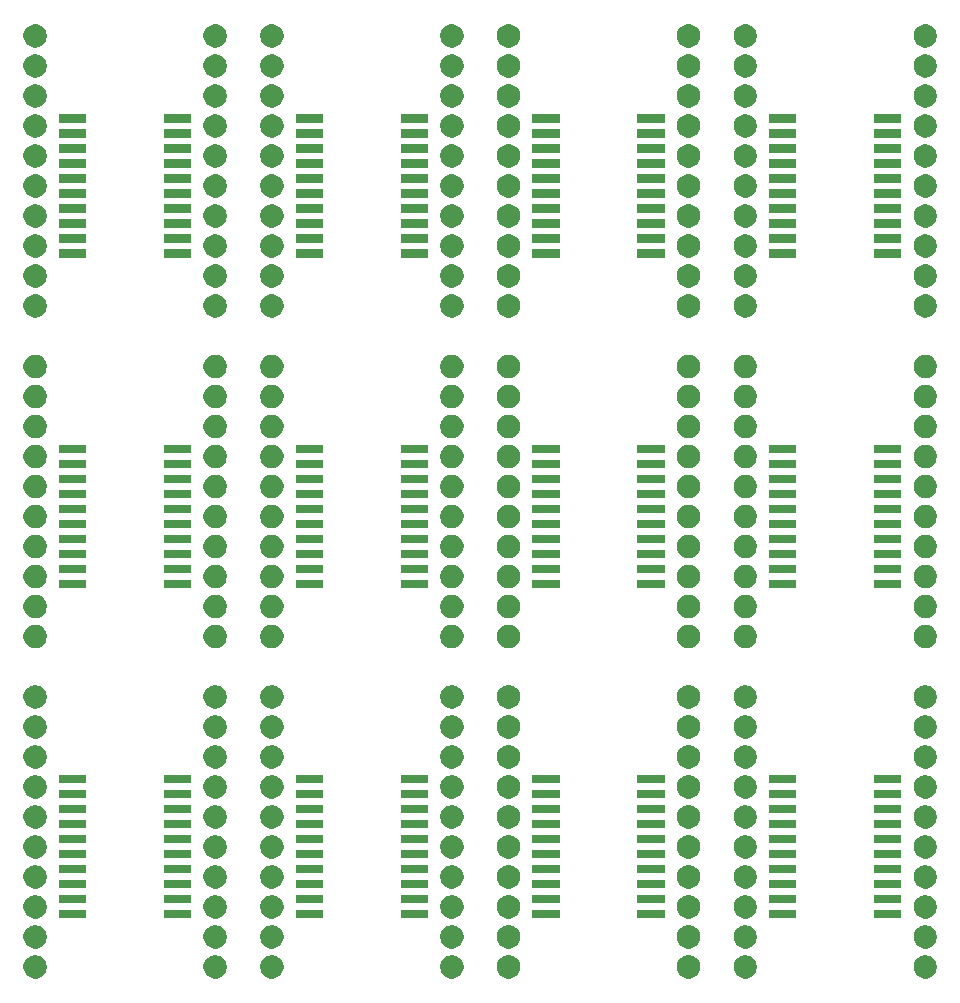
<source format=gbr>
G04 #@! TF.GenerationSoftware,KiCad,Pcbnew,5.1.5-5.1.5*
G04 #@! TF.CreationDate,2020-06-01T10:45:08+10:00*
G04 #@! TF.ProjectId,SOIC20-TSSOP20_panelized,534f4943-3230-42d5-9453-534f5032305f,rev?*
G04 #@! TF.SameCoordinates,Original*
G04 #@! TF.FileFunction,Soldermask,Top*
G04 #@! TF.FilePolarity,Negative*
%FSLAX46Y46*%
G04 Gerber Fmt 4.6, Leading zero omitted, Abs format (unit mm)*
G04 Created by KiCad (PCBNEW 5.1.5-5.1.5) date 2020-06-01 10:45:08*
%MOMM*%
%LPD*%
G04 APERTURE LIST*
%ADD10C,0.100000*%
G04 APERTURE END LIST*
D10*
G36*
X216695053Y-171436072D02*
G01*
X216875331Y-171510746D01*
X217037577Y-171619155D01*
X217175555Y-171757133D01*
X217283964Y-171919379D01*
X217358638Y-172099657D01*
X217396706Y-172291038D01*
X217396706Y-172486170D01*
X217358638Y-172677551D01*
X217283964Y-172857829D01*
X217175555Y-173020075D01*
X217037577Y-173158053D01*
X216875331Y-173266462D01*
X216695053Y-173341136D01*
X216503673Y-173379204D01*
X216308539Y-173379204D01*
X216117159Y-173341136D01*
X215936881Y-173266462D01*
X215774635Y-173158053D01*
X215636657Y-173020075D01*
X215528248Y-172857829D01*
X215453574Y-172677551D01*
X215415506Y-172486170D01*
X215415506Y-172291038D01*
X215453574Y-172099657D01*
X215528248Y-171919379D01*
X215636657Y-171757133D01*
X215774635Y-171619155D01*
X215936881Y-171510746D01*
X216117159Y-171436072D01*
X216308539Y-171398004D01*
X216503673Y-171398004D01*
X216695053Y-171436072D01*
G37*
G36*
X196655051Y-171436072D02*
G01*
X196835329Y-171510746D01*
X196997575Y-171619155D01*
X197135553Y-171757133D01*
X197243962Y-171919379D01*
X197318636Y-172099657D01*
X197356704Y-172291038D01*
X197356704Y-172486170D01*
X197318636Y-172677551D01*
X197243962Y-172857829D01*
X197135553Y-173020075D01*
X196997575Y-173158053D01*
X196835329Y-173266462D01*
X196655051Y-173341136D01*
X196463671Y-173379204D01*
X196268537Y-173379204D01*
X196077157Y-173341136D01*
X195896879Y-173266462D01*
X195734633Y-173158053D01*
X195596655Y-173020075D01*
X195488246Y-172857829D01*
X195413572Y-172677551D01*
X195375504Y-172486170D01*
X195375504Y-172291038D01*
X195413572Y-172099657D01*
X195488246Y-171919379D01*
X195596655Y-171757133D01*
X195734633Y-171619155D01*
X195896879Y-171510746D01*
X196077157Y-171436072D01*
X196268537Y-171398004D01*
X196463671Y-171398004D01*
X196655051Y-171436072D01*
G37*
G36*
X176615049Y-171436072D02*
G01*
X176795327Y-171510746D01*
X176957573Y-171619155D01*
X177095551Y-171757133D01*
X177203960Y-171919379D01*
X177278634Y-172099657D01*
X177316702Y-172291038D01*
X177316702Y-172486170D01*
X177278634Y-172677551D01*
X177203960Y-172857829D01*
X177095551Y-173020075D01*
X176957573Y-173158053D01*
X176795327Y-173266462D01*
X176615049Y-173341136D01*
X176423669Y-173379204D01*
X176228535Y-173379204D01*
X176037155Y-173341136D01*
X175856877Y-173266462D01*
X175694631Y-173158053D01*
X175556653Y-173020075D01*
X175448244Y-172857829D01*
X175373570Y-172677551D01*
X175335502Y-172486170D01*
X175335502Y-172291038D01*
X175373570Y-172099657D01*
X175448244Y-171919379D01*
X175556653Y-171757133D01*
X175694631Y-171619155D01*
X175856877Y-171510746D01*
X176037155Y-171436072D01*
X176228535Y-171398004D01*
X176423669Y-171398004D01*
X176615049Y-171436072D01*
G37*
G36*
X156575047Y-171436072D02*
G01*
X156755325Y-171510746D01*
X156917571Y-171619155D01*
X157055549Y-171757133D01*
X157163958Y-171919379D01*
X157238632Y-172099657D01*
X157276700Y-172291038D01*
X157276700Y-172486170D01*
X157238632Y-172677551D01*
X157163958Y-172857829D01*
X157055549Y-173020075D01*
X156917571Y-173158053D01*
X156755325Y-173266462D01*
X156575047Y-173341136D01*
X156383667Y-173379204D01*
X156188533Y-173379204D01*
X155997153Y-173341136D01*
X155816875Y-173266462D01*
X155654629Y-173158053D01*
X155516651Y-173020075D01*
X155408242Y-172857829D01*
X155333568Y-172677551D01*
X155295500Y-172486170D01*
X155295500Y-172291038D01*
X155333568Y-172099657D01*
X155408242Y-171919379D01*
X155516651Y-171757133D01*
X155654629Y-171619155D01*
X155816875Y-171510746D01*
X155997153Y-171436072D01*
X156188533Y-171398004D01*
X156383667Y-171398004D01*
X156575047Y-171436072D01*
G37*
G36*
X181415051Y-171436072D02*
G01*
X181595329Y-171510746D01*
X181757575Y-171619155D01*
X181895553Y-171757133D01*
X182003962Y-171919379D01*
X182078636Y-172099657D01*
X182116704Y-172291038D01*
X182116704Y-172486170D01*
X182078636Y-172677551D01*
X182003962Y-172857829D01*
X181895553Y-173020075D01*
X181757575Y-173158053D01*
X181595329Y-173266462D01*
X181415051Y-173341136D01*
X181223671Y-173379204D01*
X181028537Y-173379204D01*
X180837157Y-173341136D01*
X180656879Y-173266462D01*
X180494633Y-173158053D01*
X180356655Y-173020075D01*
X180248246Y-172857829D01*
X180173572Y-172677551D01*
X180135504Y-172486170D01*
X180135504Y-172291038D01*
X180173572Y-172099657D01*
X180248246Y-171919379D01*
X180356655Y-171757133D01*
X180494633Y-171619155D01*
X180656879Y-171510746D01*
X180837157Y-171436072D01*
X181028537Y-171398004D01*
X181223671Y-171398004D01*
X181415051Y-171436072D01*
G37*
G36*
X161375049Y-171436072D02*
G01*
X161555327Y-171510746D01*
X161717573Y-171619155D01*
X161855551Y-171757133D01*
X161963960Y-171919379D01*
X162038634Y-172099657D01*
X162076702Y-172291038D01*
X162076702Y-172486170D01*
X162038634Y-172677551D01*
X161963960Y-172857829D01*
X161855551Y-173020075D01*
X161717573Y-173158053D01*
X161555327Y-173266462D01*
X161375049Y-173341136D01*
X161183669Y-173379204D01*
X160988535Y-173379204D01*
X160797155Y-173341136D01*
X160616877Y-173266462D01*
X160454631Y-173158053D01*
X160316653Y-173020075D01*
X160208244Y-172857829D01*
X160133570Y-172677551D01*
X160095502Y-172486170D01*
X160095502Y-172291038D01*
X160133570Y-172099657D01*
X160208244Y-171919379D01*
X160316653Y-171757133D01*
X160454631Y-171619155D01*
X160616877Y-171510746D01*
X160797155Y-171436072D01*
X160988535Y-171398004D01*
X161183669Y-171398004D01*
X161375049Y-171436072D01*
G37*
G36*
X141335047Y-171436072D02*
G01*
X141515325Y-171510746D01*
X141677571Y-171619155D01*
X141815549Y-171757133D01*
X141923958Y-171919379D01*
X141998632Y-172099657D01*
X142036700Y-172291038D01*
X142036700Y-172486170D01*
X141998632Y-172677551D01*
X141923958Y-172857829D01*
X141815549Y-173020075D01*
X141677571Y-173158053D01*
X141515325Y-173266462D01*
X141335047Y-173341136D01*
X141143667Y-173379204D01*
X140948533Y-173379204D01*
X140757153Y-173341136D01*
X140576875Y-173266462D01*
X140414629Y-173158053D01*
X140276651Y-173020075D01*
X140168242Y-172857829D01*
X140093568Y-172677551D01*
X140055500Y-172486170D01*
X140055500Y-172291038D01*
X140093568Y-172099657D01*
X140168242Y-171919379D01*
X140276651Y-171757133D01*
X140414629Y-171619155D01*
X140576875Y-171510746D01*
X140757153Y-171436072D01*
X140948533Y-171398004D01*
X141143667Y-171398004D01*
X141335047Y-171436072D01*
G37*
G36*
X201455053Y-171436072D02*
G01*
X201635331Y-171510746D01*
X201797577Y-171619155D01*
X201935555Y-171757133D01*
X202043964Y-171919379D01*
X202118638Y-172099657D01*
X202156706Y-172291038D01*
X202156706Y-172486170D01*
X202118638Y-172677551D01*
X202043964Y-172857829D01*
X201935555Y-173020075D01*
X201797577Y-173158053D01*
X201635331Y-173266462D01*
X201455053Y-173341136D01*
X201263673Y-173379204D01*
X201068539Y-173379204D01*
X200877159Y-173341136D01*
X200696881Y-173266462D01*
X200534635Y-173158053D01*
X200396657Y-173020075D01*
X200288248Y-172857829D01*
X200213574Y-172677551D01*
X200175506Y-172486170D01*
X200175506Y-172291038D01*
X200213574Y-172099657D01*
X200288248Y-171919379D01*
X200396657Y-171757133D01*
X200534635Y-171619155D01*
X200696881Y-171510746D01*
X200877159Y-171436072D01*
X201068539Y-171398004D01*
X201263673Y-171398004D01*
X201455053Y-171436072D01*
G37*
G36*
X196655051Y-168896072D02*
G01*
X196835329Y-168970746D01*
X196997575Y-169079155D01*
X197135553Y-169217133D01*
X197243962Y-169379379D01*
X197318636Y-169559657D01*
X197356704Y-169751038D01*
X197356704Y-169946170D01*
X197318636Y-170137551D01*
X197243962Y-170317829D01*
X197135553Y-170480075D01*
X196997575Y-170618053D01*
X196835329Y-170726462D01*
X196655051Y-170801136D01*
X196463671Y-170839204D01*
X196268537Y-170839204D01*
X196077157Y-170801136D01*
X195896879Y-170726462D01*
X195734633Y-170618053D01*
X195596655Y-170480075D01*
X195488246Y-170317829D01*
X195413572Y-170137551D01*
X195375504Y-169946170D01*
X195375504Y-169751038D01*
X195413572Y-169559657D01*
X195488246Y-169379379D01*
X195596655Y-169217133D01*
X195734633Y-169079155D01*
X195896879Y-168970746D01*
X196077157Y-168896072D01*
X196268537Y-168858004D01*
X196463671Y-168858004D01*
X196655051Y-168896072D01*
G37*
G36*
X141335047Y-168896072D02*
G01*
X141515325Y-168970746D01*
X141677571Y-169079155D01*
X141815549Y-169217133D01*
X141923958Y-169379379D01*
X141998632Y-169559657D01*
X142036700Y-169751038D01*
X142036700Y-169946170D01*
X141998632Y-170137551D01*
X141923958Y-170317829D01*
X141815549Y-170480075D01*
X141677571Y-170618053D01*
X141515325Y-170726462D01*
X141335047Y-170801136D01*
X141143667Y-170839204D01*
X140948533Y-170839204D01*
X140757153Y-170801136D01*
X140576875Y-170726462D01*
X140414629Y-170618053D01*
X140276651Y-170480075D01*
X140168242Y-170317829D01*
X140093568Y-170137551D01*
X140055500Y-169946170D01*
X140055500Y-169751038D01*
X140093568Y-169559657D01*
X140168242Y-169379379D01*
X140276651Y-169217133D01*
X140414629Y-169079155D01*
X140576875Y-168970746D01*
X140757153Y-168896072D01*
X140948533Y-168858004D01*
X141143667Y-168858004D01*
X141335047Y-168896072D01*
G37*
G36*
X176615049Y-168896072D02*
G01*
X176795327Y-168970746D01*
X176957573Y-169079155D01*
X177095551Y-169217133D01*
X177203960Y-169379379D01*
X177278634Y-169559657D01*
X177316702Y-169751038D01*
X177316702Y-169946170D01*
X177278634Y-170137551D01*
X177203960Y-170317829D01*
X177095551Y-170480075D01*
X176957573Y-170618053D01*
X176795327Y-170726462D01*
X176615049Y-170801136D01*
X176423669Y-170839204D01*
X176228535Y-170839204D01*
X176037155Y-170801136D01*
X175856877Y-170726462D01*
X175694631Y-170618053D01*
X175556653Y-170480075D01*
X175448244Y-170317829D01*
X175373570Y-170137551D01*
X175335502Y-169946170D01*
X175335502Y-169751038D01*
X175373570Y-169559657D01*
X175448244Y-169379379D01*
X175556653Y-169217133D01*
X175694631Y-169079155D01*
X175856877Y-168970746D01*
X176037155Y-168896072D01*
X176228535Y-168858004D01*
X176423669Y-168858004D01*
X176615049Y-168896072D01*
G37*
G36*
X161375049Y-168896072D02*
G01*
X161555327Y-168970746D01*
X161717573Y-169079155D01*
X161855551Y-169217133D01*
X161963960Y-169379379D01*
X162038634Y-169559657D01*
X162076702Y-169751038D01*
X162076702Y-169946170D01*
X162038634Y-170137551D01*
X161963960Y-170317829D01*
X161855551Y-170480075D01*
X161717573Y-170618053D01*
X161555327Y-170726462D01*
X161375049Y-170801136D01*
X161183669Y-170839204D01*
X160988535Y-170839204D01*
X160797155Y-170801136D01*
X160616877Y-170726462D01*
X160454631Y-170618053D01*
X160316653Y-170480075D01*
X160208244Y-170317829D01*
X160133570Y-170137551D01*
X160095502Y-169946170D01*
X160095502Y-169751038D01*
X160133570Y-169559657D01*
X160208244Y-169379379D01*
X160316653Y-169217133D01*
X160454631Y-169079155D01*
X160616877Y-168970746D01*
X160797155Y-168896072D01*
X160988535Y-168858004D01*
X161183669Y-168858004D01*
X161375049Y-168896072D01*
G37*
G36*
X156575047Y-168896072D02*
G01*
X156755325Y-168970746D01*
X156917571Y-169079155D01*
X157055549Y-169217133D01*
X157163958Y-169379379D01*
X157238632Y-169559657D01*
X157276700Y-169751038D01*
X157276700Y-169946170D01*
X157238632Y-170137551D01*
X157163958Y-170317829D01*
X157055549Y-170480075D01*
X156917571Y-170618053D01*
X156755325Y-170726462D01*
X156575047Y-170801136D01*
X156383667Y-170839204D01*
X156188533Y-170839204D01*
X155997153Y-170801136D01*
X155816875Y-170726462D01*
X155654629Y-170618053D01*
X155516651Y-170480075D01*
X155408242Y-170317829D01*
X155333568Y-170137551D01*
X155295500Y-169946170D01*
X155295500Y-169751038D01*
X155333568Y-169559657D01*
X155408242Y-169379379D01*
X155516651Y-169217133D01*
X155654629Y-169079155D01*
X155816875Y-168970746D01*
X155997153Y-168896072D01*
X156188533Y-168858004D01*
X156383667Y-168858004D01*
X156575047Y-168896072D01*
G37*
G36*
X201455053Y-168896072D02*
G01*
X201635331Y-168970746D01*
X201797577Y-169079155D01*
X201935555Y-169217133D01*
X202043964Y-169379379D01*
X202118638Y-169559657D01*
X202156706Y-169751038D01*
X202156706Y-169946170D01*
X202118638Y-170137551D01*
X202043964Y-170317829D01*
X201935555Y-170480075D01*
X201797577Y-170618053D01*
X201635331Y-170726462D01*
X201455053Y-170801136D01*
X201263673Y-170839204D01*
X201068539Y-170839204D01*
X200877159Y-170801136D01*
X200696881Y-170726462D01*
X200534635Y-170618053D01*
X200396657Y-170480075D01*
X200288248Y-170317829D01*
X200213574Y-170137551D01*
X200175506Y-169946170D01*
X200175506Y-169751038D01*
X200213574Y-169559657D01*
X200288248Y-169379379D01*
X200396657Y-169217133D01*
X200534635Y-169079155D01*
X200696881Y-168970746D01*
X200877159Y-168896072D01*
X201068539Y-168858004D01*
X201263673Y-168858004D01*
X201455053Y-168896072D01*
G37*
G36*
X216695053Y-168896072D02*
G01*
X216875331Y-168970746D01*
X217037577Y-169079155D01*
X217175555Y-169217133D01*
X217283964Y-169379379D01*
X217358638Y-169559657D01*
X217396706Y-169751038D01*
X217396706Y-169946170D01*
X217358638Y-170137551D01*
X217283964Y-170317829D01*
X217175555Y-170480075D01*
X217037577Y-170618053D01*
X216875331Y-170726462D01*
X216695053Y-170801136D01*
X216503673Y-170839204D01*
X216308539Y-170839204D01*
X216117159Y-170801136D01*
X215936881Y-170726462D01*
X215774635Y-170618053D01*
X215636657Y-170480075D01*
X215528248Y-170317829D01*
X215453574Y-170137551D01*
X215415506Y-169946170D01*
X215415506Y-169751038D01*
X215453574Y-169559657D01*
X215528248Y-169379379D01*
X215636657Y-169217133D01*
X215774635Y-169079155D01*
X215936881Y-168970746D01*
X216117159Y-168896072D01*
X216308539Y-168858004D01*
X216503673Y-168858004D01*
X216695053Y-168896072D01*
G37*
G36*
X181415051Y-168896072D02*
G01*
X181595329Y-168970746D01*
X181757575Y-169079155D01*
X181895553Y-169217133D01*
X182003962Y-169379379D01*
X182078636Y-169559657D01*
X182116704Y-169751038D01*
X182116704Y-169946170D01*
X182078636Y-170137551D01*
X182003962Y-170317829D01*
X181895553Y-170480075D01*
X181757575Y-170618053D01*
X181595329Y-170726462D01*
X181415051Y-170801136D01*
X181223671Y-170839204D01*
X181028537Y-170839204D01*
X180837157Y-170801136D01*
X180656879Y-170726462D01*
X180494633Y-170618053D01*
X180356655Y-170480075D01*
X180248246Y-170317829D01*
X180173572Y-170137551D01*
X180135504Y-169946170D01*
X180135504Y-169751038D01*
X180173572Y-169559657D01*
X180248246Y-169379379D01*
X180356655Y-169217133D01*
X180494633Y-169079155D01*
X180656879Y-168970746D01*
X180837157Y-168896072D01*
X181028537Y-168858004D01*
X181223671Y-168858004D01*
X181415051Y-168896072D01*
G37*
G36*
X161375049Y-166356072D02*
G01*
X161555327Y-166430746D01*
X161717573Y-166539155D01*
X161855551Y-166677133D01*
X161963960Y-166839379D01*
X162038634Y-167019657D01*
X162076702Y-167211038D01*
X162076702Y-167406170D01*
X162038634Y-167597551D01*
X161963960Y-167777829D01*
X161855551Y-167940075D01*
X161717573Y-168078053D01*
X161555327Y-168186462D01*
X161375049Y-168261136D01*
X161183669Y-168299204D01*
X160988535Y-168299204D01*
X160797155Y-168261136D01*
X160616877Y-168186462D01*
X160454631Y-168078053D01*
X160316653Y-167940075D01*
X160208244Y-167777829D01*
X160133570Y-167597551D01*
X160095502Y-167406170D01*
X160095502Y-167211038D01*
X160133570Y-167019657D01*
X160208244Y-166839379D01*
X160316653Y-166677133D01*
X160454631Y-166539155D01*
X160616877Y-166430746D01*
X160797155Y-166356072D01*
X160988535Y-166318004D01*
X161183669Y-166318004D01*
X161375049Y-166356072D01*
G37*
G36*
X201455053Y-166356072D02*
G01*
X201635331Y-166430746D01*
X201797577Y-166539155D01*
X201935555Y-166677133D01*
X202043964Y-166839379D01*
X202118638Y-167019657D01*
X202156706Y-167211038D01*
X202156706Y-167406170D01*
X202118638Y-167597551D01*
X202043964Y-167777829D01*
X201935555Y-167940075D01*
X201797577Y-168078053D01*
X201635331Y-168186462D01*
X201455053Y-168261136D01*
X201263673Y-168299204D01*
X201068539Y-168299204D01*
X200877159Y-168261136D01*
X200696881Y-168186462D01*
X200534635Y-168078053D01*
X200396657Y-167940075D01*
X200288248Y-167777829D01*
X200213574Y-167597551D01*
X200175506Y-167406170D01*
X200175506Y-167211038D01*
X200213574Y-167019657D01*
X200288248Y-166839379D01*
X200396657Y-166677133D01*
X200534635Y-166539155D01*
X200696881Y-166430746D01*
X200877159Y-166356072D01*
X201068539Y-166318004D01*
X201263673Y-166318004D01*
X201455053Y-166356072D01*
G37*
G36*
X216695053Y-166356072D02*
G01*
X216875331Y-166430746D01*
X217037577Y-166539155D01*
X217175555Y-166677133D01*
X217283964Y-166839379D01*
X217358638Y-167019657D01*
X217396706Y-167211038D01*
X217396706Y-167406170D01*
X217358638Y-167597551D01*
X217283964Y-167777829D01*
X217175555Y-167940075D01*
X217037577Y-168078053D01*
X216875331Y-168186462D01*
X216695053Y-168261136D01*
X216503673Y-168299204D01*
X216308539Y-168299204D01*
X216117159Y-168261136D01*
X215936881Y-168186462D01*
X215774635Y-168078053D01*
X215636657Y-167940075D01*
X215528248Y-167777829D01*
X215453574Y-167597551D01*
X215415506Y-167406170D01*
X215415506Y-167211038D01*
X215453574Y-167019657D01*
X215528248Y-166839379D01*
X215636657Y-166677133D01*
X215774635Y-166539155D01*
X215936881Y-166430746D01*
X216117159Y-166356072D01*
X216308539Y-166318004D01*
X216503673Y-166318004D01*
X216695053Y-166356072D01*
G37*
G36*
X181415051Y-166356072D02*
G01*
X181595329Y-166430746D01*
X181757575Y-166539155D01*
X181895553Y-166677133D01*
X182003962Y-166839379D01*
X182078636Y-167019657D01*
X182116704Y-167211038D01*
X182116704Y-167406170D01*
X182078636Y-167597551D01*
X182003962Y-167777829D01*
X181895553Y-167940075D01*
X181757575Y-168078053D01*
X181595329Y-168186462D01*
X181415051Y-168261136D01*
X181223671Y-168299204D01*
X181028537Y-168299204D01*
X180837157Y-168261136D01*
X180656879Y-168186462D01*
X180494633Y-168078053D01*
X180356655Y-167940075D01*
X180248246Y-167777829D01*
X180173572Y-167597551D01*
X180135504Y-167406170D01*
X180135504Y-167211038D01*
X180173572Y-167019657D01*
X180248246Y-166839379D01*
X180356655Y-166677133D01*
X180494633Y-166539155D01*
X180656879Y-166430746D01*
X180837157Y-166356072D01*
X181028537Y-166318004D01*
X181223671Y-166318004D01*
X181415051Y-166356072D01*
G37*
G36*
X196655051Y-166356072D02*
G01*
X196835329Y-166430746D01*
X196997575Y-166539155D01*
X197135553Y-166677133D01*
X197243962Y-166839379D01*
X197318636Y-167019657D01*
X197356704Y-167211038D01*
X197356704Y-167406170D01*
X197318636Y-167597551D01*
X197243962Y-167777829D01*
X197135553Y-167940075D01*
X196997575Y-168078053D01*
X196835329Y-168186462D01*
X196655051Y-168261136D01*
X196463671Y-168299204D01*
X196268537Y-168299204D01*
X196077157Y-168261136D01*
X195896879Y-168186462D01*
X195734633Y-168078053D01*
X195596655Y-167940075D01*
X195488246Y-167777829D01*
X195413572Y-167597551D01*
X195375504Y-167406170D01*
X195375504Y-167211038D01*
X195413572Y-167019657D01*
X195488246Y-166839379D01*
X195596655Y-166677133D01*
X195734633Y-166539155D01*
X195896879Y-166430746D01*
X196077157Y-166356072D01*
X196268537Y-166318004D01*
X196463671Y-166318004D01*
X196655051Y-166356072D01*
G37*
G36*
X156575047Y-166356072D02*
G01*
X156755325Y-166430746D01*
X156917571Y-166539155D01*
X157055549Y-166677133D01*
X157163958Y-166839379D01*
X157238632Y-167019657D01*
X157276700Y-167211038D01*
X157276700Y-167406170D01*
X157238632Y-167597551D01*
X157163958Y-167777829D01*
X157055549Y-167940075D01*
X156917571Y-168078053D01*
X156755325Y-168186462D01*
X156575047Y-168261136D01*
X156383667Y-168299204D01*
X156188533Y-168299204D01*
X155997153Y-168261136D01*
X155816875Y-168186462D01*
X155654629Y-168078053D01*
X155516651Y-167940075D01*
X155408242Y-167777829D01*
X155333568Y-167597551D01*
X155295500Y-167406170D01*
X155295500Y-167211038D01*
X155333568Y-167019657D01*
X155408242Y-166839379D01*
X155516651Y-166677133D01*
X155654629Y-166539155D01*
X155816875Y-166430746D01*
X155997153Y-166356072D01*
X156188533Y-166318004D01*
X156383667Y-166318004D01*
X156575047Y-166356072D01*
G37*
G36*
X141335047Y-166356072D02*
G01*
X141515325Y-166430746D01*
X141677571Y-166539155D01*
X141815549Y-166677133D01*
X141923958Y-166839379D01*
X141998632Y-167019657D01*
X142036700Y-167211038D01*
X142036700Y-167406170D01*
X141998632Y-167597551D01*
X141923958Y-167777829D01*
X141815549Y-167940075D01*
X141677571Y-168078053D01*
X141515325Y-168186462D01*
X141335047Y-168261136D01*
X141143667Y-168299204D01*
X140948533Y-168299204D01*
X140757153Y-168261136D01*
X140576875Y-168186462D01*
X140414629Y-168078053D01*
X140276651Y-167940075D01*
X140168242Y-167777829D01*
X140093568Y-167597551D01*
X140055500Y-167406170D01*
X140055500Y-167211038D01*
X140093568Y-167019657D01*
X140168242Y-166839379D01*
X140276651Y-166677133D01*
X140414629Y-166539155D01*
X140576875Y-166430746D01*
X140757153Y-166356072D01*
X140948533Y-166318004D01*
X141143667Y-166318004D01*
X141335047Y-166356072D01*
G37*
G36*
X176615049Y-166356072D02*
G01*
X176795327Y-166430746D01*
X176957573Y-166539155D01*
X177095551Y-166677133D01*
X177203960Y-166839379D01*
X177278634Y-167019657D01*
X177316702Y-167211038D01*
X177316702Y-167406170D01*
X177278634Y-167597551D01*
X177203960Y-167777829D01*
X177095551Y-167940075D01*
X176957573Y-168078053D01*
X176795327Y-168186462D01*
X176615049Y-168261136D01*
X176423669Y-168299204D01*
X176228535Y-168299204D01*
X176037155Y-168261136D01*
X175856877Y-168186462D01*
X175694631Y-168078053D01*
X175556653Y-167940075D01*
X175448244Y-167777829D01*
X175373570Y-167597551D01*
X175335502Y-167406170D01*
X175335502Y-167211038D01*
X175373570Y-167019657D01*
X175448244Y-166839379D01*
X175556653Y-166677133D01*
X175694631Y-166539155D01*
X175856877Y-166430746D01*
X176037155Y-166356072D01*
X176228535Y-166318004D01*
X176423669Y-166318004D01*
X176615049Y-166356072D01*
G37*
G36*
X174301902Y-168294404D02*
G01*
X172000302Y-168294404D01*
X172000302Y-167592804D01*
X174301902Y-167592804D01*
X174301902Y-168294404D01*
G37*
G36*
X185451904Y-168294404D02*
G01*
X183150304Y-168294404D01*
X183150304Y-167592804D01*
X185451904Y-167592804D01*
X185451904Y-168294404D01*
G37*
G36*
X214381906Y-168294404D02*
G01*
X212080306Y-168294404D01*
X212080306Y-167592804D01*
X214381906Y-167592804D01*
X214381906Y-168294404D01*
G37*
G36*
X205491906Y-168294404D02*
G01*
X203190306Y-168294404D01*
X203190306Y-167592804D01*
X205491906Y-167592804D01*
X205491906Y-168294404D01*
G37*
G36*
X154261900Y-168294404D02*
G01*
X151960300Y-168294404D01*
X151960300Y-167592804D01*
X154261900Y-167592804D01*
X154261900Y-168294404D01*
G37*
G36*
X165411902Y-168294404D02*
G01*
X163110302Y-168294404D01*
X163110302Y-167592804D01*
X165411902Y-167592804D01*
X165411902Y-168294404D01*
G37*
G36*
X194341904Y-168294404D02*
G01*
X192040304Y-168294404D01*
X192040304Y-167592804D01*
X194341904Y-167592804D01*
X194341904Y-168294404D01*
G37*
G36*
X145371900Y-168294404D02*
G01*
X143070300Y-168294404D01*
X143070300Y-167592804D01*
X145371900Y-167592804D01*
X145371900Y-168294404D01*
G37*
G36*
X154261900Y-167024404D02*
G01*
X151960300Y-167024404D01*
X151960300Y-166322804D01*
X154261900Y-166322804D01*
X154261900Y-167024404D01*
G37*
G36*
X165411902Y-167024404D02*
G01*
X163110302Y-167024404D01*
X163110302Y-166322804D01*
X165411902Y-166322804D01*
X165411902Y-167024404D01*
G37*
G36*
X145371900Y-167024404D02*
G01*
X143070300Y-167024404D01*
X143070300Y-166322804D01*
X145371900Y-166322804D01*
X145371900Y-167024404D01*
G37*
G36*
X194341904Y-167024404D02*
G01*
X192040304Y-167024404D01*
X192040304Y-166322804D01*
X194341904Y-166322804D01*
X194341904Y-167024404D01*
G37*
G36*
X174301902Y-167024404D02*
G01*
X172000302Y-167024404D01*
X172000302Y-166322804D01*
X174301902Y-166322804D01*
X174301902Y-167024404D01*
G37*
G36*
X185451904Y-167024404D02*
G01*
X183150304Y-167024404D01*
X183150304Y-166322804D01*
X185451904Y-166322804D01*
X185451904Y-167024404D01*
G37*
G36*
X205491906Y-167024404D02*
G01*
X203190306Y-167024404D01*
X203190306Y-166322804D01*
X205491906Y-166322804D01*
X205491906Y-167024404D01*
G37*
G36*
X214381906Y-167024404D02*
G01*
X212080306Y-167024404D01*
X212080306Y-166322804D01*
X214381906Y-166322804D01*
X214381906Y-167024404D01*
G37*
G36*
X176615049Y-163816072D02*
G01*
X176795327Y-163890746D01*
X176957573Y-163999155D01*
X177095551Y-164137133D01*
X177203960Y-164299379D01*
X177278634Y-164479657D01*
X177316702Y-164671038D01*
X177316702Y-164866170D01*
X177278634Y-165057551D01*
X177203960Y-165237829D01*
X177095551Y-165400075D01*
X176957573Y-165538053D01*
X176795327Y-165646462D01*
X176615049Y-165721136D01*
X176423669Y-165759204D01*
X176228535Y-165759204D01*
X176037155Y-165721136D01*
X175856877Y-165646462D01*
X175694631Y-165538053D01*
X175556653Y-165400075D01*
X175448244Y-165237829D01*
X175373570Y-165057551D01*
X175335502Y-164866170D01*
X175335502Y-164671038D01*
X175373570Y-164479657D01*
X175448244Y-164299379D01*
X175556653Y-164137133D01*
X175694631Y-163999155D01*
X175856877Y-163890746D01*
X176037155Y-163816072D01*
X176228535Y-163778004D01*
X176423669Y-163778004D01*
X176615049Y-163816072D01*
G37*
G36*
X141335047Y-163816072D02*
G01*
X141515325Y-163890746D01*
X141677571Y-163999155D01*
X141815549Y-164137133D01*
X141923958Y-164299379D01*
X141998632Y-164479657D01*
X142036700Y-164671038D01*
X142036700Y-164866170D01*
X141998632Y-165057551D01*
X141923958Y-165237829D01*
X141815549Y-165400075D01*
X141677571Y-165538053D01*
X141515325Y-165646462D01*
X141335047Y-165721136D01*
X141143667Y-165759204D01*
X140948533Y-165759204D01*
X140757153Y-165721136D01*
X140576875Y-165646462D01*
X140414629Y-165538053D01*
X140276651Y-165400075D01*
X140168242Y-165237829D01*
X140093568Y-165057551D01*
X140055500Y-164866170D01*
X140055500Y-164671038D01*
X140093568Y-164479657D01*
X140168242Y-164299379D01*
X140276651Y-164137133D01*
X140414629Y-163999155D01*
X140576875Y-163890746D01*
X140757153Y-163816072D01*
X140948533Y-163778004D01*
X141143667Y-163778004D01*
X141335047Y-163816072D01*
G37*
G36*
X156575047Y-163816072D02*
G01*
X156755325Y-163890746D01*
X156917571Y-163999155D01*
X157055549Y-164137133D01*
X157163958Y-164299379D01*
X157238632Y-164479657D01*
X157276700Y-164671038D01*
X157276700Y-164866170D01*
X157238632Y-165057551D01*
X157163958Y-165237829D01*
X157055549Y-165400075D01*
X156917571Y-165538053D01*
X156755325Y-165646462D01*
X156575047Y-165721136D01*
X156383667Y-165759204D01*
X156188533Y-165759204D01*
X155997153Y-165721136D01*
X155816875Y-165646462D01*
X155654629Y-165538053D01*
X155516651Y-165400075D01*
X155408242Y-165237829D01*
X155333568Y-165057551D01*
X155295500Y-164866170D01*
X155295500Y-164671038D01*
X155333568Y-164479657D01*
X155408242Y-164299379D01*
X155516651Y-164137133D01*
X155654629Y-163999155D01*
X155816875Y-163890746D01*
X155997153Y-163816072D01*
X156188533Y-163778004D01*
X156383667Y-163778004D01*
X156575047Y-163816072D01*
G37*
G36*
X161375049Y-163816072D02*
G01*
X161555327Y-163890746D01*
X161717573Y-163999155D01*
X161855551Y-164137133D01*
X161963960Y-164299379D01*
X162038634Y-164479657D01*
X162076702Y-164671038D01*
X162076702Y-164866170D01*
X162038634Y-165057551D01*
X161963960Y-165237829D01*
X161855551Y-165400075D01*
X161717573Y-165538053D01*
X161555327Y-165646462D01*
X161375049Y-165721136D01*
X161183669Y-165759204D01*
X160988535Y-165759204D01*
X160797155Y-165721136D01*
X160616877Y-165646462D01*
X160454631Y-165538053D01*
X160316653Y-165400075D01*
X160208244Y-165237829D01*
X160133570Y-165057551D01*
X160095502Y-164866170D01*
X160095502Y-164671038D01*
X160133570Y-164479657D01*
X160208244Y-164299379D01*
X160316653Y-164137133D01*
X160454631Y-163999155D01*
X160616877Y-163890746D01*
X160797155Y-163816072D01*
X160988535Y-163778004D01*
X161183669Y-163778004D01*
X161375049Y-163816072D01*
G37*
G36*
X201455053Y-163816072D02*
G01*
X201635331Y-163890746D01*
X201797577Y-163999155D01*
X201935555Y-164137133D01*
X202043964Y-164299379D01*
X202118638Y-164479657D01*
X202156706Y-164671038D01*
X202156706Y-164866170D01*
X202118638Y-165057551D01*
X202043964Y-165237829D01*
X201935555Y-165400075D01*
X201797577Y-165538053D01*
X201635331Y-165646462D01*
X201455053Y-165721136D01*
X201263673Y-165759204D01*
X201068539Y-165759204D01*
X200877159Y-165721136D01*
X200696881Y-165646462D01*
X200534635Y-165538053D01*
X200396657Y-165400075D01*
X200288248Y-165237829D01*
X200213574Y-165057551D01*
X200175506Y-164866170D01*
X200175506Y-164671038D01*
X200213574Y-164479657D01*
X200288248Y-164299379D01*
X200396657Y-164137133D01*
X200534635Y-163999155D01*
X200696881Y-163890746D01*
X200877159Y-163816072D01*
X201068539Y-163778004D01*
X201263673Y-163778004D01*
X201455053Y-163816072D01*
G37*
G36*
X196655051Y-163816072D02*
G01*
X196835329Y-163890746D01*
X196997575Y-163999155D01*
X197135553Y-164137133D01*
X197243962Y-164299379D01*
X197318636Y-164479657D01*
X197356704Y-164671038D01*
X197356704Y-164866170D01*
X197318636Y-165057551D01*
X197243962Y-165237829D01*
X197135553Y-165400075D01*
X196997575Y-165538053D01*
X196835329Y-165646462D01*
X196655051Y-165721136D01*
X196463671Y-165759204D01*
X196268537Y-165759204D01*
X196077157Y-165721136D01*
X195896879Y-165646462D01*
X195734633Y-165538053D01*
X195596655Y-165400075D01*
X195488246Y-165237829D01*
X195413572Y-165057551D01*
X195375504Y-164866170D01*
X195375504Y-164671038D01*
X195413572Y-164479657D01*
X195488246Y-164299379D01*
X195596655Y-164137133D01*
X195734633Y-163999155D01*
X195896879Y-163890746D01*
X196077157Y-163816072D01*
X196268537Y-163778004D01*
X196463671Y-163778004D01*
X196655051Y-163816072D01*
G37*
G36*
X181415051Y-163816072D02*
G01*
X181595329Y-163890746D01*
X181757575Y-163999155D01*
X181895553Y-164137133D01*
X182003962Y-164299379D01*
X182078636Y-164479657D01*
X182116704Y-164671038D01*
X182116704Y-164866170D01*
X182078636Y-165057551D01*
X182003962Y-165237829D01*
X181895553Y-165400075D01*
X181757575Y-165538053D01*
X181595329Y-165646462D01*
X181415051Y-165721136D01*
X181223671Y-165759204D01*
X181028537Y-165759204D01*
X180837157Y-165721136D01*
X180656879Y-165646462D01*
X180494633Y-165538053D01*
X180356655Y-165400075D01*
X180248246Y-165237829D01*
X180173572Y-165057551D01*
X180135504Y-164866170D01*
X180135504Y-164671038D01*
X180173572Y-164479657D01*
X180248246Y-164299379D01*
X180356655Y-164137133D01*
X180494633Y-163999155D01*
X180656879Y-163890746D01*
X180837157Y-163816072D01*
X181028537Y-163778004D01*
X181223671Y-163778004D01*
X181415051Y-163816072D01*
G37*
G36*
X216695053Y-163816072D02*
G01*
X216875331Y-163890746D01*
X217037577Y-163999155D01*
X217175555Y-164137133D01*
X217283964Y-164299379D01*
X217358638Y-164479657D01*
X217396706Y-164671038D01*
X217396706Y-164866170D01*
X217358638Y-165057551D01*
X217283964Y-165237829D01*
X217175555Y-165400075D01*
X217037577Y-165538053D01*
X216875331Y-165646462D01*
X216695053Y-165721136D01*
X216503673Y-165759204D01*
X216308539Y-165759204D01*
X216117159Y-165721136D01*
X215936881Y-165646462D01*
X215774635Y-165538053D01*
X215636657Y-165400075D01*
X215528248Y-165237829D01*
X215453574Y-165057551D01*
X215415506Y-164866170D01*
X215415506Y-164671038D01*
X215453574Y-164479657D01*
X215528248Y-164299379D01*
X215636657Y-164137133D01*
X215774635Y-163999155D01*
X215936881Y-163890746D01*
X216117159Y-163816072D01*
X216308539Y-163778004D01*
X216503673Y-163778004D01*
X216695053Y-163816072D01*
G37*
G36*
X165411902Y-165754404D02*
G01*
X163110302Y-165754404D01*
X163110302Y-165052804D01*
X165411902Y-165052804D01*
X165411902Y-165754404D01*
G37*
G36*
X154261900Y-165754404D02*
G01*
X151960300Y-165754404D01*
X151960300Y-165052804D01*
X154261900Y-165052804D01*
X154261900Y-165754404D01*
G37*
G36*
X205491906Y-165754404D02*
G01*
X203190306Y-165754404D01*
X203190306Y-165052804D01*
X205491906Y-165052804D01*
X205491906Y-165754404D01*
G37*
G36*
X214381906Y-165754404D02*
G01*
X212080306Y-165754404D01*
X212080306Y-165052804D01*
X214381906Y-165052804D01*
X214381906Y-165754404D01*
G37*
G36*
X145371900Y-165754404D02*
G01*
X143070300Y-165754404D01*
X143070300Y-165052804D01*
X145371900Y-165052804D01*
X145371900Y-165754404D01*
G37*
G36*
X185451904Y-165754404D02*
G01*
X183150304Y-165754404D01*
X183150304Y-165052804D01*
X185451904Y-165052804D01*
X185451904Y-165754404D01*
G37*
G36*
X194341904Y-165754404D02*
G01*
X192040304Y-165754404D01*
X192040304Y-165052804D01*
X194341904Y-165052804D01*
X194341904Y-165754404D01*
G37*
G36*
X174301902Y-165754404D02*
G01*
X172000302Y-165754404D01*
X172000302Y-165052804D01*
X174301902Y-165052804D01*
X174301902Y-165754404D01*
G37*
G36*
X154261900Y-164484404D02*
G01*
X151960300Y-164484404D01*
X151960300Y-163782804D01*
X154261900Y-163782804D01*
X154261900Y-164484404D01*
G37*
G36*
X165411902Y-164484404D02*
G01*
X163110302Y-164484404D01*
X163110302Y-163782804D01*
X165411902Y-163782804D01*
X165411902Y-164484404D01*
G37*
G36*
X174301902Y-164484404D02*
G01*
X172000302Y-164484404D01*
X172000302Y-163782804D01*
X174301902Y-163782804D01*
X174301902Y-164484404D01*
G37*
G36*
X185451904Y-164484404D02*
G01*
X183150304Y-164484404D01*
X183150304Y-163782804D01*
X185451904Y-163782804D01*
X185451904Y-164484404D01*
G37*
G36*
X205491906Y-164484404D02*
G01*
X203190306Y-164484404D01*
X203190306Y-163782804D01*
X205491906Y-163782804D01*
X205491906Y-164484404D01*
G37*
G36*
X194341904Y-164484404D02*
G01*
X192040304Y-164484404D01*
X192040304Y-163782804D01*
X194341904Y-163782804D01*
X194341904Y-164484404D01*
G37*
G36*
X145371900Y-164484404D02*
G01*
X143070300Y-164484404D01*
X143070300Y-163782804D01*
X145371900Y-163782804D01*
X145371900Y-164484404D01*
G37*
G36*
X214381906Y-164484404D02*
G01*
X212080306Y-164484404D01*
X212080306Y-163782804D01*
X214381906Y-163782804D01*
X214381906Y-164484404D01*
G37*
G36*
X161375049Y-161276072D02*
G01*
X161555327Y-161350746D01*
X161717573Y-161459155D01*
X161855551Y-161597133D01*
X161963960Y-161759379D01*
X162038634Y-161939657D01*
X162076702Y-162131038D01*
X162076702Y-162326170D01*
X162038634Y-162517551D01*
X161963960Y-162697829D01*
X161855551Y-162860075D01*
X161717573Y-162998053D01*
X161555327Y-163106462D01*
X161375049Y-163181136D01*
X161183669Y-163219204D01*
X160988535Y-163219204D01*
X160797155Y-163181136D01*
X160616877Y-163106462D01*
X160454631Y-162998053D01*
X160316653Y-162860075D01*
X160208244Y-162697829D01*
X160133570Y-162517551D01*
X160095502Y-162326170D01*
X160095502Y-162131038D01*
X160133570Y-161939657D01*
X160208244Y-161759379D01*
X160316653Y-161597133D01*
X160454631Y-161459155D01*
X160616877Y-161350746D01*
X160797155Y-161276072D01*
X160988535Y-161238004D01*
X161183669Y-161238004D01*
X161375049Y-161276072D01*
G37*
G36*
X216695053Y-161276072D02*
G01*
X216875331Y-161350746D01*
X217037577Y-161459155D01*
X217175555Y-161597133D01*
X217283964Y-161759379D01*
X217358638Y-161939657D01*
X217396706Y-162131038D01*
X217396706Y-162326170D01*
X217358638Y-162517551D01*
X217283964Y-162697829D01*
X217175555Y-162860075D01*
X217037577Y-162998053D01*
X216875331Y-163106462D01*
X216695053Y-163181136D01*
X216503673Y-163219204D01*
X216308539Y-163219204D01*
X216117159Y-163181136D01*
X215936881Y-163106462D01*
X215774635Y-162998053D01*
X215636657Y-162860075D01*
X215528248Y-162697829D01*
X215453574Y-162517551D01*
X215415506Y-162326170D01*
X215415506Y-162131038D01*
X215453574Y-161939657D01*
X215528248Y-161759379D01*
X215636657Y-161597133D01*
X215774635Y-161459155D01*
X215936881Y-161350746D01*
X216117159Y-161276072D01*
X216308539Y-161238004D01*
X216503673Y-161238004D01*
X216695053Y-161276072D01*
G37*
G36*
X196655051Y-161276072D02*
G01*
X196835329Y-161350746D01*
X196997575Y-161459155D01*
X197135553Y-161597133D01*
X197243962Y-161759379D01*
X197318636Y-161939657D01*
X197356704Y-162131038D01*
X197356704Y-162326170D01*
X197318636Y-162517551D01*
X197243962Y-162697829D01*
X197135553Y-162860075D01*
X196997575Y-162998053D01*
X196835329Y-163106462D01*
X196655051Y-163181136D01*
X196463671Y-163219204D01*
X196268537Y-163219204D01*
X196077157Y-163181136D01*
X195896879Y-163106462D01*
X195734633Y-162998053D01*
X195596655Y-162860075D01*
X195488246Y-162697829D01*
X195413572Y-162517551D01*
X195375504Y-162326170D01*
X195375504Y-162131038D01*
X195413572Y-161939657D01*
X195488246Y-161759379D01*
X195596655Y-161597133D01*
X195734633Y-161459155D01*
X195896879Y-161350746D01*
X196077157Y-161276072D01*
X196268537Y-161238004D01*
X196463671Y-161238004D01*
X196655051Y-161276072D01*
G37*
G36*
X176615049Y-161276072D02*
G01*
X176795327Y-161350746D01*
X176957573Y-161459155D01*
X177095551Y-161597133D01*
X177203960Y-161759379D01*
X177278634Y-161939657D01*
X177316702Y-162131038D01*
X177316702Y-162326170D01*
X177278634Y-162517551D01*
X177203960Y-162697829D01*
X177095551Y-162860075D01*
X176957573Y-162998053D01*
X176795327Y-163106462D01*
X176615049Y-163181136D01*
X176423669Y-163219204D01*
X176228535Y-163219204D01*
X176037155Y-163181136D01*
X175856877Y-163106462D01*
X175694631Y-162998053D01*
X175556653Y-162860075D01*
X175448244Y-162697829D01*
X175373570Y-162517551D01*
X175335502Y-162326170D01*
X175335502Y-162131038D01*
X175373570Y-161939657D01*
X175448244Y-161759379D01*
X175556653Y-161597133D01*
X175694631Y-161459155D01*
X175856877Y-161350746D01*
X176037155Y-161276072D01*
X176228535Y-161238004D01*
X176423669Y-161238004D01*
X176615049Y-161276072D01*
G37*
G36*
X181415051Y-161276072D02*
G01*
X181595329Y-161350746D01*
X181757575Y-161459155D01*
X181895553Y-161597133D01*
X182003962Y-161759379D01*
X182078636Y-161939657D01*
X182116704Y-162131038D01*
X182116704Y-162326170D01*
X182078636Y-162517551D01*
X182003962Y-162697829D01*
X181895553Y-162860075D01*
X181757575Y-162998053D01*
X181595329Y-163106462D01*
X181415051Y-163181136D01*
X181223671Y-163219204D01*
X181028537Y-163219204D01*
X180837157Y-163181136D01*
X180656879Y-163106462D01*
X180494633Y-162998053D01*
X180356655Y-162860075D01*
X180248246Y-162697829D01*
X180173572Y-162517551D01*
X180135504Y-162326170D01*
X180135504Y-162131038D01*
X180173572Y-161939657D01*
X180248246Y-161759379D01*
X180356655Y-161597133D01*
X180494633Y-161459155D01*
X180656879Y-161350746D01*
X180837157Y-161276072D01*
X181028537Y-161238004D01*
X181223671Y-161238004D01*
X181415051Y-161276072D01*
G37*
G36*
X156575047Y-161276072D02*
G01*
X156755325Y-161350746D01*
X156917571Y-161459155D01*
X157055549Y-161597133D01*
X157163958Y-161759379D01*
X157238632Y-161939657D01*
X157276700Y-162131038D01*
X157276700Y-162326170D01*
X157238632Y-162517551D01*
X157163958Y-162697829D01*
X157055549Y-162860075D01*
X156917571Y-162998053D01*
X156755325Y-163106462D01*
X156575047Y-163181136D01*
X156383667Y-163219204D01*
X156188533Y-163219204D01*
X155997153Y-163181136D01*
X155816875Y-163106462D01*
X155654629Y-162998053D01*
X155516651Y-162860075D01*
X155408242Y-162697829D01*
X155333568Y-162517551D01*
X155295500Y-162326170D01*
X155295500Y-162131038D01*
X155333568Y-161939657D01*
X155408242Y-161759379D01*
X155516651Y-161597133D01*
X155654629Y-161459155D01*
X155816875Y-161350746D01*
X155997153Y-161276072D01*
X156188533Y-161238004D01*
X156383667Y-161238004D01*
X156575047Y-161276072D01*
G37*
G36*
X201455053Y-161276072D02*
G01*
X201635331Y-161350746D01*
X201797577Y-161459155D01*
X201935555Y-161597133D01*
X202043964Y-161759379D01*
X202118638Y-161939657D01*
X202156706Y-162131038D01*
X202156706Y-162326170D01*
X202118638Y-162517551D01*
X202043964Y-162697829D01*
X201935555Y-162860075D01*
X201797577Y-162998053D01*
X201635331Y-163106462D01*
X201455053Y-163181136D01*
X201263673Y-163219204D01*
X201068539Y-163219204D01*
X200877159Y-163181136D01*
X200696881Y-163106462D01*
X200534635Y-162998053D01*
X200396657Y-162860075D01*
X200288248Y-162697829D01*
X200213574Y-162517551D01*
X200175506Y-162326170D01*
X200175506Y-162131038D01*
X200213574Y-161939657D01*
X200288248Y-161759379D01*
X200396657Y-161597133D01*
X200534635Y-161459155D01*
X200696881Y-161350746D01*
X200877159Y-161276072D01*
X201068539Y-161238004D01*
X201263673Y-161238004D01*
X201455053Y-161276072D01*
G37*
G36*
X141335047Y-161276072D02*
G01*
X141515325Y-161350746D01*
X141677571Y-161459155D01*
X141815549Y-161597133D01*
X141923958Y-161759379D01*
X141998632Y-161939657D01*
X142036700Y-162131038D01*
X142036700Y-162326170D01*
X141998632Y-162517551D01*
X141923958Y-162697829D01*
X141815549Y-162860075D01*
X141677571Y-162998053D01*
X141515325Y-163106462D01*
X141335047Y-163181136D01*
X141143667Y-163219204D01*
X140948533Y-163219204D01*
X140757153Y-163181136D01*
X140576875Y-163106462D01*
X140414629Y-162998053D01*
X140276651Y-162860075D01*
X140168242Y-162697829D01*
X140093568Y-162517551D01*
X140055500Y-162326170D01*
X140055500Y-162131038D01*
X140093568Y-161939657D01*
X140168242Y-161759379D01*
X140276651Y-161597133D01*
X140414629Y-161459155D01*
X140576875Y-161350746D01*
X140757153Y-161276072D01*
X140948533Y-161238004D01*
X141143667Y-161238004D01*
X141335047Y-161276072D01*
G37*
G36*
X194341904Y-163214404D02*
G01*
X192040304Y-163214404D01*
X192040304Y-162512804D01*
X194341904Y-162512804D01*
X194341904Y-163214404D01*
G37*
G36*
X214381906Y-163214404D02*
G01*
X212080306Y-163214404D01*
X212080306Y-162512804D01*
X214381906Y-162512804D01*
X214381906Y-163214404D01*
G37*
G36*
X205491906Y-163214404D02*
G01*
X203190306Y-163214404D01*
X203190306Y-162512804D01*
X205491906Y-162512804D01*
X205491906Y-163214404D01*
G37*
G36*
X154261900Y-163214404D02*
G01*
X151960300Y-163214404D01*
X151960300Y-162512804D01*
X154261900Y-162512804D01*
X154261900Y-163214404D01*
G37*
G36*
X165411902Y-163214404D02*
G01*
X163110302Y-163214404D01*
X163110302Y-162512804D01*
X165411902Y-162512804D01*
X165411902Y-163214404D01*
G37*
G36*
X174301902Y-163214404D02*
G01*
X172000302Y-163214404D01*
X172000302Y-162512804D01*
X174301902Y-162512804D01*
X174301902Y-163214404D01*
G37*
G36*
X145371900Y-163214404D02*
G01*
X143070300Y-163214404D01*
X143070300Y-162512804D01*
X145371900Y-162512804D01*
X145371900Y-163214404D01*
G37*
G36*
X185451904Y-163214404D02*
G01*
X183150304Y-163214404D01*
X183150304Y-162512804D01*
X185451904Y-162512804D01*
X185451904Y-163214404D01*
G37*
G36*
X165411902Y-161944404D02*
G01*
X163110302Y-161944404D01*
X163110302Y-161242804D01*
X165411902Y-161242804D01*
X165411902Y-161944404D01*
G37*
G36*
X154261900Y-161944404D02*
G01*
X151960300Y-161944404D01*
X151960300Y-161242804D01*
X154261900Y-161242804D01*
X154261900Y-161944404D01*
G37*
G36*
X145371900Y-161944404D02*
G01*
X143070300Y-161944404D01*
X143070300Y-161242804D01*
X145371900Y-161242804D01*
X145371900Y-161944404D01*
G37*
G36*
X194341904Y-161944404D02*
G01*
X192040304Y-161944404D01*
X192040304Y-161242804D01*
X194341904Y-161242804D01*
X194341904Y-161944404D01*
G37*
G36*
X174301902Y-161944404D02*
G01*
X172000302Y-161944404D01*
X172000302Y-161242804D01*
X174301902Y-161242804D01*
X174301902Y-161944404D01*
G37*
G36*
X185451904Y-161944404D02*
G01*
X183150304Y-161944404D01*
X183150304Y-161242804D01*
X185451904Y-161242804D01*
X185451904Y-161944404D01*
G37*
G36*
X205491906Y-161944404D02*
G01*
X203190306Y-161944404D01*
X203190306Y-161242804D01*
X205491906Y-161242804D01*
X205491906Y-161944404D01*
G37*
G36*
X214381906Y-161944404D02*
G01*
X212080306Y-161944404D01*
X212080306Y-161242804D01*
X214381906Y-161242804D01*
X214381906Y-161944404D01*
G37*
G36*
X141335047Y-158736072D02*
G01*
X141515325Y-158810746D01*
X141677571Y-158919155D01*
X141815549Y-159057133D01*
X141923958Y-159219379D01*
X141998632Y-159399657D01*
X142036700Y-159591038D01*
X142036700Y-159786170D01*
X141998632Y-159977551D01*
X141923958Y-160157829D01*
X141815549Y-160320075D01*
X141677571Y-160458053D01*
X141515325Y-160566462D01*
X141335047Y-160641136D01*
X141143667Y-160679204D01*
X140948533Y-160679204D01*
X140757153Y-160641136D01*
X140576875Y-160566462D01*
X140414629Y-160458053D01*
X140276651Y-160320075D01*
X140168242Y-160157829D01*
X140093568Y-159977551D01*
X140055500Y-159786170D01*
X140055500Y-159591038D01*
X140093568Y-159399657D01*
X140168242Y-159219379D01*
X140276651Y-159057133D01*
X140414629Y-158919155D01*
X140576875Y-158810746D01*
X140757153Y-158736072D01*
X140948533Y-158698004D01*
X141143667Y-158698004D01*
X141335047Y-158736072D01*
G37*
G36*
X156575047Y-158736072D02*
G01*
X156755325Y-158810746D01*
X156917571Y-158919155D01*
X157055549Y-159057133D01*
X157163958Y-159219379D01*
X157238632Y-159399657D01*
X157276700Y-159591038D01*
X157276700Y-159786170D01*
X157238632Y-159977551D01*
X157163958Y-160157829D01*
X157055549Y-160320075D01*
X156917571Y-160458053D01*
X156755325Y-160566462D01*
X156575047Y-160641136D01*
X156383667Y-160679204D01*
X156188533Y-160679204D01*
X155997153Y-160641136D01*
X155816875Y-160566462D01*
X155654629Y-160458053D01*
X155516651Y-160320075D01*
X155408242Y-160157829D01*
X155333568Y-159977551D01*
X155295500Y-159786170D01*
X155295500Y-159591038D01*
X155333568Y-159399657D01*
X155408242Y-159219379D01*
X155516651Y-159057133D01*
X155654629Y-158919155D01*
X155816875Y-158810746D01*
X155997153Y-158736072D01*
X156188533Y-158698004D01*
X156383667Y-158698004D01*
X156575047Y-158736072D01*
G37*
G36*
X176615049Y-158736072D02*
G01*
X176795327Y-158810746D01*
X176957573Y-158919155D01*
X177095551Y-159057133D01*
X177203960Y-159219379D01*
X177278634Y-159399657D01*
X177316702Y-159591038D01*
X177316702Y-159786170D01*
X177278634Y-159977551D01*
X177203960Y-160157829D01*
X177095551Y-160320075D01*
X176957573Y-160458053D01*
X176795327Y-160566462D01*
X176615049Y-160641136D01*
X176423669Y-160679204D01*
X176228535Y-160679204D01*
X176037155Y-160641136D01*
X175856877Y-160566462D01*
X175694631Y-160458053D01*
X175556653Y-160320075D01*
X175448244Y-160157829D01*
X175373570Y-159977551D01*
X175335502Y-159786170D01*
X175335502Y-159591038D01*
X175373570Y-159399657D01*
X175448244Y-159219379D01*
X175556653Y-159057133D01*
X175694631Y-158919155D01*
X175856877Y-158810746D01*
X176037155Y-158736072D01*
X176228535Y-158698004D01*
X176423669Y-158698004D01*
X176615049Y-158736072D01*
G37*
G36*
X181415051Y-158736072D02*
G01*
X181595329Y-158810746D01*
X181757575Y-158919155D01*
X181895553Y-159057133D01*
X182003962Y-159219379D01*
X182078636Y-159399657D01*
X182116704Y-159591038D01*
X182116704Y-159786170D01*
X182078636Y-159977551D01*
X182003962Y-160157829D01*
X181895553Y-160320075D01*
X181757575Y-160458053D01*
X181595329Y-160566462D01*
X181415051Y-160641136D01*
X181223671Y-160679204D01*
X181028537Y-160679204D01*
X180837157Y-160641136D01*
X180656879Y-160566462D01*
X180494633Y-160458053D01*
X180356655Y-160320075D01*
X180248246Y-160157829D01*
X180173572Y-159977551D01*
X180135504Y-159786170D01*
X180135504Y-159591038D01*
X180173572Y-159399657D01*
X180248246Y-159219379D01*
X180356655Y-159057133D01*
X180494633Y-158919155D01*
X180656879Y-158810746D01*
X180837157Y-158736072D01*
X181028537Y-158698004D01*
X181223671Y-158698004D01*
X181415051Y-158736072D01*
G37*
G36*
X201455053Y-158736072D02*
G01*
X201635331Y-158810746D01*
X201797577Y-158919155D01*
X201935555Y-159057133D01*
X202043964Y-159219379D01*
X202118638Y-159399657D01*
X202156706Y-159591038D01*
X202156706Y-159786170D01*
X202118638Y-159977551D01*
X202043964Y-160157829D01*
X201935555Y-160320075D01*
X201797577Y-160458053D01*
X201635331Y-160566462D01*
X201455053Y-160641136D01*
X201263673Y-160679204D01*
X201068539Y-160679204D01*
X200877159Y-160641136D01*
X200696881Y-160566462D01*
X200534635Y-160458053D01*
X200396657Y-160320075D01*
X200288248Y-160157829D01*
X200213574Y-159977551D01*
X200175506Y-159786170D01*
X200175506Y-159591038D01*
X200213574Y-159399657D01*
X200288248Y-159219379D01*
X200396657Y-159057133D01*
X200534635Y-158919155D01*
X200696881Y-158810746D01*
X200877159Y-158736072D01*
X201068539Y-158698004D01*
X201263673Y-158698004D01*
X201455053Y-158736072D01*
G37*
G36*
X216695053Y-158736072D02*
G01*
X216875331Y-158810746D01*
X217037577Y-158919155D01*
X217175555Y-159057133D01*
X217283964Y-159219379D01*
X217358638Y-159399657D01*
X217396706Y-159591038D01*
X217396706Y-159786170D01*
X217358638Y-159977551D01*
X217283964Y-160157829D01*
X217175555Y-160320075D01*
X217037577Y-160458053D01*
X216875331Y-160566462D01*
X216695053Y-160641136D01*
X216503673Y-160679204D01*
X216308539Y-160679204D01*
X216117159Y-160641136D01*
X215936881Y-160566462D01*
X215774635Y-160458053D01*
X215636657Y-160320075D01*
X215528248Y-160157829D01*
X215453574Y-159977551D01*
X215415506Y-159786170D01*
X215415506Y-159591038D01*
X215453574Y-159399657D01*
X215528248Y-159219379D01*
X215636657Y-159057133D01*
X215774635Y-158919155D01*
X215936881Y-158810746D01*
X216117159Y-158736072D01*
X216308539Y-158698004D01*
X216503673Y-158698004D01*
X216695053Y-158736072D01*
G37*
G36*
X161375049Y-158736072D02*
G01*
X161555327Y-158810746D01*
X161717573Y-158919155D01*
X161855551Y-159057133D01*
X161963960Y-159219379D01*
X162038634Y-159399657D01*
X162076702Y-159591038D01*
X162076702Y-159786170D01*
X162038634Y-159977551D01*
X161963960Y-160157829D01*
X161855551Y-160320075D01*
X161717573Y-160458053D01*
X161555327Y-160566462D01*
X161375049Y-160641136D01*
X161183669Y-160679204D01*
X160988535Y-160679204D01*
X160797155Y-160641136D01*
X160616877Y-160566462D01*
X160454631Y-160458053D01*
X160316653Y-160320075D01*
X160208244Y-160157829D01*
X160133570Y-159977551D01*
X160095502Y-159786170D01*
X160095502Y-159591038D01*
X160133570Y-159399657D01*
X160208244Y-159219379D01*
X160316653Y-159057133D01*
X160454631Y-158919155D01*
X160616877Y-158810746D01*
X160797155Y-158736072D01*
X160988535Y-158698004D01*
X161183669Y-158698004D01*
X161375049Y-158736072D01*
G37*
G36*
X196655051Y-158736072D02*
G01*
X196835329Y-158810746D01*
X196997575Y-158919155D01*
X197135553Y-159057133D01*
X197243962Y-159219379D01*
X197318636Y-159399657D01*
X197356704Y-159591038D01*
X197356704Y-159786170D01*
X197318636Y-159977551D01*
X197243962Y-160157829D01*
X197135553Y-160320075D01*
X196997575Y-160458053D01*
X196835329Y-160566462D01*
X196655051Y-160641136D01*
X196463671Y-160679204D01*
X196268537Y-160679204D01*
X196077157Y-160641136D01*
X195896879Y-160566462D01*
X195734633Y-160458053D01*
X195596655Y-160320075D01*
X195488246Y-160157829D01*
X195413572Y-159977551D01*
X195375504Y-159786170D01*
X195375504Y-159591038D01*
X195413572Y-159399657D01*
X195488246Y-159219379D01*
X195596655Y-159057133D01*
X195734633Y-158919155D01*
X195896879Y-158810746D01*
X196077157Y-158736072D01*
X196268537Y-158698004D01*
X196463671Y-158698004D01*
X196655051Y-158736072D01*
G37*
G36*
X145371900Y-160674404D02*
G01*
X143070300Y-160674404D01*
X143070300Y-159972804D01*
X145371900Y-159972804D01*
X145371900Y-160674404D01*
G37*
G36*
X165411902Y-160674404D02*
G01*
X163110302Y-160674404D01*
X163110302Y-159972804D01*
X165411902Y-159972804D01*
X165411902Y-160674404D01*
G37*
G36*
X205491906Y-160674404D02*
G01*
X203190306Y-160674404D01*
X203190306Y-159972804D01*
X205491906Y-159972804D01*
X205491906Y-160674404D01*
G37*
G36*
X174301902Y-160674404D02*
G01*
X172000302Y-160674404D01*
X172000302Y-159972804D01*
X174301902Y-159972804D01*
X174301902Y-160674404D01*
G37*
G36*
X194341904Y-160674404D02*
G01*
X192040304Y-160674404D01*
X192040304Y-159972804D01*
X194341904Y-159972804D01*
X194341904Y-160674404D01*
G37*
G36*
X185451904Y-160674404D02*
G01*
X183150304Y-160674404D01*
X183150304Y-159972804D01*
X185451904Y-159972804D01*
X185451904Y-160674404D01*
G37*
G36*
X154261900Y-160674404D02*
G01*
X151960300Y-160674404D01*
X151960300Y-159972804D01*
X154261900Y-159972804D01*
X154261900Y-160674404D01*
G37*
G36*
X214381906Y-160674404D02*
G01*
X212080306Y-160674404D01*
X212080306Y-159972804D01*
X214381906Y-159972804D01*
X214381906Y-160674404D01*
G37*
G36*
X214381906Y-159404404D02*
G01*
X212080306Y-159404404D01*
X212080306Y-158702804D01*
X214381906Y-158702804D01*
X214381906Y-159404404D01*
G37*
G36*
X174301902Y-159404404D02*
G01*
X172000302Y-159404404D01*
X172000302Y-158702804D01*
X174301902Y-158702804D01*
X174301902Y-159404404D01*
G37*
G36*
X205491906Y-159404404D02*
G01*
X203190306Y-159404404D01*
X203190306Y-158702804D01*
X205491906Y-158702804D01*
X205491906Y-159404404D01*
G37*
G36*
X185451904Y-159404404D02*
G01*
X183150304Y-159404404D01*
X183150304Y-158702804D01*
X185451904Y-158702804D01*
X185451904Y-159404404D01*
G37*
G36*
X194341904Y-159404404D02*
G01*
X192040304Y-159404404D01*
X192040304Y-158702804D01*
X194341904Y-158702804D01*
X194341904Y-159404404D01*
G37*
G36*
X165411902Y-159404404D02*
G01*
X163110302Y-159404404D01*
X163110302Y-158702804D01*
X165411902Y-158702804D01*
X165411902Y-159404404D01*
G37*
G36*
X145371900Y-159404404D02*
G01*
X143070300Y-159404404D01*
X143070300Y-158702804D01*
X145371900Y-158702804D01*
X145371900Y-159404404D01*
G37*
G36*
X154261900Y-159404404D02*
G01*
X151960300Y-159404404D01*
X151960300Y-158702804D01*
X154261900Y-158702804D01*
X154261900Y-159404404D01*
G37*
G36*
X141335047Y-156196072D02*
G01*
X141515325Y-156270746D01*
X141677571Y-156379155D01*
X141815549Y-156517133D01*
X141923958Y-156679379D01*
X141998632Y-156859657D01*
X142036700Y-157051038D01*
X142036700Y-157246170D01*
X141998632Y-157437551D01*
X141923958Y-157617829D01*
X141815549Y-157780075D01*
X141677571Y-157918053D01*
X141515325Y-158026462D01*
X141335047Y-158101136D01*
X141143667Y-158139204D01*
X140948533Y-158139204D01*
X140757153Y-158101136D01*
X140576875Y-158026462D01*
X140414629Y-157918053D01*
X140276651Y-157780075D01*
X140168242Y-157617829D01*
X140093568Y-157437551D01*
X140055500Y-157246170D01*
X140055500Y-157051038D01*
X140093568Y-156859657D01*
X140168242Y-156679379D01*
X140276651Y-156517133D01*
X140414629Y-156379155D01*
X140576875Y-156270746D01*
X140757153Y-156196072D01*
X140948533Y-156158004D01*
X141143667Y-156158004D01*
X141335047Y-156196072D01*
G37*
G36*
X216695053Y-156196072D02*
G01*
X216875331Y-156270746D01*
X217037577Y-156379155D01*
X217175555Y-156517133D01*
X217283964Y-156679379D01*
X217358638Y-156859657D01*
X217396706Y-157051038D01*
X217396706Y-157246170D01*
X217358638Y-157437551D01*
X217283964Y-157617829D01*
X217175555Y-157780075D01*
X217037577Y-157918053D01*
X216875331Y-158026462D01*
X216695053Y-158101136D01*
X216503673Y-158139204D01*
X216308539Y-158139204D01*
X216117159Y-158101136D01*
X215936881Y-158026462D01*
X215774635Y-157918053D01*
X215636657Y-157780075D01*
X215528248Y-157617829D01*
X215453574Y-157437551D01*
X215415506Y-157246170D01*
X215415506Y-157051038D01*
X215453574Y-156859657D01*
X215528248Y-156679379D01*
X215636657Y-156517133D01*
X215774635Y-156379155D01*
X215936881Y-156270746D01*
X216117159Y-156196072D01*
X216308539Y-156158004D01*
X216503673Y-156158004D01*
X216695053Y-156196072D01*
G37*
G36*
X201455053Y-156196072D02*
G01*
X201635331Y-156270746D01*
X201797577Y-156379155D01*
X201935555Y-156517133D01*
X202043964Y-156679379D01*
X202118638Y-156859657D01*
X202156706Y-157051038D01*
X202156706Y-157246170D01*
X202118638Y-157437551D01*
X202043964Y-157617829D01*
X201935555Y-157780075D01*
X201797577Y-157918053D01*
X201635331Y-158026462D01*
X201455053Y-158101136D01*
X201263673Y-158139204D01*
X201068539Y-158139204D01*
X200877159Y-158101136D01*
X200696881Y-158026462D01*
X200534635Y-157918053D01*
X200396657Y-157780075D01*
X200288248Y-157617829D01*
X200213574Y-157437551D01*
X200175506Y-157246170D01*
X200175506Y-157051038D01*
X200213574Y-156859657D01*
X200288248Y-156679379D01*
X200396657Y-156517133D01*
X200534635Y-156379155D01*
X200696881Y-156270746D01*
X200877159Y-156196072D01*
X201068539Y-156158004D01*
X201263673Y-156158004D01*
X201455053Y-156196072D01*
G37*
G36*
X181415051Y-156196072D02*
G01*
X181595329Y-156270746D01*
X181757575Y-156379155D01*
X181895553Y-156517133D01*
X182003962Y-156679379D01*
X182078636Y-156859657D01*
X182116704Y-157051038D01*
X182116704Y-157246170D01*
X182078636Y-157437551D01*
X182003962Y-157617829D01*
X181895553Y-157780075D01*
X181757575Y-157918053D01*
X181595329Y-158026462D01*
X181415051Y-158101136D01*
X181223671Y-158139204D01*
X181028537Y-158139204D01*
X180837157Y-158101136D01*
X180656879Y-158026462D01*
X180494633Y-157918053D01*
X180356655Y-157780075D01*
X180248246Y-157617829D01*
X180173572Y-157437551D01*
X180135504Y-157246170D01*
X180135504Y-157051038D01*
X180173572Y-156859657D01*
X180248246Y-156679379D01*
X180356655Y-156517133D01*
X180494633Y-156379155D01*
X180656879Y-156270746D01*
X180837157Y-156196072D01*
X181028537Y-156158004D01*
X181223671Y-156158004D01*
X181415051Y-156196072D01*
G37*
G36*
X156575047Y-156196072D02*
G01*
X156755325Y-156270746D01*
X156917571Y-156379155D01*
X157055549Y-156517133D01*
X157163958Y-156679379D01*
X157238632Y-156859657D01*
X157276700Y-157051038D01*
X157276700Y-157246170D01*
X157238632Y-157437551D01*
X157163958Y-157617829D01*
X157055549Y-157780075D01*
X156917571Y-157918053D01*
X156755325Y-158026462D01*
X156575047Y-158101136D01*
X156383667Y-158139204D01*
X156188533Y-158139204D01*
X155997153Y-158101136D01*
X155816875Y-158026462D01*
X155654629Y-157918053D01*
X155516651Y-157780075D01*
X155408242Y-157617829D01*
X155333568Y-157437551D01*
X155295500Y-157246170D01*
X155295500Y-157051038D01*
X155333568Y-156859657D01*
X155408242Y-156679379D01*
X155516651Y-156517133D01*
X155654629Y-156379155D01*
X155816875Y-156270746D01*
X155997153Y-156196072D01*
X156188533Y-156158004D01*
X156383667Y-156158004D01*
X156575047Y-156196072D01*
G37*
G36*
X161375049Y-156196072D02*
G01*
X161555327Y-156270746D01*
X161717573Y-156379155D01*
X161855551Y-156517133D01*
X161963960Y-156679379D01*
X162038634Y-156859657D01*
X162076702Y-157051038D01*
X162076702Y-157246170D01*
X162038634Y-157437551D01*
X161963960Y-157617829D01*
X161855551Y-157780075D01*
X161717573Y-157918053D01*
X161555327Y-158026462D01*
X161375049Y-158101136D01*
X161183669Y-158139204D01*
X160988535Y-158139204D01*
X160797155Y-158101136D01*
X160616877Y-158026462D01*
X160454631Y-157918053D01*
X160316653Y-157780075D01*
X160208244Y-157617829D01*
X160133570Y-157437551D01*
X160095502Y-157246170D01*
X160095502Y-157051038D01*
X160133570Y-156859657D01*
X160208244Y-156679379D01*
X160316653Y-156517133D01*
X160454631Y-156379155D01*
X160616877Y-156270746D01*
X160797155Y-156196072D01*
X160988535Y-156158004D01*
X161183669Y-156158004D01*
X161375049Y-156196072D01*
G37*
G36*
X176615049Y-156196072D02*
G01*
X176795327Y-156270746D01*
X176957573Y-156379155D01*
X177095551Y-156517133D01*
X177203960Y-156679379D01*
X177278634Y-156859657D01*
X177316702Y-157051038D01*
X177316702Y-157246170D01*
X177278634Y-157437551D01*
X177203960Y-157617829D01*
X177095551Y-157780075D01*
X176957573Y-157918053D01*
X176795327Y-158026462D01*
X176615049Y-158101136D01*
X176423669Y-158139204D01*
X176228535Y-158139204D01*
X176037155Y-158101136D01*
X175856877Y-158026462D01*
X175694631Y-157918053D01*
X175556653Y-157780075D01*
X175448244Y-157617829D01*
X175373570Y-157437551D01*
X175335502Y-157246170D01*
X175335502Y-157051038D01*
X175373570Y-156859657D01*
X175448244Y-156679379D01*
X175556653Y-156517133D01*
X175694631Y-156379155D01*
X175856877Y-156270746D01*
X176037155Y-156196072D01*
X176228535Y-156158004D01*
X176423669Y-156158004D01*
X176615049Y-156196072D01*
G37*
G36*
X196655051Y-156196072D02*
G01*
X196835329Y-156270746D01*
X196997575Y-156379155D01*
X197135553Y-156517133D01*
X197243962Y-156679379D01*
X197318636Y-156859657D01*
X197356704Y-157051038D01*
X197356704Y-157246170D01*
X197318636Y-157437551D01*
X197243962Y-157617829D01*
X197135553Y-157780075D01*
X196997575Y-157918053D01*
X196835329Y-158026462D01*
X196655051Y-158101136D01*
X196463671Y-158139204D01*
X196268537Y-158139204D01*
X196077157Y-158101136D01*
X195896879Y-158026462D01*
X195734633Y-157918053D01*
X195596655Y-157780075D01*
X195488246Y-157617829D01*
X195413572Y-157437551D01*
X195375504Y-157246170D01*
X195375504Y-157051038D01*
X195413572Y-156859657D01*
X195488246Y-156679379D01*
X195596655Y-156517133D01*
X195734633Y-156379155D01*
X195896879Y-156270746D01*
X196077157Y-156196072D01*
X196268537Y-156158004D01*
X196463671Y-156158004D01*
X196655051Y-156196072D01*
G37*
G36*
X165411902Y-158134404D02*
G01*
X163110302Y-158134404D01*
X163110302Y-157432804D01*
X165411902Y-157432804D01*
X165411902Y-158134404D01*
G37*
G36*
X214381906Y-158134404D02*
G01*
X212080306Y-158134404D01*
X212080306Y-157432804D01*
X214381906Y-157432804D01*
X214381906Y-158134404D01*
G37*
G36*
X205491906Y-158134404D02*
G01*
X203190306Y-158134404D01*
X203190306Y-157432804D01*
X205491906Y-157432804D01*
X205491906Y-158134404D01*
G37*
G36*
X194341904Y-158134404D02*
G01*
X192040304Y-158134404D01*
X192040304Y-157432804D01*
X194341904Y-157432804D01*
X194341904Y-158134404D01*
G37*
G36*
X174301902Y-158134404D02*
G01*
X172000302Y-158134404D01*
X172000302Y-157432804D01*
X174301902Y-157432804D01*
X174301902Y-158134404D01*
G37*
G36*
X154261900Y-158134404D02*
G01*
X151960300Y-158134404D01*
X151960300Y-157432804D01*
X154261900Y-157432804D01*
X154261900Y-158134404D01*
G37*
G36*
X145371900Y-158134404D02*
G01*
X143070300Y-158134404D01*
X143070300Y-157432804D01*
X145371900Y-157432804D01*
X145371900Y-158134404D01*
G37*
G36*
X185451904Y-158134404D02*
G01*
X183150304Y-158134404D01*
X183150304Y-157432804D01*
X185451904Y-157432804D01*
X185451904Y-158134404D01*
G37*
G36*
X205491906Y-156864404D02*
G01*
X203190306Y-156864404D01*
X203190306Y-156162804D01*
X205491906Y-156162804D01*
X205491906Y-156864404D01*
G37*
G36*
X214381906Y-156864404D02*
G01*
X212080306Y-156864404D01*
X212080306Y-156162804D01*
X214381906Y-156162804D01*
X214381906Y-156864404D01*
G37*
G36*
X185451904Y-156864404D02*
G01*
X183150304Y-156864404D01*
X183150304Y-156162804D01*
X185451904Y-156162804D01*
X185451904Y-156864404D01*
G37*
G36*
X194341904Y-156864404D02*
G01*
X192040304Y-156864404D01*
X192040304Y-156162804D01*
X194341904Y-156162804D01*
X194341904Y-156864404D01*
G37*
G36*
X165411902Y-156864404D02*
G01*
X163110302Y-156864404D01*
X163110302Y-156162804D01*
X165411902Y-156162804D01*
X165411902Y-156864404D01*
G37*
G36*
X174301902Y-156864404D02*
G01*
X172000302Y-156864404D01*
X172000302Y-156162804D01*
X174301902Y-156162804D01*
X174301902Y-156864404D01*
G37*
G36*
X145371900Y-156864404D02*
G01*
X143070300Y-156864404D01*
X143070300Y-156162804D01*
X145371900Y-156162804D01*
X145371900Y-156864404D01*
G37*
G36*
X154261900Y-156864404D02*
G01*
X151960300Y-156864404D01*
X151960300Y-156162804D01*
X154261900Y-156162804D01*
X154261900Y-156864404D01*
G37*
G36*
X216695053Y-153656072D02*
G01*
X216875331Y-153730746D01*
X217037577Y-153839155D01*
X217175555Y-153977133D01*
X217283964Y-154139379D01*
X217358638Y-154319657D01*
X217396706Y-154511038D01*
X217396706Y-154706170D01*
X217358638Y-154897551D01*
X217283964Y-155077829D01*
X217175555Y-155240075D01*
X217037577Y-155378053D01*
X216875331Y-155486462D01*
X216695053Y-155561136D01*
X216503673Y-155599204D01*
X216308539Y-155599204D01*
X216117159Y-155561136D01*
X215936881Y-155486462D01*
X215774635Y-155378053D01*
X215636657Y-155240075D01*
X215528248Y-155077829D01*
X215453574Y-154897551D01*
X215415506Y-154706170D01*
X215415506Y-154511038D01*
X215453574Y-154319657D01*
X215528248Y-154139379D01*
X215636657Y-153977133D01*
X215774635Y-153839155D01*
X215936881Y-153730746D01*
X216117159Y-153656072D01*
X216308539Y-153618004D01*
X216503673Y-153618004D01*
X216695053Y-153656072D01*
G37*
G36*
X196655051Y-153656072D02*
G01*
X196835329Y-153730746D01*
X196997575Y-153839155D01*
X197135553Y-153977133D01*
X197243962Y-154139379D01*
X197318636Y-154319657D01*
X197356704Y-154511038D01*
X197356704Y-154706170D01*
X197318636Y-154897551D01*
X197243962Y-155077829D01*
X197135553Y-155240075D01*
X196997575Y-155378053D01*
X196835329Y-155486462D01*
X196655051Y-155561136D01*
X196463671Y-155599204D01*
X196268537Y-155599204D01*
X196077157Y-155561136D01*
X195896879Y-155486462D01*
X195734633Y-155378053D01*
X195596655Y-155240075D01*
X195488246Y-155077829D01*
X195413572Y-154897551D01*
X195375504Y-154706170D01*
X195375504Y-154511038D01*
X195413572Y-154319657D01*
X195488246Y-154139379D01*
X195596655Y-153977133D01*
X195734633Y-153839155D01*
X195896879Y-153730746D01*
X196077157Y-153656072D01*
X196268537Y-153618004D01*
X196463671Y-153618004D01*
X196655051Y-153656072D01*
G37*
G36*
X176615049Y-153656072D02*
G01*
X176795327Y-153730746D01*
X176957573Y-153839155D01*
X177095551Y-153977133D01*
X177203960Y-154139379D01*
X177278634Y-154319657D01*
X177316702Y-154511038D01*
X177316702Y-154706170D01*
X177278634Y-154897551D01*
X177203960Y-155077829D01*
X177095551Y-155240075D01*
X176957573Y-155378053D01*
X176795327Y-155486462D01*
X176615049Y-155561136D01*
X176423669Y-155599204D01*
X176228535Y-155599204D01*
X176037155Y-155561136D01*
X175856877Y-155486462D01*
X175694631Y-155378053D01*
X175556653Y-155240075D01*
X175448244Y-155077829D01*
X175373570Y-154897551D01*
X175335502Y-154706170D01*
X175335502Y-154511038D01*
X175373570Y-154319657D01*
X175448244Y-154139379D01*
X175556653Y-153977133D01*
X175694631Y-153839155D01*
X175856877Y-153730746D01*
X176037155Y-153656072D01*
X176228535Y-153618004D01*
X176423669Y-153618004D01*
X176615049Y-153656072D01*
G37*
G36*
X201455053Y-153656072D02*
G01*
X201635331Y-153730746D01*
X201797577Y-153839155D01*
X201935555Y-153977133D01*
X202043964Y-154139379D01*
X202118638Y-154319657D01*
X202156706Y-154511038D01*
X202156706Y-154706170D01*
X202118638Y-154897551D01*
X202043964Y-155077829D01*
X201935555Y-155240075D01*
X201797577Y-155378053D01*
X201635331Y-155486462D01*
X201455053Y-155561136D01*
X201263673Y-155599204D01*
X201068539Y-155599204D01*
X200877159Y-155561136D01*
X200696881Y-155486462D01*
X200534635Y-155378053D01*
X200396657Y-155240075D01*
X200288248Y-155077829D01*
X200213574Y-154897551D01*
X200175506Y-154706170D01*
X200175506Y-154511038D01*
X200213574Y-154319657D01*
X200288248Y-154139379D01*
X200396657Y-153977133D01*
X200534635Y-153839155D01*
X200696881Y-153730746D01*
X200877159Y-153656072D01*
X201068539Y-153618004D01*
X201263673Y-153618004D01*
X201455053Y-153656072D01*
G37*
G36*
X141335047Y-153656072D02*
G01*
X141515325Y-153730746D01*
X141677571Y-153839155D01*
X141815549Y-153977133D01*
X141923958Y-154139379D01*
X141998632Y-154319657D01*
X142036700Y-154511038D01*
X142036700Y-154706170D01*
X141998632Y-154897551D01*
X141923958Y-155077829D01*
X141815549Y-155240075D01*
X141677571Y-155378053D01*
X141515325Y-155486462D01*
X141335047Y-155561136D01*
X141143667Y-155599204D01*
X140948533Y-155599204D01*
X140757153Y-155561136D01*
X140576875Y-155486462D01*
X140414629Y-155378053D01*
X140276651Y-155240075D01*
X140168242Y-155077829D01*
X140093568Y-154897551D01*
X140055500Y-154706170D01*
X140055500Y-154511038D01*
X140093568Y-154319657D01*
X140168242Y-154139379D01*
X140276651Y-153977133D01*
X140414629Y-153839155D01*
X140576875Y-153730746D01*
X140757153Y-153656072D01*
X140948533Y-153618004D01*
X141143667Y-153618004D01*
X141335047Y-153656072D01*
G37*
G36*
X156575047Y-153656072D02*
G01*
X156755325Y-153730746D01*
X156917571Y-153839155D01*
X157055549Y-153977133D01*
X157163958Y-154139379D01*
X157238632Y-154319657D01*
X157276700Y-154511038D01*
X157276700Y-154706170D01*
X157238632Y-154897551D01*
X157163958Y-155077829D01*
X157055549Y-155240075D01*
X156917571Y-155378053D01*
X156755325Y-155486462D01*
X156575047Y-155561136D01*
X156383667Y-155599204D01*
X156188533Y-155599204D01*
X155997153Y-155561136D01*
X155816875Y-155486462D01*
X155654629Y-155378053D01*
X155516651Y-155240075D01*
X155408242Y-155077829D01*
X155333568Y-154897551D01*
X155295500Y-154706170D01*
X155295500Y-154511038D01*
X155333568Y-154319657D01*
X155408242Y-154139379D01*
X155516651Y-153977133D01*
X155654629Y-153839155D01*
X155816875Y-153730746D01*
X155997153Y-153656072D01*
X156188533Y-153618004D01*
X156383667Y-153618004D01*
X156575047Y-153656072D01*
G37*
G36*
X181415051Y-153656072D02*
G01*
X181595329Y-153730746D01*
X181757575Y-153839155D01*
X181895553Y-153977133D01*
X182003962Y-154139379D01*
X182078636Y-154319657D01*
X182116704Y-154511038D01*
X182116704Y-154706170D01*
X182078636Y-154897551D01*
X182003962Y-155077829D01*
X181895553Y-155240075D01*
X181757575Y-155378053D01*
X181595329Y-155486462D01*
X181415051Y-155561136D01*
X181223671Y-155599204D01*
X181028537Y-155599204D01*
X180837157Y-155561136D01*
X180656879Y-155486462D01*
X180494633Y-155378053D01*
X180356655Y-155240075D01*
X180248246Y-155077829D01*
X180173572Y-154897551D01*
X180135504Y-154706170D01*
X180135504Y-154511038D01*
X180173572Y-154319657D01*
X180248246Y-154139379D01*
X180356655Y-153977133D01*
X180494633Y-153839155D01*
X180656879Y-153730746D01*
X180837157Y-153656072D01*
X181028537Y-153618004D01*
X181223671Y-153618004D01*
X181415051Y-153656072D01*
G37*
G36*
X161375049Y-153656072D02*
G01*
X161555327Y-153730746D01*
X161717573Y-153839155D01*
X161855551Y-153977133D01*
X161963960Y-154139379D01*
X162038634Y-154319657D01*
X162076702Y-154511038D01*
X162076702Y-154706170D01*
X162038634Y-154897551D01*
X161963960Y-155077829D01*
X161855551Y-155240075D01*
X161717573Y-155378053D01*
X161555327Y-155486462D01*
X161375049Y-155561136D01*
X161183669Y-155599204D01*
X160988535Y-155599204D01*
X160797155Y-155561136D01*
X160616877Y-155486462D01*
X160454631Y-155378053D01*
X160316653Y-155240075D01*
X160208244Y-155077829D01*
X160133570Y-154897551D01*
X160095502Y-154706170D01*
X160095502Y-154511038D01*
X160133570Y-154319657D01*
X160208244Y-154139379D01*
X160316653Y-153977133D01*
X160454631Y-153839155D01*
X160616877Y-153730746D01*
X160797155Y-153656072D01*
X160988535Y-153618004D01*
X161183669Y-153618004D01*
X161375049Y-153656072D01*
G37*
G36*
X201455053Y-151116072D02*
G01*
X201635331Y-151190746D01*
X201797577Y-151299155D01*
X201935555Y-151437133D01*
X202043964Y-151599379D01*
X202118638Y-151779657D01*
X202156706Y-151971038D01*
X202156706Y-152166170D01*
X202118638Y-152357551D01*
X202043964Y-152537829D01*
X201935555Y-152700075D01*
X201797577Y-152838053D01*
X201635331Y-152946462D01*
X201455053Y-153021136D01*
X201263673Y-153059204D01*
X201068539Y-153059204D01*
X200877159Y-153021136D01*
X200696881Y-152946462D01*
X200534635Y-152838053D01*
X200396657Y-152700075D01*
X200288248Y-152537829D01*
X200213574Y-152357551D01*
X200175506Y-152166170D01*
X200175506Y-151971038D01*
X200213574Y-151779657D01*
X200288248Y-151599379D01*
X200396657Y-151437133D01*
X200534635Y-151299155D01*
X200696881Y-151190746D01*
X200877159Y-151116072D01*
X201068539Y-151078004D01*
X201263673Y-151078004D01*
X201455053Y-151116072D01*
G37*
G36*
X156575047Y-151116072D02*
G01*
X156755325Y-151190746D01*
X156917571Y-151299155D01*
X157055549Y-151437133D01*
X157163958Y-151599379D01*
X157238632Y-151779657D01*
X157276700Y-151971038D01*
X157276700Y-152166170D01*
X157238632Y-152357551D01*
X157163958Y-152537829D01*
X157055549Y-152700075D01*
X156917571Y-152838053D01*
X156755325Y-152946462D01*
X156575047Y-153021136D01*
X156383667Y-153059204D01*
X156188533Y-153059204D01*
X155997153Y-153021136D01*
X155816875Y-152946462D01*
X155654629Y-152838053D01*
X155516651Y-152700075D01*
X155408242Y-152537829D01*
X155333568Y-152357551D01*
X155295500Y-152166170D01*
X155295500Y-151971038D01*
X155333568Y-151779657D01*
X155408242Y-151599379D01*
X155516651Y-151437133D01*
X155654629Y-151299155D01*
X155816875Y-151190746D01*
X155997153Y-151116072D01*
X156188533Y-151078004D01*
X156383667Y-151078004D01*
X156575047Y-151116072D01*
G37*
G36*
X181415051Y-151116072D02*
G01*
X181595329Y-151190746D01*
X181757575Y-151299155D01*
X181895553Y-151437133D01*
X182003962Y-151599379D01*
X182078636Y-151779657D01*
X182116704Y-151971038D01*
X182116704Y-152166170D01*
X182078636Y-152357551D01*
X182003962Y-152537829D01*
X181895553Y-152700075D01*
X181757575Y-152838053D01*
X181595329Y-152946462D01*
X181415051Y-153021136D01*
X181223671Y-153059204D01*
X181028537Y-153059204D01*
X180837157Y-153021136D01*
X180656879Y-152946462D01*
X180494633Y-152838053D01*
X180356655Y-152700075D01*
X180248246Y-152537829D01*
X180173572Y-152357551D01*
X180135504Y-152166170D01*
X180135504Y-151971038D01*
X180173572Y-151779657D01*
X180248246Y-151599379D01*
X180356655Y-151437133D01*
X180494633Y-151299155D01*
X180656879Y-151190746D01*
X180837157Y-151116072D01*
X181028537Y-151078004D01*
X181223671Y-151078004D01*
X181415051Y-151116072D01*
G37*
G36*
X216695053Y-151116072D02*
G01*
X216875331Y-151190746D01*
X217037577Y-151299155D01*
X217175555Y-151437133D01*
X217283964Y-151599379D01*
X217358638Y-151779657D01*
X217396706Y-151971038D01*
X217396706Y-152166170D01*
X217358638Y-152357551D01*
X217283964Y-152537829D01*
X217175555Y-152700075D01*
X217037577Y-152838053D01*
X216875331Y-152946462D01*
X216695053Y-153021136D01*
X216503673Y-153059204D01*
X216308539Y-153059204D01*
X216117159Y-153021136D01*
X215936881Y-152946462D01*
X215774635Y-152838053D01*
X215636657Y-152700075D01*
X215528248Y-152537829D01*
X215453574Y-152357551D01*
X215415506Y-152166170D01*
X215415506Y-151971038D01*
X215453574Y-151779657D01*
X215528248Y-151599379D01*
X215636657Y-151437133D01*
X215774635Y-151299155D01*
X215936881Y-151190746D01*
X216117159Y-151116072D01*
X216308539Y-151078004D01*
X216503673Y-151078004D01*
X216695053Y-151116072D01*
G37*
G36*
X196655051Y-151116072D02*
G01*
X196835329Y-151190746D01*
X196997575Y-151299155D01*
X197135553Y-151437133D01*
X197243962Y-151599379D01*
X197318636Y-151779657D01*
X197356704Y-151971038D01*
X197356704Y-152166170D01*
X197318636Y-152357551D01*
X197243962Y-152537829D01*
X197135553Y-152700075D01*
X196997575Y-152838053D01*
X196835329Y-152946462D01*
X196655051Y-153021136D01*
X196463671Y-153059204D01*
X196268537Y-153059204D01*
X196077157Y-153021136D01*
X195896879Y-152946462D01*
X195734633Y-152838053D01*
X195596655Y-152700075D01*
X195488246Y-152537829D01*
X195413572Y-152357551D01*
X195375504Y-152166170D01*
X195375504Y-151971038D01*
X195413572Y-151779657D01*
X195488246Y-151599379D01*
X195596655Y-151437133D01*
X195734633Y-151299155D01*
X195896879Y-151190746D01*
X196077157Y-151116072D01*
X196268537Y-151078004D01*
X196463671Y-151078004D01*
X196655051Y-151116072D01*
G37*
G36*
X176615049Y-151116072D02*
G01*
X176795327Y-151190746D01*
X176957573Y-151299155D01*
X177095551Y-151437133D01*
X177203960Y-151599379D01*
X177278634Y-151779657D01*
X177316702Y-151971038D01*
X177316702Y-152166170D01*
X177278634Y-152357551D01*
X177203960Y-152537829D01*
X177095551Y-152700075D01*
X176957573Y-152838053D01*
X176795327Y-152946462D01*
X176615049Y-153021136D01*
X176423669Y-153059204D01*
X176228535Y-153059204D01*
X176037155Y-153021136D01*
X175856877Y-152946462D01*
X175694631Y-152838053D01*
X175556653Y-152700075D01*
X175448244Y-152537829D01*
X175373570Y-152357551D01*
X175335502Y-152166170D01*
X175335502Y-151971038D01*
X175373570Y-151779657D01*
X175448244Y-151599379D01*
X175556653Y-151437133D01*
X175694631Y-151299155D01*
X175856877Y-151190746D01*
X176037155Y-151116072D01*
X176228535Y-151078004D01*
X176423669Y-151078004D01*
X176615049Y-151116072D01*
G37*
G36*
X161375049Y-151116072D02*
G01*
X161555327Y-151190746D01*
X161717573Y-151299155D01*
X161855551Y-151437133D01*
X161963960Y-151599379D01*
X162038634Y-151779657D01*
X162076702Y-151971038D01*
X162076702Y-152166170D01*
X162038634Y-152357551D01*
X161963960Y-152537829D01*
X161855551Y-152700075D01*
X161717573Y-152838053D01*
X161555327Y-152946462D01*
X161375049Y-153021136D01*
X161183669Y-153059204D01*
X160988535Y-153059204D01*
X160797155Y-153021136D01*
X160616877Y-152946462D01*
X160454631Y-152838053D01*
X160316653Y-152700075D01*
X160208244Y-152537829D01*
X160133570Y-152357551D01*
X160095502Y-152166170D01*
X160095502Y-151971038D01*
X160133570Y-151779657D01*
X160208244Y-151599379D01*
X160316653Y-151437133D01*
X160454631Y-151299155D01*
X160616877Y-151190746D01*
X160797155Y-151116072D01*
X160988535Y-151078004D01*
X161183669Y-151078004D01*
X161375049Y-151116072D01*
G37*
G36*
X141335047Y-151116072D02*
G01*
X141515325Y-151190746D01*
X141677571Y-151299155D01*
X141815549Y-151437133D01*
X141923958Y-151599379D01*
X141998632Y-151779657D01*
X142036700Y-151971038D01*
X142036700Y-152166170D01*
X141998632Y-152357551D01*
X141923958Y-152537829D01*
X141815549Y-152700075D01*
X141677571Y-152838053D01*
X141515325Y-152946462D01*
X141335047Y-153021136D01*
X141143667Y-153059204D01*
X140948533Y-153059204D01*
X140757153Y-153021136D01*
X140576875Y-152946462D01*
X140414629Y-152838053D01*
X140276651Y-152700075D01*
X140168242Y-152537829D01*
X140093568Y-152357551D01*
X140055500Y-152166170D01*
X140055500Y-151971038D01*
X140093568Y-151779657D01*
X140168242Y-151599379D01*
X140276651Y-151437133D01*
X140414629Y-151299155D01*
X140576875Y-151190746D01*
X140757153Y-151116072D01*
X140948533Y-151078004D01*
X141143667Y-151078004D01*
X141335047Y-151116072D01*
G37*
G36*
X181415051Y-148576072D02*
G01*
X181595329Y-148650746D01*
X181757575Y-148759155D01*
X181895553Y-148897133D01*
X182003962Y-149059379D01*
X182078636Y-149239657D01*
X182116704Y-149431038D01*
X182116704Y-149626170D01*
X182078636Y-149817551D01*
X182003962Y-149997829D01*
X181895553Y-150160075D01*
X181757575Y-150298053D01*
X181595329Y-150406462D01*
X181415051Y-150481136D01*
X181319360Y-150500170D01*
X181223671Y-150519204D01*
X181028537Y-150519204D01*
X180932848Y-150500170D01*
X180837157Y-150481136D01*
X180656879Y-150406462D01*
X180494633Y-150298053D01*
X180356655Y-150160075D01*
X180248246Y-149997829D01*
X180173572Y-149817551D01*
X180135504Y-149626170D01*
X180135504Y-149431038D01*
X180173572Y-149239657D01*
X180248246Y-149059379D01*
X180356655Y-148897133D01*
X180494633Y-148759155D01*
X180656879Y-148650746D01*
X180837157Y-148576072D01*
X181028537Y-148538004D01*
X181223671Y-148538004D01*
X181415051Y-148576072D01*
G37*
G36*
X161375049Y-148576072D02*
G01*
X161555327Y-148650746D01*
X161717573Y-148759155D01*
X161855551Y-148897133D01*
X161963960Y-149059379D01*
X162038634Y-149239657D01*
X162076702Y-149431038D01*
X162076702Y-149626170D01*
X162038634Y-149817551D01*
X161963960Y-149997829D01*
X161855551Y-150160075D01*
X161717573Y-150298053D01*
X161555327Y-150406462D01*
X161375049Y-150481136D01*
X161279358Y-150500170D01*
X161183669Y-150519204D01*
X160988535Y-150519204D01*
X160892846Y-150500170D01*
X160797155Y-150481136D01*
X160616877Y-150406462D01*
X160454631Y-150298053D01*
X160316653Y-150160075D01*
X160208244Y-149997829D01*
X160133570Y-149817551D01*
X160095502Y-149626170D01*
X160095502Y-149431038D01*
X160133570Y-149239657D01*
X160208244Y-149059379D01*
X160316653Y-148897133D01*
X160454631Y-148759155D01*
X160616877Y-148650746D01*
X160797155Y-148576072D01*
X160988535Y-148538004D01*
X161183669Y-148538004D01*
X161375049Y-148576072D01*
G37*
G36*
X176615049Y-148576072D02*
G01*
X176795327Y-148650746D01*
X176957573Y-148759155D01*
X177095551Y-148897133D01*
X177203960Y-149059379D01*
X177278634Y-149239657D01*
X177316702Y-149431038D01*
X177316702Y-149626170D01*
X177278634Y-149817551D01*
X177203960Y-149997829D01*
X177095551Y-150160075D01*
X176957573Y-150298053D01*
X176795327Y-150406462D01*
X176615049Y-150481136D01*
X176519358Y-150500170D01*
X176423669Y-150519204D01*
X176228535Y-150519204D01*
X176132846Y-150500170D01*
X176037155Y-150481136D01*
X175856877Y-150406462D01*
X175694631Y-150298053D01*
X175556653Y-150160075D01*
X175448244Y-149997829D01*
X175373570Y-149817551D01*
X175335502Y-149626170D01*
X175335502Y-149431038D01*
X175373570Y-149239657D01*
X175448244Y-149059379D01*
X175556653Y-148897133D01*
X175694631Y-148759155D01*
X175856877Y-148650746D01*
X176037155Y-148576072D01*
X176228535Y-148538004D01*
X176423669Y-148538004D01*
X176615049Y-148576072D01*
G37*
G36*
X216695053Y-148576072D02*
G01*
X216875331Y-148650746D01*
X217037577Y-148759155D01*
X217175555Y-148897133D01*
X217283964Y-149059379D01*
X217358638Y-149239657D01*
X217396706Y-149431038D01*
X217396706Y-149626170D01*
X217358638Y-149817551D01*
X217283964Y-149997829D01*
X217175555Y-150160075D01*
X217037577Y-150298053D01*
X216875331Y-150406462D01*
X216695053Y-150481136D01*
X216599362Y-150500170D01*
X216503673Y-150519204D01*
X216308539Y-150519204D01*
X216212850Y-150500170D01*
X216117159Y-150481136D01*
X215936881Y-150406462D01*
X215774635Y-150298053D01*
X215636657Y-150160075D01*
X215528248Y-149997829D01*
X215453574Y-149817551D01*
X215415506Y-149626170D01*
X215415506Y-149431038D01*
X215453574Y-149239657D01*
X215528248Y-149059379D01*
X215636657Y-148897133D01*
X215774635Y-148759155D01*
X215936881Y-148650746D01*
X216117159Y-148576072D01*
X216308539Y-148538004D01*
X216503673Y-148538004D01*
X216695053Y-148576072D01*
G37*
G36*
X156575047Y-148576072D02*
G01*
X156755325Y-148650746D01*
X156917571Y-148759155D01*
X157055549Y-148897133D01*
X157163958Y-149059379D01*
X157238632Y-149239657D01*
X157276700Y-149431038D01*
X157276700Y-149626170D01*
X157238632Y-149817551D01*
X157163958Y-149997829D01*
X157055549Y-150160075D01*
X156917571Y-150298053D01*
X156755325Y-150406462D01*
X156575047Y-150481136D01*
X156479356Y-150500170D01*
X156383667Y-150519204D01*
X156188533Y-150519204D01*
X156092844Y-150500170D01*
X155997153Y-150481136D01*
X155816875Y-150406462D01*
X155654629Y-150298053D01*
X155516651Y-150160075D01*
X155408242Y-149997829D01*
X155333568Y-149817551D01*
X155295500Y-149626170D01*
X155295500Y-149431038D01*
X155333568Y-149239657D01*
X155408242Y-149059379D01*
X155516651Y-148897133D01*
X155654629Y-148759155D01*
X155816875Y-148650746D01*
X155997153Y-148576072D01*
X156188533Y-148538004D01*
X156383667Y-148538004D01*
X156575047Y-148576072D01*
G37*
G36*
X196655051Y-148576072D02*
G01*
X196835329Y-148650746D01*
X196997575Y-148759155D01*
X197135553Y-148897133D01*
X197243962Y-149059379D01*
X197318636Y-149239657D01*
X197356704Y-149431038D01*
X197356704Y-149626170D01*
X197318636Y-149817551D01*
X197243962Y-149997829D01*
X197135553Y-150160075D01*
X196997575Y-150298053D01*
X196835329Y-150406462D01*
X196655051Y-150481136D01*
X196559360Y-150500170D01*
X196463671Y-150519204D01*
X196268537Y-150519204D01*
X196172848Y-150500170D01*
X196077157Y-150481136D01*
X195896879Y-150406462D01*
X195734633Y-150298053D01*
X195596655Y-150160075D01*
X195488246Y-149997829D01*
X195413572Y-149817551D01*
X195375504Y-149626170D01*
X195375504Y-149431038D01*
X195413572Y-149239657D01*
X195488246Y-149059379D01*
X195596655Y-148897133D01*
X195734633Y-148759155D01*
X195896879Y-148650746D01*
X196077157Y-148576072D01*
X196268537Y-148538004D01*
X196463671Y-148538004D01*
X196655051Y-148576072D01*
G37*
G36*
X201455053Y-148576072D02*
G01*
X201635331Y-148650746D01*
X201797577Y-148759155D01*
X201935555Y-148897133D01*
X202043964Y-149059379D01*
X202118638Y-149239657D01*
X202156706Y-149431038D01*
X202156706Y-149626170D01*
X202118638Y-149817551D01*
X202043964Y-149997829D01*
X201935555Y-150160075D01*
X201797577Y-150298053D01*
X201635331Y-150406462D01*
X201455053Y-150481136D01*
X201359362Y-150500170D01*
X201263673Y-150519204D01*
X201068539Y-150519204D01*
X200972850Y-150500170D01*
X200877159Y-150481136D01*
X200696881Y-150406462D01*
X200534635Y-150298053D01*
X200396657Y-150160075D01*
X200288248Y-149997829D01*
X200213574Y-149817551D01*
X200175506Y-149626170D01*
X200175506Y-149431038D01*
X200213574Y-149239657D01*
X200288248Y-149059379D01*
X200396657Y-148897133D01*
X200534635Y-148759155D01*
X200696881Y-148650746D01*
X200877159Y-148576072D01*
X201068539Y-148538004D01*
X201263673Y-148538004D01*
X201455053Y-148576072D01*
G37*
G36*
X141335047Y-148576072D02*
G01*
X141515325Y-148650746D01*
X141677571Y-148759155D01*
X141815549Y-148897133D01*
X141923958Y-149059379D01*
X141998632Y-149239657D01*
X142036700Y-149431038D01*
X142036700Y-149626170D01*
X141998632Y-149817551D01*
X141923958Y-149997829D01*
X141815549Y-150160075D01*
X141677571Y-150298053D01*
X141515325Y-150406462D01*
X141335047Y-150481136D01*
X141239356Y-150500170D01*
X141143667Y-150519204D01*
X140948533Y-150519204D01*
X140852844Y-150500170D01*
X140757153Y-150481136D01*
X140576875Y-150406462D01*
X140414629Y-150298053D01*
X140276651Y-150160075D01*
X140168242Y-149997829D01*
X140093568Y-149817551D01*
X140055500Y-149626170D01*
X140055500Y-149431038D01*
X140093568Y-149239657D01*
X140168242Y-149059379D01*
X140276651Y-148897133D01*
X140414629Y-148759155D01*
X140576875Y-148650746D01*
X140757153Y-148576072D01*
X140948533Y-148538004D01*
X141143667Y-148538004D01*
X141335047Y-148576072D01*
G37*
G36*
X201359362Y-143437036D02*
G01*
X201455053Y-143456070D01*
X201635331Y-143530744D01*
X201797577Y-143639153D01*
X201935555Y-143777131D01*
X202043964Y-143939377D01*
X202118638Y-144119655D01*
X202156706Y-144311036D01*
X202156706Y-144506168D01*
X202118638Y-144697549D01*
X202043964Y-144877827D01*
X201935555Y-145040073D01*
X201797577Y-145178051D01*
X201635331Y-145286460D01*
X201455053Y-145361134D01*
X201263673Y-145399202D01*
X201068539Y-145399202D01*
X200877159Y-145361134D01*
X200696881Y-145286460D01*
X200534635Y-145178051D01*
X200396657Y-145040073D01*
X200288248Y-144877827D01*
X200213574Y-144697549D01*
X200175506Y-144506168D01*
X200175506Y-144311036D01*
X200213574Y-144119655D01*
X200288248Y-143939377D01*
X200396657Y-143777131D01*
X200534635Y-143639153D01*
X200696881Y-143530744D01*
X200877159Y-143456070D01*
X200972850Y-143437036D01*
X201068539Y-143418002D01*
X201263673Y-143418002D01*
X201359362Y-143437036D01*
G37*
G36*
X196559360Y-143437036D02*
G01*
X196655051Y-143456070D01*
X196835329Y-143530744D01*
X196997575Y-143639153D01*
X197135553Y-143777131D01*
X197243962Y-143939377D01*
X197318636Y-144119655D01*
X197356704Y-144311036D01*
X197356704Y-144506168D01*
X197318636Y-144697549D01*
X197243962Y-144877827D01*
X197135553Y-145040073D01*
X196997575Y-145178051D01*
X196835329Y-145286460D01*
X196655051Y-145361134D01*
X196463671Y-145399202D01*
X196268537Y-145399202D01*
X196077157Y-145361134D01*
X195896879Y-145286460D01*
X195734633Y-145178051D01*
X195596655Y-145040073D01*
X195488246Y-144877827D01*
X195413572Y-144697549D01*
X195375504Y-144506168D01*
X195375504Y-144311036D01*
X195413572Y-144119655D01*
X195488246Y-143939377D01*
X195596655Y-143777131D01*
X195734633Y-143639153D01*
X195896879Y-143530744D01*
X196077157Y-143456070D01*
X196172848Y-143437036D01*
X196268537Y-143418002D01*
X196463671Y-143418002D01*
X196559360Y-143437036D01*
G37*
G36*
X156479356Y-143437036D02*
G01*
X156575047Y-143456070D01*
X156755325Y-143530744D01*
X156917571Y-143639153D01*
X157055549Y-143777131D01*
X157163958Y-143939377D01*
X157238632Y-144119655D01*
X157276700Y-144311036D01*
X157276700Y-144506168D01*
X157238632Y-144697549D01*
X157163958Y-144877827D01*
X157055549Y-145040073D01*
X156917571Y-145178051D01*
X156755325Y-145286460D01*
X156575047Y-145361134D01*
X156383667Y-145399202D01*
X156188533Y-145399202D01*
X155997153Y-145361134D01*
X155816875Y-145286460D01*
X155654629Y-145178051D01*
X155516651Y-145040073D01*
X155408242Y-144877827D01*
X155333568Y-144697549D01*
X155295500Y-144506168D01*
X155295500Y-144311036D01*
X155333568Y-144119655D01*
X155408242Y-143939377D01*
X155516651Y-143777131D01*
X155654629Y-143639153D01*
X155816875Y-143530744D01*
X155997153Y-143456070D01*
X156092844Y-143437036D01*
X156188533Y-143418002D01*
X156383667Y-143418002D01*
X156479356Y-143437036D01*
G37*
G36*
X216599362Y-143437036D02*
G01*
X216695053Y-143456070D01*
X216875331Y-143530744D01*
X217037577Y-143639153D01*
X217175555Y-143777131D01*
X217283964Y-143939377D01*
X217358638Y-144119655D01*
X217396706Y-144311036D01*
X217396706Y-144506168D01*
X217358638Y-144697549D01*
X217283964Y-144877827D01*
X217175555Y-145040073D01*
X217037577Y-145178051D01*
X216875331Y-145286460D01*
X216695053Y-145361134D01*
X216503673Y-145399202D01*
X216308539Y-145399202D01*
X216117159Y-145361134D01*
X215936881Y-145286460D01*
X215774635Y-145178051D01*
X215636657Y-145040073D01*
X215528248Y-144877827D01*
X215453574Y-144697549D01*
X215415506Y-144506168D01*
X215415506Y-144311036D01*
X215453574Y-144119655D01*
X215528248Y-143939377D01*
X215636657Y-143777131D01*
X215774635Y-143639153D01*
X215936881Y-143530744D01*
X216117159Y-143456070D01*
X216212850Y-143437036D01*
X216308539Y-143418002D01*
X216503673Y-143418002D01*
X216599362Y-143437036D01*
G37*
G36*
X141239356Y-143437036D02*
G01*
X141335047Y-143456070D01*
X141515325Y-143530744D01*
X141677571Y-143639153D01*
X141815549Y-143777131D01*
X141923958Y-143939377D01*
X141998632Y-144119655D01*
X142036700Y-144311036D01*
X142036700Y-144506168D01*
X141998632Y-144697549D01*
X141923958Y-144877827D01*
X141815549Y-145040073D01*
X141677571Y-145178051D01*
X141515325Y-145286460D01*
X141335047Y-145361134D01*
X141143667Y-145399202D01*
X140948533Y-145399202D01*
X140757153Y-145361134D01*
X140576875Y-145286460D01*
X140414629Y-145178051D01*
X140276651Y-145040073D01*
X140168242Y-144877827D01*
X140093568Y-144697549D01*
X140055500Y-144506168D01*
X140055500Y-144311036D01*
X140093568Y-144119655D01*
X140168242Y-143939377D01*
X140276651Y-143777131D01*
X140414629Y-143639153D01*
X140576875Y-143530744D01*
X140757153Y-143456070D01*
X140852844Y-143437036D01*
X140948533Y-143418002D01*
X141143667Y-143418002D01*
X141239356Y-143437036D01*
G37*
G36*
X176519358Y-143437036D02*
G01*
X176615049Y-143456070D01*
X176795327Y-143530744D01*
X176957573Y-143639153D01*
X177095551Y-143777131D01*
X177203960Y-143939377D01*
X177278634Y-144119655D01*
X177316702Y-144311036D01*
X177316702Y-144506168D01*
X177278634Y-144697549D01*
X177203960Y-144877827D01*
X177095551Y-145040073D01*
X176957573Y-145178051D01*
X176795327Y-145286460D01*
X176615049Y-145361134D01*
X176423669Y-145399202D01*
X176228535Y-145399202D01*
X176037155Y-145361134D01*
X175856877Y-145286460D01*
X175694631Y-145178051D01*
X175556653Y-145040073D01*
X175448244Y-144877827D01*
X175373570Y-144697549D01*
X175335502Y-144506168D01*
X175335502Y-144311036D01*
X175373570Y-144119655D01*
X175448244Y-143939377D01*
X175556653Y-143777131D01*
X175694631Y-143639153D01*
X175856877Y-143530744D01*
X176037155Y-143456070D01*
X176132846Y-143437036D01*
X176228535Y-143418002D01*
X176423669Y-143418002D01*
X176519358Y-143437036D01*
G37*
G36*
X181319360Y-143437036D02*
G01*
X181415051Y-143456070D01*
X181595329Y-143530744D01*
X181757575Y-143639153D01*
X181895553Y-143777131D01*
X182003962Y-143939377D01*
X182078636Y-144119655D01*
X182116704Y-144311036D01*
X182116704Y-144506168D01*
X182078636Y-144697549D01*
X182003962Y-144877827D01*
X181895553Y-145040073D01*
X181757575Y-145178051D01*
X181595329Y-145286460D01*
X181415051Y-145361134D01*
X181223671Y-145399202D01*
X181028537Y-145399202D01*
X180837157Y-145361134D01*
X180656879Y-145286460D01*
X180494633Y-145178051D01*
X180356655Y-145040073D01*
X180248246Y-144877827D01*
X180173572Y-144697549D01*
X180135504Y-144506168D01*
X180135504Y-144311036D01*
X180173572Y-144119655D01*
X180248246Y-143939377D01*
X180356655Y-143777131D01*
X180494633Y-143639153D01*
X180656879Y-143530744D01*
X180837157Y-143456070D01*
X180932848Y-143437036D01*
X181028537Y-143418002D01*
X181223671Y-143418002D01*
X181319360Y-143437036D01*
G37*
G36*
X161279358Y-143437036D02*
G01*
X161375049Y-143456070D01*
X161555327Y-143530744D01*
X161717573Y-143639153D01*
X161855551Y-143777131D01*
X161963960Y-143939377D01*
X162038634Y-144119655D01*
X162076702Y-144311036D01*
X162076702Y-144506168D01*
X162038634Y-144697549D01*
X161963960Y-144877827D01*
X161855551Y-145040073D01*
X161717573Y-145178051D01*
X161555327Y-145286460D01*
X161375049Y-145361134D01*
X161183669Y-145399202D01*
X160988535Y-145399202D01*
X160797155Y-145361134D01*
X160616877Y-145286460D01*
X160454631Y-145178051D01*
X160316653Y-145040073D01*
X160208244Y-144877827D01*
X160133570Y-144697549D01*
X160095502Y-144506168D01*
X160095502Y-144311036D01*
X160133570Y-144119655D01*
X160208244Y-143939377D01*
X160316653Y-143777131D01*
X160454631Y-143639153D01*
X160616877Y-143530744D01*
X160797155Y-143456070D01*
X160892846Y-143437036D01*
X160988535Y-143418002D01*
X161183669Y-143418002D01*
X161279358Y-143437036D01*
G37*
G36*
X176615049Y-140916070D02*
G01*
X176795327Y-140990744D01*
X176957573Y-141099153D01*
X177095551Y-141237131D01*
X177203960Y-141399377D01*
X177278634Y-141579655D01*
X177316702Y-141771036D01*
X177316702Y-141966168D01*
X177278634Y-142157549D01*
X177203960Y-142337827D01*
X177095551Y-142500073D01*
X176957573Y-142638051D01*
X176795327Y-142746460D01*
X176615049Y-142821134D01*
X176423669Y-142859202D01*
X176228535Y-142859202D01*
X176037155Y-142821134D01*
X175856877Y-142746460D01*
X175694631Y-142638051D01*
X175556653Y-142500073D01*
X175448244Y-142337827D01*
X175373570Y-142157549D01*
X175335502Y-141966168D01*
X175335502Y-141771036D01*
X175373570Y-141579655D01*
X175448244Y-141399377D01*
X175556653Y-141237131D01*
X175694631Y-141099153D01*
X175856877Y-140990744D01*
X176037155Y-140916070D01*
X176228535Y-140878002D01*
X176423669Y-140878002D01*
X176615049Y-140916070D01*
G37*
G36*
X181415051Y-140916070D02*
G01*
X181595329Y-140990744D01*
X181757575Y-141099153D01*
X181895553Y-141237131D01*
X182003962Y-141399377D01*
X182078636Y-141579655D01*
X182116704Y-141771036D01*
X182116704Y-141966168D01*
X182078636Y-142157549D01*
X182003962Y-142337827D01*
X181895553Y-142500073D01*
X181757575Y-142638051D01*
X181595329Y-142746460D01*
X181415051Y-142821134D01*
X181223671Y-142859202D01*
X181028537Y-142859202D01*
X180837157Y-142821134D01*
X180656879Y-142746460D01*
X180494633Y-142638051D01*
X180356655Y-142500073D01*
X180248246Y-142337827D01*
X180173572Y-142157549D01*
X180135504Y-141966168D01*
X180135504Y-141771036D01*
X180173572Y-141579655D01*
X180248246Y-141399377D01*
X180356655Y-141237131D01*
X180494633Y-141099153D01*
X180656879Y-140990744D01*
X180837157Y-140916070D01*
X181028537Y-140878002D01*
X181223671Y-140878002D01*
X181415051Y-140916070D01*
G37*
G36*
X156575047Y-140916070D02*
G01*
X156755325Y-140990744D01*
X156917571Y-141099153D01*
X157055549Y-141237131D01*
X157163958Y-141399377D01*
X157238632Y-141579655D01*
X157276700Y-141771036D01*
X157276700Y-141966168D01*
X157238632Y-142157549D01*
X157163958Y-142337827D01*
X157055549Y-142500073D01*
X156917571Y-142638051D01*
X156755325Y-142746460D01*
X156575047Y-142821134D01*
X156383667Y-142859202D01*
X156188533Y-142859202D01*
X155997153Y-142821134D01*
X155816875Y-142746460D01*
X155654629Y-142638051D01*
X155516651Y-142500073D01*
X155408242Y-142337827D01*
X155333568Y-142157549D01*
X155295500Y-141966168D01*
X155295500Y-141771036D01*
X155333568Y-141579655D01*
X155408242Y-141399377D01*
X155516651Y-141237131D01*
X155654629Y-141099153D01*
X155816875Y-140990744D01*
X155997153Y-140916070D01*
X156188533Y-140878002D01*
X156383667Y-140878002D01*
X156575047Y-140916070D01*
G37*
G36*
X196655051Y-140916070D02*
G01*
X196835329Y-140990744D01*
X196997575Y-141099153D01*
X197135553Y-141237131D01*
X197243962Y-141399377D01*
X197318636Y-141579655D01*
X197356704Y-141771036D01*
X197356704Y-141966168D01*
X197318636Y-142157549D01*
X197243962Y-142337827D01*
X197135553Y-142500073D01*
X196997575Y-142638051D01*
X196835329Y-142746460D01*
X196655051Y-142821134D01*
X196463671Y-142859202D01*
X196268537Y-142859202D01*
X196077157Y-142821134D01*
X195896879Y-142746460D01*
X195734633Y-142638051D01*
X195596655Y-142500073D01*
X195488246Y-142337827D01*
X195413572Y-142157549D01*
X195375504Y-141966168D01*
X195375504Y-141771036D01*
X195413572Y-141579655D01*
X195488246Y-141399377D01*
X195596655Y-141237131D01*
X195734633Y-141099153D01*
X195896879Y-140990744D01*
X196077157Y-140916070D01*
X196268537Y-140878002D01*
X196463671Y-140878002D01*
X196655051Y-140916070D01*
G37*
G36*
X161375049Y-140916070D02*
G01*
X161555327Y-140990744D01*
X161717573Y-141099153D01*
X161855551Y-141237131D01*
X161963960Y-141399377D01*
X162038634Y-141579655D01*
X162076702Y-141771036D01*
X162076702Y-141966168D01*
X162038634Y-142157549D01*
X161963960Y-142337827D01*
X161855551Y-142500073D01*
X161717573Y-142638051D01*
X161555327Y-142746460D01*
X161375049Y-142821134D01*
X161183669Y-142859202D01*
X160988535Y-142859202D01*
X160797155Y-142821134D01*
X160616877Y-142746460D01*
X160454631Y-142638051D01*
X160316653Y-142500073D01*
X160208244Y-142337827D01*
X160133570Y-142157549D01*
X160095502Y-141966168D01*
X160095502Y-141771036D01*
X160133570Y-141579655D01*
X160208244Y-141399377D01*
X160316653Y-141237131D01*
X160454631Y-141099153D01*
X160616877Y-140990744D01*
X160797155Y-140916070D01*
X160988535Y-140878002D01*
X161183669Y-140878002D01*
X161375049Y-140916070D01*
G37*
G36*
X216695053Y-140916070D02*
G01*
X216875331Y-140990744D01*
X217037577Y-141099153D01*
X217175555Y-141237131D01*
X217283964Y-141399377D01*
X217358638Y-141579655D01*
X217396706Y-141771036D01*
X217396706Y-141966168D01*
X217358638Y-142157549D01*
X217283964Y-142337827D01*
X217175555Y-142500073D01*
X217037577Y-142638051D01*
X216875331Y-142746460D01*
X216695053Y-142821134D01*
X216503673Y-142859202D01*
X216308539Y-142859202D01*
X216117159Y-142821134D01*
X215936881Y-142746460D01*
X215774635Y-142638051D01*
X215636657Y-142500073D01*
X215528248Y-142337827D01*
X215453574Y-142157549D01*
X215415506Y-141966168D01*
X215415506Y-141771036D01*
X215453574Y-141579655D01*
X215528248Y-141399377D01*
X215636657Y-141237131D01*
X215774635Y-141099153D01*
X215936881Y-140990744D01*
X216117159Y-140916070D01*
X216308539Y-140878002D01*
X216503673Y-140878002D01*
X216695053Y-140916070D01*
G37*
G36*
X141335047Y-140916070D02*
G01*
X141515325Y-140990744D01*
X141677571Y-141099153D01*
X141815549Y-141237131D01*
X141923958Y-141399377D01*
X141998632Y-141579655D01*
X142036700Y-141771036D01*
X142036700Y-141966168D01*
X141998632Y-142157549D01*
X141923958Y-142337827D01*
X141815549Y-142500073D01*
X141677571Y-142638051D01*
X141515325Y-142746460D01*
X141335047Y-142821134D01*
X141143667Y-142859202D01*
X140948533Y-142859202D01*
X140757153Y-142821134D01*
X140576875Y-142746460D01*
X140414629Y-142638051D01*
X140276651Y-142500073D01*
X140168242Y-142337827D01*
X140093568Y-142157549D01*
X140055500Y-141966168D01*
X140055500Y-141771036D01*
X140093568Y-141579655D01*
X140168242Y-141399377D01*
X140276651Y-141237131D01*
X140414629Y-141099153D01*
X140576875Y-140990744D01*
X140757153Y-140916070D01*
X140948533Y-140878002D01*
X141143667Y-140878002D01*
X141335047Y-140916070D01*
G37*
G36*
X201455053Y-140916070D02*
G01*
X201635331Y-140990744D01*
X201797577Y-141099153D01*
X201935555Y-141237131D01*
X202043964Y-141399377D01*
X202118638Y-141579655D01*
X202156706Y-141771036D01*
X202156706Y-141966168D01*
X202118638Y-142157549D01*
X202043964Y-142337827D01*
X201935555Y-142500073D01*
X201797577Y-142638051D01*
X201635331Y-142746460D01*
X201455053Y-142821134D01*
X201263673Y-142859202D01*
X201068539Y-142859202D01*
X200877159Y-142821134D01*
X200696881Y-142746460D01*
X200534635Y-142638051D01*
X200396657Y-142500073D01*
X200288248Y-142337827D01*
X200213574Y-142157549D01*
X200175506Y-141966168D01*
X200175506Y-141771036D01*
X200213574Y-141579655D01*
X200288248Y-141399377D01*
X200396657Y-141237131D01*
X200534635Y-141099153D01*
X200696881Y-140990744D01*
X200877159Y-140916070D01*
X201068539Y-140878002D01*
X201263673Y-140878002D01*
X201455053Y-140916070D01*
G37*
G36*
X176519358Y-138357036D02*
G01*
X176615049Y-138376070D01*
X176795327Y-138450744D01*
X176957573Y-138559153D01*
X177095551Y-138697131D01*
X177203960Y-138859377D01*
X177278634Y-139039655D01*
X177316702Y-139231036D01*
X177316702Y-139426168D01*
X177278634Y-139617549D01*
X177203960Y-139797827D01*
X177095551Y-139960073D01*
X176957573Y-140098051D01*
X176795327Y-140206460D01*
X176615049Y-140281134D01*
X176423669Y-140319202D01*
X176228535Y-140319202D01*
X176037155Y-140281134D01*
X175856877Y-140206460D01*
X175694631Y-140098051D01*
X175556653Y-139960073D01*
X175448244Y-139797827D01*
X175373570Y-139617549D01*
X175335502Y-139426168D01*
X175335502Y-139231036D01*
X175373570Y-139039655D01*
X175448244Y-138859377D01*
X175556653Y-138697131D01*
X175694631Y-138559153D01*
X175856877Y-138450744D01*
X176037155Y-138376070D01*
X176132846Y-138357036D01*
X176228535Y-138338002D01*
X176423669Y-138338002D01*
X176519358Y-138357036D01*
G37*
G36*
X216599362Y-138357036D02*
G01*
X216695053Y-138376070D01*
X216875331Y-138450744D01*
X217037577Y-138559153D01*
X217175555Y-138697131D01*
X217283964Y-138859377D01*
X217358638Y-139039655D01*
X217396706Y-139231036D01*
X217396706Y-139426168D01*
X217358638Y-139617549D01*
X217283964Y-139797827D01*
X217175555Y-139960073D01*
X217037577Y-140098051D01*
X216875331Y-140206460D01*
X216695053Y-140281134D01*
X216503673Y-140319202D01*
X216308539Y-140319202D01*
X216117159Y-140281134D01*
X215936881Y-140206460D01*
X215774635Y-140098051D01*
X215636657Y-139960073D01*
X215528248Y-139797827D01*
X215453574Y-139617549D01*
X215415506Y-139426168D01*
X215415506Y-139231036D01*
X215453574Y-139039655D01*
X215528248Y-138859377D01*
X215636657Y-138697131D01*
X215774635Y-138559153D01*
X215936881Y-138450744D01*
X216117159Y-138376070D01*
X216212850Y-138357036D01*
X216308539Y-138338002D01*
X216503673Y-138338002D01*
X216599362Y-138357036D01*
G37*
G36*
X196559360Y-138357036D02*
G01*
X196655051Y-138376070D01*
X196835329Y-138450744D01*
X196997575Y-138559153D01*
X197135553Y-138697131D01*
X197243962Y-138859377D01*
X197318636Y-139039655D01*
X197356704Y-139231036D01*
X197356704Y-139426168D01*
X197318636Y-139617549D01*
X197243962Y-139797827D01*
X197135553Y-139960073D01*
X196997575Y-140098051D01*
X196835329Y-140206460D01*
X196655051Y-140281134D01*
X196463671Y-140319202D01*
X196268537Y-140319202D01*
X196077157Y-140281134D01*
X195896879Y-140206460D01*
X195734633Y-140098051D01*
X195596655Y-139960073D01*
X195488246Y-139797827D01*
X195413572Y-139617549D01*
X195375504Y-139426168D01*
X195375504Y-139231036D01*
X195413572Y-139039655D01*
X195488246Y-138859377D01*
X195596655Y-138697131D01*
X195734633Y-138559153D01*
X195896879Y-138450744D01*
X196077157Y-138376070D01*
X196172848Y-138357036D01*
X196268537Y-138338002D01*
X196463671Y-138338002D01*
X196559360Y-138357036D01*
G37*
G36*
X201359362Y-138357036D02*
G01*
X201455053Y-138376070D01*
X201635331Y-138450744D01*
X201797577Y-138559153D01*
X201935555Y-138697131D01*
X202043964Y-138859377D01*
X202118638Y-139039655D01*
X202156706Y-139231036D01*
X202156706Y-139426168D01*
X202118638Y-139617549D01*
X202043964Y-139797827D01*
X201935555Y-139960073D01*
X201797577Y-140098051D01*
X201635331Y-140206460D01*
X201455053Y-140281134D01*
X201263673Y-140319202D01*
X201068539Y-140319202D01*
X200877159Y-140281134D01*
X200696881Y-140206460D01*
X200534635Y-140098051D01*
X200396657Y-139960073D01*
X200288248Y-139797827D01*
X200213574Y-139617549D01*
X200175506Y-139426168D01*
X200175506Y-139231036D01*
X200213574Y-139039655D01*
X200288248Y-138859377D01*
X200396657Y-138697131D01*
X200534635Y-138559153D01*
X200696881Y-138450744D01*
X200877159Y-138376070D01*
X200972850Y-138357036D01*
X201068539Y-138338002D01*
X201263673Y-138338002D01*
X201359362Y-138357036D01*
G37*
G36*
X181319360Y-138357036D02*
G01*
X181415051Y-138376070D01*
X181595329Y-138450744D01*
X181757575Y-138559153D01*
X181895553Y-138697131D01*
X182003962Y-138859377D01*
X182078636Y-139039655D01*
X182116704Y-139231036D01*
X182116704Y-139426168D01*
X182078636Y-139617549D01*
X182003962Y-139797827D01*
X181895553Y-139960073D01*
X181757575Y-140098051D01*
X181595329Y-140206460D01*
X181415051Y-140281134D01*
X181223671Y-140319202D01*
X181028537Y-140319202D01*
X180837157Y-140281134D01*
X180656879Y-140206460D01*
X180494633Y-140098051D01*
X180356655Y-139960073D01*
X180248246Y-139797827D01*
X180173572Y-139617549D01*
X180135504Y-139426168D01*
X180135504Y-139231036D01*
X180173572Y-139039655D01*
X180248246Y-138859377D01*
X180356655Y-138697131D01*
X180494633Y-138559153D01*
X180656879Y-138450744D01*
X180837157Y-138376070D01*
X180932848Y-138357036D01*
X181028537Y-138338002D01*
X181223671Y-138338002D01*
X181319360Y-138357036D01*
G37*
G36*
X141239356Y-138357036D02*
G01*
X141335047Y-138376070D01*
X141515325Y-138450744D01*
X141677571Y-138559153D01*
X141815549Y-138697131D01*
X141923958Y-138859377D01*
X141998632Y-139039655D01*
X142036700Y-139231036D01*
X142036700Y-139426168D01*
X141998632Y-139617549D01*
X141923958Y-139797827D01*
X141815549Y-139960073D01*
X141677571Y-140098051D01*
X141515325Y-140206460D01*
X141335047Y-140281134D01*
X141143667Y-140319202D01*
X140948533Y-140319202D01*
X140757153Y-140281134D01*
X140576875Y-140206460D01*
X140414629Y-140098051D01*
X140276651Y-139960073D01*
X140168242Y-139797827D01*
X140093568Y-139617549D01*
X140055500Y-139426168D01*
X140055500Y-139231036D01*
X140093568Y-139039655D01*
X140168242Y-138859377D01*
X140276651Y-138697131D01*
X140414629Y-138559153D01*
X140576875Y-138450744D01*
X140757153Y-138376070D01*
X140852844Y-138357036D01*
X140948533Y-138338002D01*
X141143667Y-138338002D01*
X141239356Y-138357036D01*
G37*
G36*
X156479356Y-138357036D02*
G01*
X156575047Y-138376070D01*
X156755325Y-138450744D01*
X156917571Y-138559153D01*
X157055549Y-138697131D01*
X157163958Y-138859377D01*
X157238632Y-139039655D01*
X157276700Y-139231036D01*
X157276700Y-139426168D01*
X157238632Y-139617549D01*
X157163958Y-139797827D01*
X157055549Y-139960073D01*
X156917571Y-140098051D01*
X156755325Y-140206460D01*
X156575047Y-140281134D01*
X156383667Y-140319202D01*
X156188533Y-140319202D01*
X155997153Y-140281134D01*
X155816875Y-140206460D01*
X155654629Y-140098051D01*
X155516651Y-139960073D01*
X155408242Y-139797827D01*
X155333568Y-139617549D01*
X155295500Y-139426168D01*
X155295500Y-139231036D01*
X155333568Y-139039655D01*
X155408242Y-138859377D01*
X155516651Y-138697131D01*
X155654629Y-138559153D01*
X155816875Y-138450744D01*
X155997153Y-138376070D01*
X156092844Y-138357036D01*
X156188533Y-138338002D01*
X156383667Y-138338002D01*
X156479356Y-138357036D01*
G37*
G36*
X161279358Y-138357036D02*
G01*
X161375049Y-138376070D01*
X161555327Y-138450744D01*
X161717573Y-138559153D01*
X161855551Y-138697131D01*
X161963960Y-138859377D01*
X162038634Y-139039655D01*
X162076702Y-139231036D01*
X162076702Y-139426168D01*
X162038634Y-139617549D01*
X161963960Y-139797827D01*
X161855551Y-139960073D01*
X161717573Y-140098051D01*
X161555327Y-140206460D01*
X161375049Y-140281134D01*
X161183669Y-140319202D01*
X160988535Y-140319202D01*
X160797155Y-140281134D01*
X160616877Y-140206460D01*
X160454631Y-140098051D01*
X160316653Y-139960073D01*
X160208244Y-139797827D01*
X160133570Y-139617549D01*
X160095502Y-139426168D01*
X160095502Y-139231036D01*
X160133570Y-139039655D01*
X160208244Y-138859377D01*
X160316653Y-138697131D01*
X160454631Y-138559153D01*
X160616877Y-138450744D01*
X160797155Y-138376070D01*
X160892846Y-138357036D01*
X160988535Y-138338002D01*
X161183669Y-138338002D01*
X161279358Y-138357036D01*
G37*
G36*
X174301902Y-140314402D02*
G01*
X172000302Y-140314402D01*
X172000302Y-139612802D01*
X174301902Y-139612802D01*
X174301902Y-140314402D01*
G37*
G36*
X194341904Y-140314402D02*
G01*
X192040304Y-140314402D01*
X192040304Y-139612802D01*
X194341904Y-139612802D01*
X194341904Y-140314402D01*
G37*
G36*
X185451904Y-140314402D02*
G01*
X183150304Y-140314402D01*
X183150304Y-139612802D01*
X185451904Y-139612802D01*
X185451904Y-140314402D01*
G37*
G36*
X165411902Y-140314402D02*
G01*
X163110302Y-140314402D01*
X163110302Y-139612802D01*
X165411902Y-139612802D01*
X165411902Y-140314402D01*
G37*
G36*
X154261900Y-140314402D02*
G01*
X151960300Y-140314402D01*
X151960300Y-139612802D01*
X154261900Y-139612802D01*
X154261900Y-140314402D01*
G37*
G36*
X205491906Y-140314402D02*
G01*
X203190306Y-140314402D01*
X203190306Y-139612802D01*
X205491906Y-139612802D01*
X205491906Y-140314402D01*
G37*
G36*
X214381906Y-140314402D02*
G01*
X212080306Y-140314402D01*
X212080306Y-139612802D01*
X214381906Y-139612802D01*
X214381906Y-140314402D01*
G37*
G36*
X145371900Y-140314402D02*
G01*
X143070300Y-140314402D01*
X143070300Y-139612802D01*
X145371900Y-139612802D01*
X145371900Y-140314402D01*
G37*
G36*
X165411902Y-139044402D02*
G01*
X163110302Y-139044402D01*
X163110302Y-138342802D01*
X165411902Y-138342802D01*
X165411902Y-139044402D01*
G37*
G36*
X174301902Y-139044402D02*
G01*
X172000302Y-139044402D01*
X172000302Y-138342802D01*
X174301902Y-138342802D01*
X174301902Y-139044402D01*
G37*
G36*
X154261900Y-139044402D02*
G01*
X151960300Y-139044402D01*
X151960300Y-138342802D01*
X154261900Y-138342802D01*
X154261900Y-139044402D01*
G37*
G36*
X145371900Y-139044402D02*
G01*
X143070300Y-139044402D01*
X143070300Y-138342802D01*
X145371900Y-138342802D01*
X145371900Y-139044402D01*
G37*
G36*
X214381906Y-139044402D02*
G01*
X212080306Y-139044402D01*
X212080306Y-138342802D01*
X214381906Y-138342802D01*
X214381906Y-139044402D01*
G37*
G36*
X194341904Y-139044402D02*
G01*
X192040304Y-139044402D01*
X192040304Y-138342802D01*
X194341904Y-138342802D01*
X194341904Y-139044402D01*
G37*
G36*
X185451904Y-139044402D02*
G01*
X183150304Y-139044402D01*
X183150304Y-138342802D01*
X185451904Y-138342802D01*
X185451904Y-139044402D01*
G37*
G36*
X205491906Y-139044402D02*
G01*
X203190306Y-139044402D01*
X203190306Y-138342802D01*
X205491906Y-138342802D01*
X205491906Y-139044402D01*
G37*
G36*
X141239356Y-135817036D02*
G01*
X141335047Y-135836070D01*
X141515325Y-135910744D01*
X141677571Y-136019153D01*
X141815549Y-136157131D01*
X141923958Y-136319377D01*
X141998632Y-136499655D01*
X142036700Y-136691036D01*
X142036700Y-136886168D01*
X141998632Y-137077549D01*
X141923958Y-137257827D01*
X141815549Y-137420073D01*
X141677571Y-137558051D01*
X141515325Y-137666460D01*
X141335047Y-137741134D01*
X141143667Y-137779202D01*
X140948533Y-137779202D01*
X140757153Y-137741134D01*
X140576875Y-137666460D01*
X140414629Y-137558051D01*
X140276651Y-137420073D01*
X140168242Y-137257827D01*
X140093568Y-137077549D01*
X140055500Y-136886168D01*
X140055500Y-136691036D01*
X140093568Y-136499655D01*
X140168242Y-136319377D01*
X140276651Y-136157131D01*
X140414629Y-136019153D01*
X140576875Y-135910744D01*
X140757153Y-135836070D01*
X140852844Y-135817036D01*
X140948533Y-135798002D01*
X141143667Y-135798002D01*
X141239356Y-135817036D01*
G37*
G36*
X176519358Y-135817036D02*
G01*
X176615049Y-135836070D01*
X176795327Y-135910744D01*
X176957573Y-136019153D01*
X177095551Y-136157131D01*
X177203960Y-136319377D01*
X177278634Y-136499655D01*
X177316702Y-136691036D01*
X177316702Y-136886168D01*
X177278634Y-137077549D01*
X177203960Y-137257827D01*
X177095551Y-137420073D01*
X176957573Y-137558051D01*
X176795327Y-137666460D01*
X176615049Y-137741134D01*
X176423669Y-137779202D01*
X176228535Y-137779202D01*
X176037155Y-137741134D01*
X175856877Y-137666460D01*
X175694631Y-137558051D01*
X175556653Y-137420073D01*
X175448244Y-137257827D01*
X175373570Y-137077549D01*
X175335502Y-136886168D01*
X175335502Y-136691036D01*
X175373570Y-136499655D01*
X175448244Y-136319377D01*
X175556653Y-136157131D01*
X175694631Y-136019153D01*
X175856877Y-135910744D01*
X176037155Y-135836070D01*
X176132846Y-135817036D01*
X176228535Y-135798002D01*
X176423669Y-135798002D01*
X176519358Y-135817036D01*
G37*
G36*
X161279358Y-135817036D02*
G01*
X161375049Y-135836070D01*
X161555327Y-135910744D01*
X161717573Y-136019153D01*
X161855551Y-136157131D01*
X161963960Y-136319377D01*
X162038634Y-136499655D01*
X162076702Y-136691036D01*
X162076702Y-136886168D01*
X162038634Y-137077549D01*
X161963960Y-137257827D01*
X161855551Y-137420073D01*
X161717573Y-137558051D01*
X161555327Y-137666460D01*
X161375049Y-137741134D01*
X161183669Y-137779202D01*
X160988535Y-137779202D01*
X160797155Y-137741134D01*
X160616877Y-137666460D01*
X160454631Y-137558051D01*
X160316653Y-137420073D01*
X160208244Y-137257827D01*
X160133570Y-137077549D01*
X160095502Y-136886168D01*
X160095502Y-136691036D01*
X160133570Y-136499655D01*
X160208244Y-136319377D01*
X160316653Y-136157131D01*
X160454631Y-136019153D01*
X160616877Y-135910744D01*
X160797155Y-135836070D01*
X160892846Y-135817036D01*
X160988535Y-135798002D01*
X161183669Y-135798002D01*
X161279358Y-135817036D01*
G37*
G36*
X156479356Y-135817036D02*
G01*
X156575047Y-135836070D01*
X156755325Y-135910744D01*
X156917571Y-136019153D01*
X157055549Y-136157131D01*
X157163958Y-136319377D01*
X157238632Y-136499655D01*
X157276700Y-136691036D01*
X157276700Y-136886168D01*
X157238632Y-137077549D01*
X157163958Y-137257827D01*
X157055549Y-137420073D01*
X156917571Y-137558051D01*
X156755325Y-137666460D01*
X156575047Y-137741134D01*
X156383667Y-137779202D01*
X156188533Y-137779202D01*
X155997153Y-137741134D01*
X155816875Y-137666460D01*
X155654629Y-137558051D01*
X155516651Y-137420073D01*
X155408242Y-137257827D01*
X155333568Y-137077549D01*
X155295500Y-136886168D01*
X155295500Y-136691036D01*
X155333568Y-136499655D01*
X155408242Y-136319377D01*
X155516651Y-136157131D01*
X155654629Y-136019153D01*
X155816875Y-135910744D01*
X155997153Y-135836070D01*
X156092844Y-135817036D01*
X156188533Y-135798002D01*
X156383667Y-135798002D01*
X156479356Y-135817036D01*
G37*
G36*
X181319360Y-135817036D02*
G01*
X181415051Y-135836070D01*
X181595329Y-135910744D01*
X181757575Y-136019153D01*
X181895553Y-136157131D01*
X182003962Y-136319377D01*
X182078636Y-136499655D01*
X182116704Y-136691036D01*
X182116704Y-136886168D01*
X182078636Y-137077549D01*
X182003962Y-137257827D01*
X181895553Y-137420073D01*
X181757575Y-137558051D01*
X181595329Y-137666460D01*
X181415051Y-137741134D01*
X181223671Y-137779202D01*
X181028537Y-137779202D01*
X180837157Y-137741134D01*
X180656879Y-137666460D01*
X180494633Y-137558051D01*
X180356655Y-137420073D01*
X180248246Y-137257827D01*
X180173572Y-137077549D01*
X180135504Y-136886168D01*
X180135504Y-136691036D01*
X180173572Y-136499655D01*
X180248246Y-136319377D01*
X180356655Y-136157131D01*
X180494633Y-136019153D01*
X180656879Y-135910744D01*
X180837157Y-135836070D01*
X180932848Y-135817036D01*
X181028537Y-135798002D01*
X181223671Y-135798002D01*
X181319360Y-135817036D01*
G37*
G36*
X216599362Y-135817036D02*
G01*
X216695053Y-135836070D01*
X216875331Y-135910744D01*
X217037577Y-136019153D01*
X217175555Y-136157131D01*
X217283964Y-136319377D01*
X217358638Y-136499655D01*
X217396706Y-136691036D01*
X217396706Y-136886168D01*
X217358638Y-137077549D01*
X217283964Y-137257827D01*
X217175555Y-137420073D01*
X217037577Y-137558051D01*
X216875331Y-137666460D01*
X216695053Y-137741134D01*
X216503673Y-137779202D01*
X216308539Y-137779202D01*
X216117159Y-137741134D01*
X215936881Y-137666460D01*
X215774635Y-137558051D01*
X215636657Y-137420073D01*
X215528248Y-137257827D01*
X215453574Y-137077549D01*
X215415506Y-136886168D01*
X215415506Y-136691036D01*
X215453574Y-136499655D01*
X215528248Y-136319377D01*
X215636657Y-136157131D01*
X215774635Y-136019153D01*
X215936881Y-135910744D01*
X216117159Y-135836070D01*
X216212850Y-135817036D01*
X216308539Y-135798002D01*
X216503673Y-135798002D01*
X216599362Y-135817036D01*
G37*
G36*
X196559360Y-135817036D02*
G01*
X196655051Y-135836070D01*
X196835329Y-135910744D01*
X196997575Y-136019153D01*
X197135553Y-136157131D01*
X197243962Y-136319377D01*
X197318636Y-136499655D01*
X197356704Y-136691036D01*
X197356704Y-136886168D01*
X197318636Y-137077549D01*
X197243962Y-137257827D01*
X197135553Y-137420073D01*
X196997575Y-137558051D01*
X196835329Y-137666460D01*
X196655051Y-137741134D01*
X196463671Y-137779202D01*
X196268537Y-137779202D01*
X196077157Y-137741134D01*
X195896879Y-137666460D01*
X195734633Y-137558051D01*
X195596655Y-137420073D01*
X195488246Y-137257827D01*
X195413572Y-137077549D01*
X195375504Y-136886168D01*
X195375504Y-136691036D01*
X195413572Y-136499655D01*
X195488246Y-136319377D01*
X195596655Y-136157131D01*
X195734633Y-136019153D01*
X195896879Y-135910744D01*
X196077157Y-135836070D01*
X196172848Y-135817036D01*
X196268537Y-135798002D01*
X196463671Y-135798002D01*
X196559360Y-135817036D01*
G37*
G36*
X201359362Y-135817036D02*
G01*
X201455053Y-135836070D01*
X201635331Y-135910744D01*
X201797577Y-136019153D01*
X201935555Y-136157131D01*
X202043964Y-136319377D01*
X202118638Y-136499655D01*
X202156706Y-136691036D01*
X202156706Y-136886168D01*
X202118638Y-137077549D01*
X202043964Y-137257827D01*
X201935555Y-137420073D01*
X201797577Y-137558051D01*
X201635331Y-137666460D01*
X201455053Y-137741134D01*
X201263673Y-137779202D01*
X201068539Y-137779202D01*
X200877159Y-137741134D01*
X200696881Y-137666460D01*
X200534635Y-137558051D01*
X200396657Y-137420073D01*
X200288248Y-137257827D01*
X200213574Y-137077549D01*
X200175506Y-136886168D01*
X200175506Y-136691036D01*
X200213574Y-136499655D01*
X200288248Y-136319377D01*
X200396657Y-136157131D01*
X200534635Y-136019153D01*
X200696881Y-135910744D01*
X200877159Y-135836070D01*
X200972850Y-135817036D01*
X201068539Y-135798002D01*
X201263673Y-135798002D01*
X201359362Y-135817036D01*
G37*
G36*
X214381906Y-137774402D02*
G01*
X212080306Y-137774402D01*
X212080306Y-137072802D01*
X214381906Y-137072802D01*
X214381906Y-137774402D01*
G37*
G36*
X154261900Y-137774402D02*
G01*
X151960300Y-137774402D01*
X151960300Y-137072802D01*
X154261900Y-137072802D01*
X154261900Y-137774402D01*
G37*
G36*
X205491906Y-137774402D02*
G01*
X203190306Y-137774402D01*
X203190306Y-137072802D01*
X205491906Y-137072802D01*
X205491906Y-137774402D01*
G37*
G36*
X194341904Y-137774402D02*
G01*
X192040304Y-137774402D01*
X192040304Y-137072802D01*
X194341904Y-137072802D01*
X194341904Y-137774402D01*
G37*
G36*
X185451904Y-137774402D02*
G01*
X183150304Y-137774402D01*
X183150304Y-137072802D01*
X185451904Y-137072802D01*
X185451904Y-137774402D01*
G37*
G36*
X165411902Y-137774402D02*
G01*
X163110302Y-137774402D01*
X163110302Y-137072802D01*
X165411902Y-137072802D01*
X165411902Y-137774402D01*
G37*
G36*
X174301902Y-137774402D02*
G01*
X172000302Y-137774402D01*
X172000302Y-137072802D01*
X174301902Y-137072802D01*
X174301902Y-137774402D01*
G37*
G36*
X145371900Y-137774402D02*
G01*
X143070300Y-137774402D01*
X143070300Y-137072802D01*
X145371900Y-137072802D01*
X145371900Y-137774402D01*
G37*
G36*
X205491906Y-136504402D02*
G01*
X203190306Y-136504402D01*
X203190306Y-135802802D01*
X205491906Y-135802802D01*
X205491906Y-136504402D01*
G37*
G36*
X174301902Y-136504402D02*
G01*
X172000302Y-136504402D01*
X172000302Y-135802802D01*
X174301902Y-135802802D01*
X174301902Y-136504402D01*
G37*
G36*
X154261900Y-136504402D02*
G01*
X151960300Y-136504402D01*
X151960300Y-135802802D01*
X154261900Y-135802802D01*
X154261900Y-136504402D01*
G37*
G36*
X145371900Y-136504402D02*
G01*
X143070300Y-136504402D01*
X143070300Y-135802802D01*
X145371900Y-135802802D01*
X145371900Y-136504402D01*
G37*
G36*
X194341904Y-136504402D02*
G01*
X192040304Y-136504402D01*
X192040304Y-135802802D01*
X194341904Y-135802802D01*
X194341904Y-136504402D01*
G37*
G36*
X214381906Y-136504402D02*
G01*
X212080306Y-136504402D01*
X212080306Y-135802802D01*
X214381906Y-135802802D01*
X214381906Y-136504402D01*
G37*
G36*
X185451904Y-136504402D02*
G01*
X183150304Y-136504402D01*
X183150304Y-135802802D01*
X185451904Y-135802802D01*
X185451904Y-136504402D01*
G37*
G36*
X165411902Y-136504402D02*
G01*
X163110302Y-136504402D01*
X163110302Y-135802802D01*
X165411902Y-135802802D01*
X165411902Y-136504402D01*
G37*
G36*
X216599362Y-133277036D02*
G01*
X216695053Y-133296070D01*
X216875331Y-133370744D01*
X217037577Y-133479153D01*
X217175555Y-133617131D01*
X217283964Y-133779377D01*
X217358638Y-133959655D01*
X217396706Y-134151036D01*
X217396706Y-134346168D01*
X217358638Y-134537549D01*
X217283964Y-134717827D01*
X217175555Y-134880073D01*
X217037577Y-135018051D01*
X216875331Y-135126460D01*
X216695053Y-135201134D01*
X216503673Y-135239202D01*
X216308539Y-135239202D01*
X216117159Y-135201134D01*
X215936881Y-135126460D01*
X215774635Y-135018051D01*
X215636657Y-134880073D01*
X215528248Y-134717827D01*
X215453574Y-134537549D01*
X215415506Y-134346168D01*
X215415506Y-134151036D01*
X215453574Y-133959655D01*
X215528248Y-133779377D01*
X215636657Y-133617131D01*
X215774635Y-133479153D01*
X215936881Y-133370744D01*
X216117159Y-133296070D01*
X216212850Y-133277036D01*
X216308539Y-133258002D01*
X216503673Y-133258002D01*
X216599362Y-133277036D01*
G37*
G36*
X201359362Y-133277036D02*
G01*
X201455053Y-133296070D01*
X201635331Y-133370744D01*
X201797577Y-133479153D01*
X201935555Y-133617131D01*
X202043964Y-133779377D01*
X202118638Y-133959655D01*
X202156706Y-134151036D01*
X202156706Y-134346168D01*
X202118638Y-134537549D01*
X202043964Y-134717827D01*
X201935555Y-134880073D01*
X201797577Y-135018051D01*
X201635331Y-135126460D01*
X201455053Y-135201134D01*
X201263673Y-135239202D01*
X201068539Y-135239202D01*
X200877159Y-135201134D01*
X200696881Y-135126460D01*
X200534635Y-135018051D01*
X200396657Y-134880073D01*
X200288248Y-134717827D01*
X200213574Y-134537549D01*
X200175506Y-134346168D01*
X200175506Y-134151036D01*
X200213574Y-133959655D01*
X200288248Y-133779377D01*
X200396657Y-133617131D01*
X200534635Y-133479153D01*
X200696881Y-133370744D01*
X200877159Y-133296070D01*
X200972850Y-133277036D01*
X201068539Y-133258002D01*
X201263673Y-133258002D01*
X201359362Y-133277036D01*
G37*
G36*
X141239356Y-133277036D02*
G01*
X141335047Y-133296070D01*
X141515325Y-133370744D01*
X141677571Y-133479153D01*
X141815549Y-133617131D01*
X141923958Y-133779377D01*
X141998632Y-133959655D01*
X142036700Y-134151036D01*
X142036700Y-134346168D01*
X141998632Y-134537549D01*
X141923958Y-134717827D01*
X141815549Y-134880073D01*
X141677571Y-135018051D01*
X141515325Y-135126460D01*
X141335047Y-135201134D01*
X141143667Y-135239202D01*
X140948533Y-135239202D01*
X140757153Y-135201134D01*
X140576875Y-135126460D01*
X140414629Y-135018051D01*
X140276651Y-134880073D01*
X140168242Y-134717827D01*
X140093568Y-134537549D01*
X140055500Y-134346168D01*
X140055500Y-134151036D01*
X140093568Y-133959655D01*
X140168242Y-133779377D01*
X140276651Y-133617131D01*
X140414629Y-133479153D01*
X140576875Y-133370744D01*
X140757153Y-133296070D01*
X140852844Y-133277036D01*
X140948533Y-133258002D01*
X141143667Y-133258002D01*
X141239356Y-133277036D01*
G37*
G36*
X176519358Y-133277036D02*
G01*
X176615049Y-133296070D01*
X176795327Y-133370744D01*
X176957573Y-133479153D01*
X177095551Y-133617131D01*
X177203960Y-133779377D01*
X177278634Y-133959655D01*
X177316702Y-134151036D01*
X177316702Y-134346168D01*
X177278634Y-134537549D01*
X177203960Y-134717827D01*
X177095551Y-134880073D01*
X176957573Y-135018051D01*
X176795327Y-135126460D01*
X176615049Y-135201134D01*
X176423669Y-135239202D01*
X176228535Y-135239202D01*
X176037155Y-135201134D01*
X175856877Y-135126460D01*
X175694631Y-135018051D01*
X175556653Y-134880073D01*
X175448244Y-134717827D01*
X175373570Y-134537549D01*
X175335502Y-134346168D01*
X175335502Y-134151036D01*
X175373570Y-133959655D01*
X175448244Y-133779377D01*
X175556653Y-133617131D01*
X175694631Y-133479153D01*
X175856877Y-133370744D01*
X176037155Y-133296070D01*
X176132846Y-133277036D01*
X176228535Y-133258002D01*
X176423669Y-133258002D01*
X176519358Y-133277036D01*
G37*
G36*
X196559360Y-133277036D02*
G01*
X196655051Y-133296070D01*
X196835329Y-133370744D01*
X196997575Y-133479153D01*
X197135553Y-133617131D01*
X197243962Y-133779377D01*
X197318636Y-133959655D01*
X197356704Y-134151036D01*
X197356704Y-134346168D01*
X197318636Y-134537549D01*
X197243962Y-134717827D01*
X197135553Y-134880073D01*
X196997575Y-135018051D01*
X196835329Y-135126460D01*
X196655051Y-135201134D01*
X196463671Y-135239202D01*
X196268537Y-135239202D01*
X196077157Y-135201134D01*
X195896879Y-135126460D01*
X195734633Y-135018051D01*
X195596655Y-134880073D01*
X195488246Y-134717827D01*
X195413572Y-134537549D01*
X195375504Y-134346168D01*
X195375504Y-134151036D01*
X195413572Y-133959655D01*
X195488246Y-133779377D01*
X195596655Y-133617131D01*
X195734633Y-133479153D01*
X195896879Y-133370744D01*
X196077157Y-133296070D01*
X196172848Y-133277036D01*
X196268537Y-133258002D01*
X196463671Y-133258002D01*
X196559360Y-133277036D01*
G37*
G36*
X156479356Y-133277036D02*
G01*
X156575047Y-133296070D01*
X156755325Y-133370744D01*
X156917571Y-133479153D01*
X157055549Y-133617131D01*
X157163958Y-133779377D01*
X157238632Y-133959655D01*
X157276700Y-134151036D01*
X157276700Y-134346168D01*
X157238632Y-134537549D01*
X157163958Y-134717827D01*
X157055549Y-134880073D01*
X156917571Y-135018051D01*
X156755325Y-135126460D01*
X156575047Y-135201134D01*
X156383667Y-135239202D01*
X156188533Y-135239202D01*
X155997153Y-135201134D01*
X155816875Y-135126460D01*
X155654629Y-135018051D01*
X155516651Y-134880073D01*
X155408242Y-134717827D01*
X155333568Y-134537549D01*
X155295500Y-134346168D01*
X155295500Y-134151036D01*
X155333568Y-133959655D01*
X155408242Y-133779377D01*
X155516651Y-133617131D01*
X155654629Y-133479153D01*
X155816875Y-133370744D01*
X155997153Y-133296070D01*
X156092844Y-133277036D01*
X156188533Y-133258002D01*
X156383667Y-133258002D01*
X156479356Y-133277036D01*
G37*
G36*
X181319360Y-133277036D02*
G01*
X181415051Y-133296070D01*
X181595329Y-133370744D01*
X181757575Y-133479153D01*
X181895553Y-133617131D01*
X182003962Y-133779377D01*
X182078636Y-133959655D01*
X182116704Y-134151036D01*
X182116704Y-134346168D01*
X182078636Y-134537549D01*
X182003962Y-134717827D01*
X181895553Y-134880073D01*
X181757575Y-135018051D01*
X181595329Y-135126460D01*
X181415051Y-135201134D01*
X181223671Y-135239202D01*
X181028537Y-135239202D01*
X180837157Y-135201134D01*
X180656879Y-135126460D01*
X180494633Y-135018051D01*
X180356655Y-134880073D01*
X180248246Y-134717827D01*
X180173572Y-134537549D01*
X180135504Y-134346168D01*
X180135504Y-134151036D01*
X180173572Y-133959655D01*
X180248246Y-133779377D01*
X180356655Y-133617131D01*
X180494633Y-133479153D01*
X180656879Y-133370744D01*
X180837157Y-133296070D01*
X180932848Y-133277036D01*
X181028537Y-133258002D01*
X181223671Y-133258002D01*
X181319360Y-133277036D01*
G37*
G36*
X161279358Y-133277036D02*
G01*
X161375049Y-133296070D01*
X161555327Y-133370744D01*
X161717573Y-133479153D01*
X161855551Y-133617131D01*
X161963960Y-133779377D01*
X162038634Y-133959655D01*
X162076702Y-134151036D01*
X162076702Y-134346168D01*
X162038634Y-134537549D01*
X161963960Y-134717827D01*
X161855551Y-134880073D01*
X161717573Y-135018051D01*
X161555327Y-135126460D01*
X161375049Y-135201134D01*
X161183669Y-135239202D01*
X160988535Y-135239202D01*
X160797155Y-135201134D01*
X160616877Y-135126460D01*
X160454631Y-135018051D01*
X160316653Y-134880073D01*
X160208244Y-134717827D01*
X160133570Y-134537549D01*
X160095502Y-134346168D01*
X160095502Y-134151036D01*
X160133570Y-133959655D01*
X160208244Y-133779377D01*
X160316653Y-133617131D01*
X160454631Y-133479153D01*
X160616877Y-133370744D01*
X160797155Y-133296070D01*
X160892846Y-133277036D01*
X160988535Y-133258002D01*
X161183669Y-133258002D01*
X161279358Y-133277036D01*
G37*
G36*
X185451904Y-135234402D02*
G01*
X183150304Y-135234402D01*
X183150304Y-134532802D01*
X185451904Y-134532802D01*
X185451904Y-135234402D01*
G37*
G36*
X214381906Y-135234402D02*
G01*
X212080306Y-135234402D01*
X212080306Y-134532802D01*
X214381906Y-134532802D01*
X214381906Y-135234402D01*
G37*
G36*
X194341904Y-135234402D02*
G01*
X192040304Y-135234402D01*
X192040304Y-134532802D01*
X194341904Y-134532802D01*
X194341904Y-135234402D01*
G37*
G36*
X174301902Y-135234402D02*
G01*
X172000302Y-135234402D01*
X172000302Y-134532802D01*
X174301902Y-134532802D01*
X174301902Y-135234402D01*
G37*
G36*
X165411902Y-135234402D02*
G01*
X163110302Y-135234402D01*
X163110302Y-134532802D01*
X165411902Y-134532802D01*
X165411902Y-135234402D01*
G37*
G36*
X205491906Y-135234402D02*
G01*
X203190306Y-135234402D01*
X203190306Y-134532802D01*
X205491906Y-134532802D01*
X205491906Y-135234402D01*
G37*
G36*
X154261900Y-135234402D02*
G01*
X151960300Y-135234402D01*
X151960300Y-134532802D01*
X154261900Y-134532802D01*
X154261900Y-135234402D01*
G37*
G36*
X145371900Y-135234402D02*
G01*
X143070300Y-135234402D01*
X143070300Y-134532802D01*
X145371900Y-134532802D01*
X145371900Y-135234402D01*
G37*
G36*
X145371900Y-133964402D02*
G01*
X143070300Y-133964402D01*
X143070300Y-133262802D01*
X145371900Y-133262802D01*
X145371900Y-133964402D01*
G37*
G36*
X194341904Y-133964402D02*
G01*
X192040304Y-133964402D01*
X192040304Y-133262802D01*
X194341904Y-133262802D01*
X194341904Y-133964402D01*
G37*
G36*
X214381906Y-133964402D02*
G01*
X212080306Y-133964402D01*
X212080306Y-133262802D01*
X214381906Y-133262802D01*
X214381906Y-133964402D01*
G37*
G36*
X205491906Y-133964402D02*
G01*
X203190306Y-133964402D01*
X203190306Y-133262802D01*
X205491906Y-133262802D01*
X205491906Y-133964402D01*
G37*
G36*
X165411902Y-133964402D02*
G01*
X163110302Y-133964402D01*
X163110302Y-133262802D01*
X165411902Y-133262802D01*
X165411902Y-133964402D01*
G37*
G36*
X154261900Y-133964402D02*
G01*
X151960300Y-133964402D01*
X151960300Y-133262802D01*
X154261900Y-133262802D01*
X154261900Y-133964402D01*
G37*
G36*
X185451904Y-133964402D02*
G01*
X183150304Y-133964402D01*
X183150304Y-133262802D01*
X185451904Y-133262802D01*
X185451904Y-133964402D01*
G37*
G36*
X174301902Y-133964402D02*
G01*
X172000302Y-133964402D01*
X172000302Y-133262802D01*
X174301902Y-133262802D01*
X174301902Y-133964402D01*
G37*
G36*
X176519358Y-130737036D02*
G01*
X176615049Y-130756070D01*
X176795327Y-130830744D01*
X176957573Y-130939153D01*
X177095551Y-131077131D01*
X177203960Y-131239377D01*
X177278634Y-131419655D01*
X177316702Y-131611036D01*
X177316702Y-131806168D01*
X177278634Y-131997549D01*
X177203960Y-132177827D01*
X177095551Y-132340073D01*
X176957573Y-132478051D01*
X176795327Y-132586460D01*
X176615049Y-132661134D01*
X176423669Y-132699202D01*
X176228535Y-132699202D01*
X176037155Y-132661134D01*
X175856877Y-132586460D01*
X175694631Y-132478051D01*
X175556653Y-132340073D01*
X175448244Y-132177827D01*
X175373570Y-131997549D01*
X175335502Y-131806168D01*
X175335502Y-131611036D01*
X175373570Y-131419655D01*
X175448244Y-131239377D01*
X175556653Y-131077131D01*
X175694631Y-130939153D01*
X175856877Y-130830744D01*
X176037155Y-130756070D01*
X176132846Y-130737036D01*
X176228535Y-130718002D01*
X176423669Y-130718002D01*
X176519358Y-130737036D01*
G37*
G36*
X196559360Y-130737036D02*
G01*
X196655051Y-130756070D01*
X196835329Y-130830744D01*
X196997575Y-130939153D01*
X197135553Y-131077131D01*
X197243962Y-131239377D01*
X197318636Y-131419655D01*
X197356704Y-131611036D01*
X197356704Y-131806168D01*
X197318636Y-131997549D01*
X197243962Y-132177827D01*
X197135553Y-132340073D01*
X196997575Y-132478051D01*
X196835329Y-132586460D01*
X196655051Y-132661134D01*
X196463671Y-132699202D01*
X196268537Y-132699202D01*
X196077157Y-132661134D01*
X195896879Y-132586460D01*
X195734633Y-132478051D01*
X195596655Y-132340073D01*
X195488246Y-132177827D01*
X195413572Y-131997549D01*
X195375504Y-131806168D01*
X195375504Y-131611036D01*
X195413572Y-131419655D01*
X195488246Y-131239377D01*
X195596655Y-131077131D01*
X195734633Y-130939153D01*
X195896879Y-130830744D01*
X196077157Y-130756070D01*
X196172848Y-130737036D01*
X196268537Y-130718002D01*
X196463671Y-130718002D01*
X196559360Y-130737036D01*
G37*
G36*
X216599362Y-130737036D02*
G01*
X216695053Y-130756070D01*
X216875331Y-130830744D01*
X217037577Y-130939153D01*
X217175555Y-131077131D01*
X217283964Y-131239377D01*
X217358638Y-131419655D01*
X217396706Y-131611036D01*
X217396706Y-131806168D01*
X217358638Y-131997549D01*
X217283964Y-132177827D01*
X217175555Y-132340073D01*
X217037577Y-132478051D01*
X216875331Y-132586460D01*
X216695053Y-132661134D01*
X216503673Y-132699202D01*
X216308539Y-132699202D01*
X216117159Y-132661134D01*
X215936881Y-132586460D01*
X215774635Y-132478051D01*
X215636657Y-132340073D01*
X215528248Y-132177827D01*
X215453574Y-131997549D01*
X215415506Y-131806168D01*
X215415506Y-131611036D01*
X215453574Y-131419655D01*
X215528248Y-131239377D01*
X215636657Y-131077131D01*
X215774635Y-130939153D01*
X215936881Y-130830744D01*
X216117159Y-130756070D01*
X216212850Y-130737036D01*
X216308539Y-130718002D01*
X216503673Y-130718002D01*
X216599362Y-130737036D01*
G37*
G36*
X156479356Y-130737036D02*
G01*
X156575047Y-130756070D01*
X156755325Y-130830744D01*
X156917571Y-130939153D01*
X157055549Y-131077131D01*
X157163958Y-131239377D01*
X157238632Y-131419655D01*
X157276700Y-131611036D01*
X157276700Y-131806168D01*
X157238632Y-131997549D01*
X157163958Y-132177827D01*
X157055549Y-132340073D01*
X156917571Y-132478051D01*
X156755325Y-132586460D01*
X156575047Y-132661134D01*
X156383667Y-132699202D01*
X156188533Y-132699202D01*
X155997153Y-132661134D01*
X155816875Y-132586460D01*
X155654629Y-132478051D01*
X155516651Y-132340073D01*
X155408242Y-132177827D01*
X155333568Y-131997549D01*
X155295500Y-131806168D01*
X155295500Y-131611036D01*
X155333568Y-131419655D01*
X155408242Y-131239377D01*
X155516651Y-131077131D01*
X155654629Y-130939153D01*
X155816875Y-130830744D01*
X155997153Y-130756070D01*
X156092844Y-130737036D01*
X156188533Y-130718002D01*
X156383667Y-130718002D01*
X156479356Y-130737036D01*
G37*
G36*
X201359362Y-130737036D02*
G01*
X201455053Y-130756070D01*
X201635331Y-130830744D01*
X201797577Y-130939153D01*
X201935555Y-131077131D01*
X202043964Y-131239377D01*
X202118638Y-131419655D01*
X202156706Y-131611036D01*
X202156706Y-131806168D01*
X202118638Y-131997549D01*
X202043964Y-132177827D01*
X201935555Y-132340073D01*
X201797577Y-132478051D01*
X201635331Y-132586460D01*
X201455053Y-132661134D01*
X201263673Y-132699202D01*
X201068539Y-132699202D01*
X200877159Y-132661134D01*
X200696881Y-132586460D01*
X200534635Y-132478051D01*
X200396657Y-132340073D01*
X200288248Y-132177827D01*
X200213574Y-131997549D01*
X200175506Y-131806168D01*
X200175506Y-131611036D01*
X200213574Y-131419655D01*
X200288248Y-131239377D01*
X200396657Y-131077131D01*
X200534635Y-130939153D01*
X200696881Y-130830744D01*
X200877159Y-130756070D01*
X200972850Y-130737036D01*
X201068539Y-130718002D01*
X201263673Y-130718002D01*
X201359362Y-130737036D01*
G37*
G36*
X181319360Y-130737036D02*
G01*
X181415051Y-130756070D01*
X181595329Y-130830744D01*
X181757575Y-130939153D01*
X181895553Y-131077131D01*
X182003962Y-131239377D01*
X182078636Y-131419655D01*
X182116704Y-131611036D01*
X182116704Y-131806168D01*
X182078636Y-131997549D01*
X182003962Y-132177827D01*
X181895553Y-132340073D01*
X181757575Y-132478051D01*
X181595329Y-132586460D01*
X181415051Y-132661134D01*
X181223671Y-132699202D01*
X181028537Y-132699202D01*
X180837157Y-132661134D01*
X180656879Y-132586460D01*
X180494633Y-132478051D01*
X180356655Y-132340073D01*
X180248246Y-132177827D01*
X180173572Y-131997549D01*
X180135504Y-131806168D01*
X180135504Y-131611036D01*
X180173572Y-131419655D01*
X180248246Y-131239377D01*
X180356655Y-131077131D01*
X180494633Y-130939153D01*
X180656879Y-130830744D01*
X180837157Y-130756070D01*
X180932848Y-130737036D01*
X181028537Y-130718002D01*
X181223671Y-130718002D01*
X181319360Y-130737036D01*
G37*
G36*
X161279358Y-130737036D02*
G01*
X161375049Y-130756070D01*
X161555327Y-130830744D01*
X161717573Y-130939153D01*
X161855551Y-131077131D01*
X161963960Y-131239377D01*
X162038634Y-131419655D01*
X162076702Y-131611036D01*
X162076702Y-131806168D01*
X162038634Y-131997549D01*
X161963960Y-132177827D01*
X161855551Y-132340073D01*
X161717573Y-132478051D01*
X161555327Y-132586460D01*
X161375049Y-132661134D01*
X161183669Y-132699202D01*
X160988535Y-132699202D01*
X160797155Y-132661134D01*
X160616877Y-132586460D01*
X160454631Y-132478051D01*
X160316653Y-132340073D01*
X160208244Y-132177827D01*
X160133570Y-131997549D01*
X160095502Y-131806168D01*
X160095502Y-131611036D01*
X160133570Y-131419655D01*
X160208244Y-131239377D01*
X160316653Y-131077131D01*
X160454631Y-130939153D01*
X160616877Y-130830744D01*
X160797155Y-130756070D01*
X160892846Y-130737036D01*
X160988535Y-130718002D01*
X161183669Y-130718002D01*
X161279358Y-130737036D01*
G37*
G36*
X141239356Y-130737036D02*
G01*
X141335047Y-130756070D01*
X141515325Y-130830744D01*
X141677571Y-130939153D01*
X141815549Y-131077131D01*
X141923958Y-131239377D01*
X141998632Y-131419655D01*
X142036700Y-131611036D01*
X142036700Y-131806168D01*
X141998632Y-131997549D01*
X141923958Y-132177827D01*
X141815549Y-132340073D01*
X141677571Y-132478051D01*
X141515325Y-132586460D01*
X141335047Y-132661134D01*
X141143667Y-132699202D01*
X140948533Y-132699202D01*
X140757153Y-132661134D01*
X140576875Y-132586460D01*
X140414629Y-132478051D01*
X140276651Y-132340073D01*
X140168242Y-132177827D01*
X140093568Y-131997549D01*
X140055500Y-131806168D01*
X140055500Y-131611036D01*
X140093568Y-131419655D01*
X140168242Y-131239377D01*
X140276651Y-131077131D01*
X140414629Y-130939153D01*
X140576875Y-130830744D01*
X140757153Y-130756070D01*
X140852844Y-130737036D01*
X140948533Y-130718002D01*
X141143667Y-130718002D01*
X141239356Y-130737036D01*
G37*
G36*
X214381906Y-132694402D02*
G01*
X212080306Y-132694402D01*
X212080306Y-131992802D01*
X214381906Y-131992802D01*
X214381906Y-132694402D01*
G37*
G36*
X185451904Y-132694402D02*
G01*
X183150304Y-132694402D01*
X183150304Y-131992802D01*
X185451904Y-131992802D01*
X185451904Y-132694402D01*
G37*
G36*
X194341904Y-132694402D02*
G01*
X192040304Y-132694402D01*
X192040304Y-131992802D01*
X194341904Y-131992802D01*
X194341904Y-132694402D01*
G37*
G36*
X205491906Y-132694402D02*
G01*
X203190306Y-132694402D01*
X203190306Y-131992802D01*
X205491906Y-131992802D01*
X205491906Y-132694402D01*
G37*
G36*
X174301902Y-132694402D02*
G01*
X172000302Y-132694402D01*
X172000302Y-131992802D01*
X174301902Y-131992802D01*
X174301902Y-132694402D01*
G37*
G36*
X145371900Y-132694402D02*
G01*
X143070300Y-132694402D01*
X143070300Y-131992802D01*
X145371900Y-131992802D01*
X145371900Y-132694402D01*
G37*
G36*
X154261900Y-132694402D02*
G01*
X151960300Y-132694402D01*
X151960300Y-131992802D01*
X154261900Y-131992802D01*
X154261900Y-132694402D01*
G37*
G36*
X165411902Y-132694402D02*
G01*
X163110302Y-132694402D01*
X163110302Y-131992802D01*
X165411902Y-131992802D01*
X165411902Y-132694402D01*
G37*
G36*
X205491906Y-131424402D02*
G01*
X203190306Y-131424402D01*
X203190306Y-130722802D01*
X205491906Y-130722802D01*
X205491906Y-131424402D01*
G37*
G36*
X154261900Y-131424402D02*
G01*
X151960300Y-131424402D01*
X151960300Y-130722802D01*
X154261900Y-130722802D01*
X154261900Y-131424402D01*
G37*
G36*
X145371900Y-131424402D02*
G01*
X143070300Y-131424402D01*
X143070300Y-130722802D01*
X145371900Y-130722802D01*
X145371900Y-131424402D01*
G37*
G36*
X174301902Y-131424402D02*
G01*
X172000302Y-131424402D01*
X172000302Y-130722802D01*
X174301902Y-130722802D01*
X174301902Y-131424402D01*
G37*
G36*
X165411902Y-131424402D02*
G01*
X163110302Y-131424402D01*
X163110302Y-130722802D01*
X165411902Y-130722802D01*
X165411902Y-131424402D01*
G37*
G36*
X194341904Y-131424402D02*
G01*
X192040304Y-131424402D01*
X192040304Y-130722802D01*
X194341904Y-130722802D01*
X194341904Y-131424402D01*
G37*
G36*
X185451904Y-131424402D02*
G01*
X183150304Y-131424402D01*
X183150304Y-130722802D01*
X185451904Y-130722802D01*
X185451904Y-131424402D01*
G37*
G36*
X214381906Y-131424402D02*
G01*
X212080306Y-131424402D01*
X212080306Y-130722802D01*
X214381906Y-130722802D01*
X214381906Y-131424402D01*
G37*
G36*
X156479356Y-128197036D02*
G01*
X156575047Y-128216070D01*
X156755325Y-128290744D01*
X156917571Y-128399153D01*
X157055549Y-128537131D01*
X157163958Y-128699377D01*
X157238632Y-128879655D01*
X157276700Y-129071036D01*
X157276700Y-129266168D01*
X157238632Y-129457549D01*
X157163958Y-129637827D01*
X157055549Y-129800073D01*
X156917571Y-129938051D01*
X156755325Y-130046460D01*
X156575047Y-130121134D01*
X156383667Y-130159202D01*
X156188533Y-130159202D01*
X155997153Y-130121134D01*
X155816875Y-130046460D01*
X155654629Y-129938051D01*
X155516651Y-129800073D01*
X155408242Y-129637827D01*
X155333568Y-129457549D01*
X155295500Y-129266168D01*
X155295500Y-129071036D01*
X155333568Y-128879655D01*
X155408242Y-128699377D01*
X155516651Y-128537131D01*
X155654629Y-128399153D01*
X155816875Y-128290744D01*
X155997153Y-128216070D01*
X156092844Y-128197036D01*
X156188533Y-128178002D01*
X156383667Y-128178002D01*
X156479356Y-128197036D01*
G37*
G36*
X201359362Y-128197036D02*
G01*
X201455053Y-128216070D01*
X201635331Y-128290744D01*
X201797577Y-128399153D01*
X201935555Y-128537131D01*
X202043964Y-128699377D01*
X202118638Y-128879655D01*
X202156706Y-129071036D01*
X202156706Y-129266168D01*
X202118638Y-129457549D01*
X202043964Y-129637827D01*
X201935555Y-129800073D01*
X201797577Y-129938051D01*
X201635331Y-130046460D01*
X201455053Y-130121134D01*
X201263673Y-130159202D01*
X201068539Y-130159202D01*
X200877159Y-130121134D01*
X200696881Y-130046460D01*
X200534635Y-129938051D01*
X200396657Y-129800073D01*
X200288248Y-129637827D01*
X200213574Y-129457549D01*
X200175506Y-129266168D01*
X200175506Y-129071036D01*
X200213574Y-128879655D01*
X200288248Y-128699377D01*
X200396657Y-128537131D01*
X200534635Y-128399153D01*
X200696881Y-128290744D01*
X200877159Y-128216070D01*
X200972850Y-128197036D01*
X201068539Y-128178002D01*
X201263673Y-128178002D01*
X201359362Y-128197036D01*
G37*
G36*
X181319360Y-128197036D02*
G01*
X181415051Y-128216070D01*
X181595329Y-128290744D01*
X181757575Y-128399153D01*
X181895553Y-128537131D01*
X182003962Y-128699377D01*
X182078636Y-128879655D01*
X182116704Y-129071036D01*
X182116704Y-129266168D01*
X182078636Y-129457549D01*
X182003962Y-129637827D01*
X181895553Y-129800073D01*
X181757575Y-129938051D01*
X181595329Y-130046460D01*
X181415051Y-130121134D01*
X181223671Y-130159202D01*
X181028537Y-130159202D01*
X180837157Y-130121134D01*
X180656879Y-130046460D01*
X180494633Y-129938051D01*
X180356655Y-129800073D01*
X180248246Y-129637827D01*
X180173572Y-129457549D01*
X180135504Y-129266168D01*
X180135504Y-129071036D01*
X180173572Y-128879655D01*
X180248246Y-128699377D01*
X180356655Y-128537131D01*
X180494633Y-128399153D01*
X180656879Y-128290744D01*
X180837157Y-128216070D01*
X180932848Y-128197036D01*
X181028537Y-128178002D01*
X181223671Y-128178002D01*
X181319360Y-128197036D01*
G37*
G36*
X176519358Y-128197036D02*
G01*
X176615049Y-128216070D01*
X176795327Y-128290744D01*
X176957573Y-128399153D01*
X177095551Y-128537131D01*
X177203960Y-128699377D01*
X177278634Y-128879655D01*
X177316702Y-129071036D01*
X177316702Y-129266168D01*
X177278634Y-129457549D01*
X177203960Y-129637827D01*
X177095551Y-129800073D01*
X176957573Y-129938051D01*
X176795327Y-130046460D01*
X176615049Y-130121134D01*
X176423669Y-130159202D01*
X176228535Y-130159202D01*
X176037155Y-130121134D01*
X175856877Y-130046460D01*
X175694631Y-129938051D01*
X175556653Y-129800073D01*
X175448244Y-129637827D01*
X175373570Y-129457549D01*
X175335502Y-129266168D01*
X175335502Y-129071036D01*
X175373570Y-128879655D01*
X175448244Y-128699377D01*
X175556653Y-128537131D01*
X175694631Y-128399153D01*
X175856877Y-128290744D01*
X176037155Y-128216070D01*
X176132846Y-128197036D01*
X176228535Y-128178002D01*
X176423669Y-128178002D01*
X176519358Y-128197036D01*
G37*
G36*
X141239356Y-128197036D02*
G01*
X141335047Y-128216070D01*
X141515325Y-128290744D01*
X141677571Y-128399153D01*
X141815549Y-128537131D01*
X141923958Y-128699377D01*
X141998632Y-128879655D01*
X142036700Y-129071036D01*
X142036700Y-129266168D01*
X141998632Y-129457549D01*
X141923958Y-129637827D01*
X141815549Y-129800073D01*
X141677571Y-129938051D01*
X141515325Y-130046460D01*
X141335047Y-130121134D01*
X141143667Y-130159202D01*
X140948533Y-130159202D01*
X140757153Y-130121134D01*
X140576875Y-130046460D01*
X140414629Y-129938051D01*
X140276651Y-129800073D01*
X140168242Y-129637827D01*
X140093568Y-129457549D01*
X140055500Y-129266168D01*
X140055500Y-129071036D01*
X140093568Y-128879655D01*
X140168242Y-128699377D01*
X140276651Y-128537131D01*
X140414629Y-128399153D01*
X140576875Y-128290744D01*
X140757153Y-128216070D01*
X140852844Y-128197036D01*
X140948533Y-128178002D01*
X141143667Y-128178002D01*
X141239356Y-128197036D01*
G37*
G36*
X161279358Y-128197036D02*
G01*
X161375049Y-128216070D01*
X161555327Y-128290744D01*
X161717573Y-128399153D01*
X161855551Y-128537131D01*
X161963960Y-128699377D01*
X162038634Y-128879655D01*
X162076702Y-129071036D01*
X162076702Y-129266168D01*
X162038634Y-129457549D01*
X161963960Y-129637827D01*
X161855551Y-129800073D01*
X161717573Y-129938051D01*
X161555327Y-130046460D01*
X161375049Y-130121134D01*
X161183669Y-130159202D01*
X160988535Y-130159202D01*
X160797155Y-130121134D01*
X160616877Y-130046460D01*
X160454631Y-129938051D01*
X160316653Y-129800073D01*
X160208244Y-129637827D01*
X160133570Y-129457549D01*
X160095502Y-129266168D01*
X160095502Y-129071036D01*
X160133570Y-128879655D01*
X160208244Y-128699377D01*
X160316653Y-128537131D01*
X160454631Y-128399153D01*
X160616877Y-128290744D01*
X160797155Y-128216070D01*
X160892846Y-128197036D01*
X160988535Y-128178002D01*
X161183669Y-128178002D01*
X161279358Y-128197036D01*
G37*
G36*
X196559360Y-128197036D02*
G01*
X196655051Y-128216070D01*
X196835329Y-128290744D01*
X196997575Y-128399153D01*
X197135553Y-128537131D01*
X197243962Y-128699377D01*
X197318636Y-128879655D01*
X197356704Y-129071036D01*
X197356704Y-129266168D01*
X197318636Y-129457549D01*
X197243962Y-129637827D01*
X197135553Y-129800073D01*
X196997575Y-129938051D01*
X196835329Y-130046460D01*
X196655051Y-130121134D01*
X196463671Y-130159202D01*
X196268537Y-130159202D01*
X196077157Y-130121134D01*
X195896879Y-130046460D01*
X195734633Y-129938051D01*
X195596655Y-129800073D01*
X195488246Y-129637827D01*
X195413572Y-129457549D01*
X195375504Y-129266168D01*
X195375504Y-129071036D01*
X195413572Y-128879655D01*
X195488246Y-128699377D01*
X195596655Y-128537131D01*
X195734633Y-128399153D01*
X195896879Y-128290744D01*
X196077157Y-128216070D01*
X196172848Y-128197036D01*
X196268537Y-128178002D01*
X196463671Y-128178002D01*
X196559360Y-128197036D01*
G37*
G36*
X216599362Y-128197036D02*
G01*
X216695053Y-128216070D01*
X216875331Y-128290744D01*
X217037577Y-128399153D01*
X217175555Y-128537131D01*
X217283964Y-128699377D01*
X217358638Y-128879655D01*
X217396706Y-129071036D01*
X217396706Y-129266168D01*
X217358638Y-129457549D01*
X217283964Y-129637827D01*
X217175555Y-129800073D01*
X217037577Y-129938051D01*
X216875331Y-130046460D01*
X216695053Y-130121134D01*
X216503673Y-130159202D01*
X216308539Y-130159202D01*
X216117159Y-130121134D01*
X215936881Y-130046460D01*
X215774635Y-129938051D01*
X215636657Y-129800073D01*
X215528248Y-129637827D01*
X215453574Y-129457549D01*
X215415506Y-129266168D01*
X215415506Y-129071036D01*
X215453574Y-128879655D01*
X215528248Y-128699377D01*
X215636657Y-128537131D01*
X215774635Y-128399153D01*
X215936881Y-128290744D01*
X216117159Y-128216070D01*
X216212850Y-128197036D01*
X216308539Y-128178002D01*
X216503673Y-128178002D01*
X216599362Y-128197036D01*
G37*
G36*
X194341904Y-130154402D02*
G01*
X192040304Y-130154402D01*
X192040304Y-129452802D01*
X194341904Y-129452802D01*
X194341904Y-130154402D01*
G37*
G36*
X154261900Y-130154402D02*
G01*
X151960300Y-130154402D01*
X151960300Y-129452802D01*
X154261900Y-129452802D01*
X154261900Y-130154402D01*
G37*
G36*
X214381906Y-130154402D02*
G01*
X212080306Y-130154402D01*
X212080306Y-129452802D01*
X214381906Y-129452802D01*
X214381906Y-130154402D01*
G37*
G36*
X165411902Y-130154402D02*
G01*
X163110302Y-130154402D01*
X163110302Y-129452802D01*
X165411902Y-129452802D01*
X165411902Y-130154402D01*
G37*
G36*
X145371900Y-130154402D02*
G01*
X143070300Y-130154402D01*
X143070300Y-129452802D01*
X145371900Y-129452802D01*
X145371900Y-130154402D01*
G37*
G36*
X174301902Y-130154402D02*
G01*
X172000302Y-130154402D01*
X172000302Y-129452802D01*
X174301902Y-129452802D01*
X174301902Y-130154402D01*
G37*
G36*
X205491906Y-130154402D02*
G01*
X203190306Y-130154402D01*
X203190306Y-129452802D01*
X205491906Y-129452802D01*
X205491906Y-130154402D01*
G37*
G36*
X185451904Y-130154402D02*
G01*
X183150304Y-130154402D01*
X183150304Y-129452802D01*
X185451904Y-129452802D01*
X185451904Y-130154402D01*
G37*
G36*
X145371900Y-128884402D02*
G01*
X143070300Y-128884402D01*
X143070300Y-128182802D01*
X145371900Y-128182802D01*
X145371900Y-128884402D01*
G37*
G36*
X214381906Y-128884402D02*
G01*
X212080306Y-128884402D01*
X212080306Y-128182802D01*
X214381906Y-128182802D01*
X214381906Y-128884402D01*
G37*
G36*
X205491906Y-128884402D02*
G01*
X203190306Y-128884402D01*
X203190306Y-128182802D01*
X205491906Y-128182802D01*
X205491906Y-128884402D01*
G37*
G36*
X194341904Y-128884402D02*
G01*
X192040304Y-128884402D01*
X192040304Y-128182802D01*
X194341904Y-128182802D01*
X194341904Y-128884402D01*
G37*
G36*
X165411902Y-128884402D02*
G01*
X163110302Y-128884402D01*
X163110302Y-128182802D01*
X165411902Y-128182802D01*
X165411902Y-128884402D01*
G37*
G36*
X154261900Y-128884402D02*
G01*
X151960300Y-128884402D01*
X151960300Y-128182802D01*
X154261900Y-128182802D01*
X154261900Y-128884402D01*
G37*
G36*
X174301902Y-128884402D02*
G01*
X172000302Y-128884402D01*
X172000302Y-128182802D01*
X174301902Y-128182802D01*
X174301902Y-128884402D01*
G37*
G36*
X185451904Y-128884402D02*
G01*
X183150304Y-128884402D01*
X183150304Y-128182802D01*
X185451904Y-128182802D01*
X185451904Y-128884402D01*
G37*
G36*
X161279358Y-125657036D02*
G01*
X161375049Y-125676070D01*
X161555327Y-125750744D01*
X161717573Y-125859153D01*
X161855551Y-125997131D01*
X161963960Y-126159377D01*
X162038634Y-126339655D01*
X162076702Y-126531036D01*
X162076702Y-126726168D01*
X162038634Y-126917549D01*
X161963960Y-127097827D01*
X161855551Y-127260073D01*
X161717573Y-127398051D01*
X161555327Y-127506460D01*
X161375049Y-127581134D01*
X161279358Y-127600168D01*
X161183669Y-127619202D01*
X160988535Y-127619202D01*
X160892846Y-127600168D01*
X160797155Y-127581134D01*
X160616877Y-127506460D01*
X160454631Y-127398051D01*
X160316653Y-127260073D01*
X160208244Y-127097827D01*
X160133570Y-126917549D01*
X160095502Y-126726168D01*
X160095502Y-126531036D01*
X160133570Y-126339655D01*
X160208244Y-126159377D01*
X160316653Y-125997131D01*
X160454631Y-125859153D01*
X160616877Y-125750744D01*
X160797155Y-125676070D01*
X160892846Y-125657036D01*
X160988535Y-125638002D01*
X161183669Y-125638002D01*
X161279358Y-125657036D01*
G37*
G36*
X176519358Y-125657036D02*
G01*
X176615049Y-125676070D01*
X176795327Y-125750744D01*
X176957573Y-125859153D01*
X177095551Y-125997131D01*
X177203960Y-126159377D01*
X177278634Y-126339655D01*
X177316702Y-126531036D01*
X177316702Y-126726168D01*
X177278634Y-126917549D01*
X177203960Y-127097827D01*
X177095551Y-127260073D01*
X176957573Y-127398051D01*
X176795327Y-127506460D01*
X176615049Y-127581134D01*
X176519358Y-127600168D01*
X176423669Y-127619202D01*
X176228535Y-127619202D01*
X176132846Y-127600168D01*
X176037155Y-127581134D01*
X175856877Y-127506460D01*
X175694631Y-127398051D01*
X175556653Y-127260073D01*
X175448244Y-127097827D01*
X175373570Y-126917549D01*
X175335502Y-126726168D01*
X175335502Y-126531036D01*
X175373570Y-126339655D01*
X175448244Y-126159377D01*
X175556653Y-125997131D01*
X175694631Y-125859153D01*
X175856877Y-125750744D01*
X176037155Y-125676070D01*
X176132846Y-125657036D01*
X176228535Y-125638002D01*
X176423669Y-125638002D01*
X176519358Y-125657036D01*
G37*
G36*
X216599362Y-125657036D02*
G01*
X216695053Y-125676070D01*
X216875331Y-125750744D01*
X217037577Y-125859153D01*
X217175555Y-125997131D01*
X217283964Y-126159377D01*
X217358638Y-126339655D01*
X217396706Y-126531036D01*
X217396706Y-126726168D01*
X217358638Y-126917549D01*
X217283964Y-127097827D01*
X217175555Y-127260073D01*
X217037577Y-127398051D01*
X216875331Y-127506460D01*
X216695053Y-127581134D01*
X216599362Y-127600168D01*
X216503673Y-127619202D01*
X216308539Y-127619202D01*
X216212850Y-127600168D01*
X216117159Y-127581134D01*
X215936881Y-127506460D01*
X215774635Y-127398051D01*
X215636657Y-127260073D01*
X215528248Y-127097827D01*
X215453574Y-126917549D01*
X215415506Y-126726168D01*
X215415506Y-126531036D01*
X215453574Y-126339655D01*
X215528248Y-126159377D01*
X215636657Y-125997131D01*
X215774635Y-125859153D01*
X215936881Y-125750744D01*
X216117159Y-125676070D01*
X216212850Y-125657036D01*
X216308539Y-125638002D01*
X216503673Y-125638002D01*
X216599362Y-125657036D01*
G37*
G36*
X181319360Y-125657036D02*
G01*
X181415051Y-125676070D01*
X181595329Y-125750744D01*
X181757575Y-125859153D01*
X181895553Y-125997131D01*
X182003962Y-126159377D01*
X182078636Y-126339655D01*
X182116704Y-126531036D01*
X182116704Y-126726168D01*
X182078636Y-126917549D01*
X182003962Y-127097827D01*
X181895553Y-127260073D01*
X181757575Y-127398051D01*
X181595329Y-127506460D01*
X181415051Y-127581134D01*
X181319360Y-127600168D01*
X181223671Y-127619202D01*
X181028537Y-127619202D01*
X180932848Y-127600168D01*
X180837157Y-127581134D01*
X180656879Y-127506460D01*
X180494633Y-127398051D01*
X180356655Y-127260073D01*
X180248246Y-127097827D01*
X180173572Y-126917549D01*
X180135504Y-126726168D01*
X180135504Y-126531036D01*
X180173572Y-126339655D01*
X180248246Y-126159377D01*
X180356655Y-125997131D01*
X180494633Y-125859153D01*
X180656879Y-125750744D01*
X180837157Y-125676070D01*
X180932848Y-125657036D01*
X181028537Y-125638002D01*
X181223671Y-125638002D01*
X181319360Y-125657036D01*
G37*
G36*
X196559360Y-125657036D02*
G01*
X196655051Y-125676070D01*
X196835329Y-125750744D01*
X196997575Y-125859153D01*
X197135553Y-125997131D01*
X197243962Y-126159377D01*
X197318636Y-126339655D01*
X197356704Y-126531036D01*
X197356704Y-126726168D01*
X197318636Y-126917549D01*
X197243962Y-127097827D01*
X197135553Y-127260073D01*
X196997575Y-127398051D01*
X196835329Y-127506460D01*
X196655051Y-127581134D01*
X196559360Y-127600168D01*
X196463671Y-127619202D01*
X196268537Y-127619202D01*
X196172848Y-127600168D01*
X196077157Y-127581134D01*
X195896879Y-127506460D01*
X195734633Y-127398051D01*
X195596655Y-127260073D01*
X195488246Y-127097827D01*
X195413572Y-126917549D01*
X195375504Y-126726168D01*
X195375504Y-126531036D01*
X195413572Y-126339655D01*
X195488246Y-126159377D01*
X195596655Y-125997131D01*
X195734633Y-125859153D01*
X195896879Y-125750744D01*
X196077157Y-125676070D01*
X196172848Y-125657036D01*
X196268537Y-125638002D01*
X196463671Y-125638002D01*
X196559360Y-125657036D01*
G37*
G36*
X201359362Y-125657036D02*
G01*
X201455053Y-125676070D01*
X201635331Y-125750744D01*
X201797577Y-125859153D01*
X201935555Y-125997131D01*
X202043964Y-126159377D01*
X202118638Y-126339655D01*
X202156706Y-126531036D01*
X202156706Y-126726168D01*
X202118638Y-126917549D01*
X202043964Y-127097827D01*
X201935555Y-127260073D01*
X201797577Y-127398051D01*
X201635331Y-127506460D01*
X201455053Y-127581134D01*
X201359362Y-127600168D01*
X201263673Y-127619202D01*
X201068539Y-127619202D01*
X200972850Y-127600168D01*
X200877159Y-127581134D01*
X200696881Y-127506460D01*
X200534635Y-127398051D01*
X200396657Y-127260073D01*
X200288248Y-127097827D01*
X200213574Y-126917549D01*
X200175506Y-126726168D01*
X200175506Y-126531036D01*
X200213574Y-126339655D01*
X200288248Y-126159377D01*
X200396657Y-125997131D01*
X200534635Y-125859153D01*
X200696881Y-125750744D01*
X200877159Y-125676070D01*
X200972850Y-125657036D01*
X201068539Y-125638002D01*
X201263673Y-125638002D01*
X201359362Y-125657036D01*
G37*
G36*
X156479356Y-125657036D02*
G01*
X156575047Y-125676070D01*
X156755325Y-125750744D01*
X156917571Y-125859153D01*
X157055549Y-125997131D01*
X157163958Y-126159377D01*
X157238632Y-126339655D01*
X157276700Y-126531036D01*
X157276700Y-126726168D01*
X157238632Y-126917549D01*
X157163958Y-127097827D01*
X157055549Y-127260073D01*
X156917571Y-127398051D01*
X156755325Y-127506460D01*
X156575047Y-127581134D01*
X156479356Y-127600168D01*
X156383667Y-127619202D01*
X156188533Y-127619202D01*
X156092844Y-127600168D01*
X155997153Y-127581134D01*
X155816875Y-127506460D01*
X155654629Y-127398051D01*
X155516651Y-127260073D01*
X155408242Y-127097827D01*
X155333568Y-126917549D01*
X155295500Y-126726168D01*
X155295500Y-126531036D01*
X155333568Y-126339655D01*
X155408242Y-126159377D01*
X155516651Y-125997131D01*
X155654629Y-125859153D01*
X155816875Y-125750744D01*
X155997153Y-125676070D01*
X156092844Y-125657036D01*
X156188533Y-125638002D01*
X156383667Y-125638002D01*
X156479356Y-125657036D01*
G37*
G36*
X141239356Y-125657036D02*
G01*
X141335047Y-125676070D01*
X141515325Y-125750744D01*
X141677571Y-125859153D01*
X141815549Y-125997131D01*
X141923958Y-126159377D01*
X141998632Y-126339655D01*
X142036700Y-126531036D01*
X142036700Y-126726168D01*
X141998632Y-126917549D01*
X141923958Y-127097827D01*
X141815549Y-127260073D01*
X141677571Y-127398051D01*
X141515325Y-127506460D01*
X141335047Y-127581134D01*
X141239356Y-127600168D01*
X141143667Y-127619202D01*
X140948533Y-127619202D01*
X140852844Y-127600168D01*
X140757153Y-127581134D01*
X140576875Y-127506460D01*
X140414629Y-127398051D01*
X140276651Y-127260073D01*
X140168242Y-127097827D01*
X140093568Y-126917549D01*
X140055500Y-126726168D01*
X140055500Y-126531036D01*
X140093568Y-126339655D01*
X140168242Y-126159377D01*
X140276651Y-125997131D01*
X140414629Y-125859153D01*
X140576875Y-125750744D01*
X140757153Y-125676070D01*
X140852844Y-125657036D01*
X140948533Y-125638002D01*
X141143667Y-125638002D01*
X141239356Y-125657036D01*
G37*
G36*
X176519358Y-123117036D02*
G01*
X176615049Y-123136070D01*
X176795327Y-123210744D01*
X176957573Y-123319153D01*
X177095551Y-123457131D01*
X177203960Y-123619377D01*
X177278634Y-123799655D01*
X177316702Y-123991036D01*
X177316702Y-124186168D01*
X177278634Y-124377549D01*
X177203960Y-124557827D01*
X177095551Y-124720073D01*
X176957573Y-124858051D01*
X176795327Y-124966460D01*
X176615049Y-125041134D01*
X176519358Y-125060168D01*
X176423669Y-125079202D01*
X176228535Y-125079202D01*
X176132846Y-125060168D01*
X176037155Y-125041134D01*
X175856877Y-124966460D01*
X175694631Y-124858051D01*
X175556653Y-124720073D01*
X175448244Y-124557827D01*
X175373570Y-124377549D01*
X175335502Y-124186168D01*
X175335502Y-123991036D01*
X175373570Y-123799655D01*
X175448244Y-123619377D01*
X175556653Y-123457131D01*
X175694631Y-123319153D01*
X175856877Y-123210744D01*
X176037155Y-123136070D01*
X176132846Y-123117036D01*
X176228535Y-123098002D01*
X176423669Y-123098002D01*
X176519358Y-123117036D01*
G37*
G36*
X216599362Y-123117036D02*
G01*
X216695053Y-123136070D01*
X216875331Y-123210744D01*
X217037577Y-123319153D01*
X217175555Y-123457131D01*
X217283964Y-123619377D01*
X217358638Y-123799655D01*
X217396706Y-123991036D01*
X217396706Y-124186168D01*
X217358638Y-124377549D01*
X217283964Y-124557827D01*
X217175555Y-124720073D01*
X217037577Y-124858051D01*
X216875331Y-124966460D01*
X216695053Y-125041134D01*
X216599362Y-125060168D01*
X216503673Y-125079202D01*
X216308539Y-125079202D01*
X216212850Y-125060168D01*
X216117159Y-125041134D01*
X215936881Y-124966460D01*
X215774635Y-124858051D01*
X215636657Y-124720073D01*
X215528248Y-124557827D01*
X215453574Y-124377549D01*
X215415506Y-124186168D01*
X215415506Y-123991036D01*
X215453574Y-123799655D01*
X215528248Y-123619377D01*
X215636657Y-123457131D01*
X215774635Y-123319153D01*
X215936881Y-123210744D01*
X216117159Y-123136070D01*
X216212850Y-123117036D01*
X216308539Y-123098002D01*
X216503673Y-123098002D01*
X216599362Y-123117036D01*
G37*
G36*
X201359362Y-123117036D02*
G01*
X201455053Y-123136070D01*
X201635331Y-123210744D01*
X201797577Y-123319153D01*
X201935555Y-123457131D01*
X202043964Y-123619377D01*
X202118638Y-123799655D01*
X202156706Y-123991036D01*
X202156706Y-124186168D01*
X202118638Y-124377549D01*
X202043964Y-124557827D01*
X201935555Y-124720073D01*
X201797577Y-124858051D01*
X201635331Y-124966460D01*
X201455053Y-125041134D01*
X201359362Y-125060168D01*
X201263673Y-125079202D01*
X201068539Y-125079202D01*
X200972850Y-125060168D01*
X200877159Y-125041134D01*
X200696881Y-124966460D01*
X200534635Y-124858051D01*
X200396657Y-124720073D01*
X200288248Y-124557827D01*
X200213574Y-124377549D01*
X200175506Y-124186168D01*
X200175506Y-123991036D01*
X200213574Y-123799655D01*
X200288248Y-123619377D01*
X200396657Y-123457131D01*
X200534635Y-123319153D01*
X200696881Y-123210744D01*
X200877159Y-123136070D01*
X200972850Y-123117036D01*
X201068539Y-123098002D01*
X201263673Y-123098002D01*
X201359362Y-123117036D01*
G37*
G36*
X196559360Y-123117036D02*
G01*
X196655051Y-123136070D01*
X196835329Y-123210744D01*
X196997575Y-123319153D01*
X197135553Y-123457131D01*
X197243962Y-123619377D01*
X197318636Y-123799655D01*
X197356704Y-123991036D01*
X197356704Y-124186168D01*
X197318636Y-124377549D01*
X197243962Y-124557827D01*
X197135553Y-124720073D01*
X196997575Y-124858051D01*
X196835329Y-124966460D01*
X196655051Y-125041134D01*
X196559360Y-125060168D01*
X196463671Y-125079202D01*
X196268537Y-125079202D01*
X196172848Y-125060168D01*
X196077157Y-125041134D01*
X195896879Y-124966460D01*
X195734633Y-124858051D01*
X195596655Y-124720073D01*
X195488246Y-124557827D01*
X195413572Y-124377549D01*
X195375504Y-124186168D01*
X195375504Y-123991036D01*
X195413572Y-123799655D01*
X195488246Y-123619377D01*
X195596655Y-123457131D01*
X195734633Y-123319153D01*
X195896879Y-123210744D01*
X196077157Y-123136070D01*
X196172848Y-123117036D01*
X196268537Y-123098002D01*
X196463671Y-123098002D01*
X196559360Y-123117036D01*
G37*
G36*
X141239356Y-123117036D02*
G01*
X141335047Y-123136070D01*
X141515325Y-123210744D01*
X141677571Y-123319153D01*
X141815549Y-123457131D01*
X141923958Y-123619377D01*
X141998632Y-123799655D01*
X142036700Y-123991036D01*
X142036700Y-124186168D01*
X141998632Y-124377549D01*
X141923958Y-124557827D01*
X141815549Y-124720073D01*
X141677571Y-124858051D01*
X141515325Y-124966460D01*
X141335047Y-125041134D01*
X141239356Y-125060168D01*
X141143667Y-125079202D01*
X140948533Y-125079202D01*
X140852844Y-125060168D01*
X140757153Y-125041134D01*
X140576875Y-124966460D01*
X140414629Y-124858051D01*
X140276651Y-124720073D01*
X140168242Y-124557827D01*
X140093568Y-124377549D01*
X140055500Y-124186168D01*
X140055500Y-123991036D01*
X140093568Y-123799655D01*
X140168242Y-123619377D01*
X140276651Y-123457131D01*
X140414629Y-123319153D01*
X140576875Y-123210744D01*
X140757153Y-123136070D01*
X140852844Y-123117036D01*
X140948533Y-123098002D01*
X141143667Y-123098002D01*
X141239356Y-123117036D01*
G37*
G36*
X156479356Y-123117036D02*
G01*
X156575047Y-123136070D01*
X156755325Y-123210744D01*
X156917571Y-123319153D01*
X157055549Y-123457131D01*
X157163958Y-123619377D01*
X157238632Y-123799655D01*
X157276700Y-123991036D01*
X157276700Y-124186168D01*
X157238632Y-124377549D01*
X157163958Y-124557827D01*
X157055549Y-124720073D01*
X156917571Y-124858051D01*
X156755325Y-124966460D01*
X156575047Y-125041134D01*
X156479356Y-125060168D01*
X156383667Y-125079202D01*
X156188533Y-125079202D01*
X156092844Y-125060168D01*
X155997153Y-125041134D01*
X155816875Y-124966460D01*
X155654629Y-124858051D01*
X155516651Y-124720073D01*
X155408242Y-124557827D01*
X155333568Y-124377549D01*
X155295500Y-124186168D01*
X155295500Y-123991036D01*
X155333568Y-123799655D01*
X155408242Y-123619377D01*
X155516651Y-123457131D01*
X155654629Y-123319153D01*
X155816875Y-123210744D01*
X155997153Y-123136070D01*
X156092844Y-123117036D01*
X156188533Y-123098002D01*
X156383667Y-123098002D01*
X156479356Y-123117036D01*
G37*
G36*
X161279358Y-123117036D02*
G01*
X161375049Y-123136070D01*
X161555327Y-123210744D01*
X161717573Y-123319153D01*
X161855551Y-123457131D01*
X161963960Y-123619377D01*
X162038634Y-123799655D01*
X162076702Y-123991036D01*
X162076702Y-124186168D01*
X162038634Y-124377549D01*
X161963960Y-124557827D01*
X161855551Y-124720073D01*
X161717573Y-124858051D01*
X161555327Y-124966460D01*
X161375049Y-125041134D01*
X161279358Y-125060168D01*
X161183669Y-125079202D01*
X160988535Y-125079202D01*
X160892846Y-125060168D01*
X160797155Y-125041134D01*
X160616877Y-124966460D01*
X160454631Y-124858051D01*
X160316653Y-124720073D01*
X160208244Y-124557827D01*
X160133570Y-124377549D01*
X160095502Y-124186168D01*
X160095502Y-123991036D01*
X160133570Y-123799655D01*
X160208244Y-123619377D01*
X160316653Y-123457131D01*
X160454631Y-123319153D01*
X160616877Y-123210744D01*
X160797155Y-123136070D01*
X160892846Y-123117036D01*
X160988535Y-123098002D01*
X161183669Y-123098002D01*
X161279358Y-123117036D01*
G37*
G36*
X181319360Y-123117036D02*
G01*
X181415051Y-123136070D01*
X181595329Y-123210744D01*
X181757575Y-123319153D01*
X181895553Y-123457131D01*
X182003962Y-123619377D01*
X182078636Y-123799655D01*
X182116704Y-123991036D01*
X182116704Y-124186168D01*
X182078636Y-124377549D01*
X182003962Y-124557827D01*
X181895553Y-124720073D01*
X181757575Y-124858051D01*
X181595329Y-124966460D01*
X181415051Y-125041134D01*
X181319360Y-125060168D01*
X181223671Y-125079202D01*
X181028537Y-125079202D01*
X180932848Y-125060168D01*
X180837157Y-125041134D01*
X180656879Y-124966460D01*
X180494633Y-124858051D01*
X180356655Y-124720073D01*
X180248246Y-124557827D01*
X180173572Y-124377549D01*
X180135504Y-124186168D01*
X180135504Y-123991036D01*
X180173572Y-123799655D01*
X180248246Y-123619377D01*
X180356655Y-123457131D01*
X180494633Y-123319153D01*
X180656879Y-123210744D01*
X180837157Y-123136070D01*
X180932848Y-123117036D01*
X181028537Y-123098002D01*
X181223671Y-123098002D01*
X181319360Y-123117036D01*
G37*
G36*
X181319360Y-120577036D02*
G01*
X181415051Y-120596070D01*
X181595329Y-120670744D01*
X181757575Y-120779153D01*
X181895553Y-120917131D01*
X182003962Y-121079377D01*
X182078636Y-121259655D01*
X182116704Y-121451036D01*
X182116704Y-121646168D01*
X182078636Y-121837549D01*
X182003962Y-122017827D01*
X181895553Y-122180073D01*
X181757575Y-122318051D01*
X181595329Y-122426460D01*
X181415051Y-122501134D01*
X181319360Y-122520168D01*
X181223671Y-122539202D01*
X181028537Y-122539202D01*
X180932848Y-122520168D01*
X180837157Y-122501134D01*
X180656879Y-122426460D01*
X180494633Y-122318051D01*
X180356655Y-122180073D01*
X180248246Y-122017827D01*
X180173572Y-121837549D01*
X180135504Y-121646168D01*
X180135504Y-121451036D01*
X180173572Y-121259655D01*
X180248246Y-121079377D01*
X180356655Y-120917131D01*
X180494633Y-120779153D01*
X180656879Y-120670744D01*
X180837157Y-120596070D01*
X180932848Y-120577036D01*
X181028537Y-120558002D01*
X181223671Y-120558002D01*
X181319360Y-120577036D01*
G37*
G36*
X141239356Y-120577036D02*
G01*
X141335047Y-120596070D01*
X141515325Y-120670744D01*
X141677571Y-120779153D01*
X141815549Y-120917131D01*
X141923958Y-121079377D01*
X141998632Y-121259655D01*
X142036700Y-121451036D01*
X142036700Y-121646168D01*
X141998632Y-121837549D01*
X141923958Y-122017827D01*
X141815549Y-122180073D01*
X141677571Y-122318051D01*
X141515325Y-122426460D01*
X141335047Y-122501134D01*
X141239356Y-122520168D01*
X141143667Y-122539202D01*
X140948533Y-122539202D01*
X140852844Y-122520168D01*
X140757153Y-122501134D01*
X140576875Y-122426460D01*
X140414629Y-122318051D01*
X140276651Y-122180073D01*
X140168242Y-122017827D01*
X140093568Y-121837549D01*
X140055500Y-121646168D01*
X140055500Y-121451036D01*
X140093568Y-121259655D01*
X140168242Y-121079377D01*
X140276651Y-120917131D01*
X140414629Y-120779153D01*
X140576875Y-120670744D01*
X140757153Y-120596070D01*
X140852844Y-120577036D01*
X140948533Y-120558002D01*
X141143667Y-120558002D01*
X141239356Y-120577036D01*
G37*
G36*
X216599362Y-120577036D02*
G01*
X216695053Y-120596070D01*
X216875331Y-120670744D01*
X217037577Y-120779153D01*
X217175555Y-120917131D01*
X217283964Y-121079377D01*
X217358638Y-121259655D01*
X217396706Y-121451036D01*
X217396706Y-121646168D01*
X217358638Y-121837549D01*
X217283964Y-122017827D01*
X217175555Y-122180073D01*
X217037577Y-122318051D01*
X216875331Y-122426460D01*
X216695053Y-122501134D01*
X216599362Y-122520168D01*
X216503673Y-122539202D01*
X216308539Y-122539202D01*
X216212850Y-122520168D01*
X216117159Y-122501134D01*
X215936881Y-122426460D01*
X215774635Y-122318051D01*
X215636657Y-122180073D01*
X215528248Y-122017827D01*
X215453574Y-121837549D01*
X215415506Y-121646168D01*
X215415506Y-121451036D01*
X215453574Y-121259655D01*
X215528248Y-121079377D01*
X215636657Y-120917131D01*
X215774635Y-120779153D01*
X215936881Y-120670744D01*
X216117159Y-120596070D01*
X216212850Y-120577036D01*
X216308539Y-120558002D01*
X216503673Y-120558002D01*
X216599362Y-120577036D01*
G37*
G36*
X201359362Y-120577036D02*
G01*
X201455053Y-120596070D01*
X201635331Y-120670744D01*
X201797577Y-120779153D01*
X201935555Y-120917131D01*
X202043964Y-121079377D01*
X202118638Y-121259655D01*
X202156706Y-121451036D01*
X202156706Y-121646168D01*
X202118638Y-121837549D01*
X202043964Y-122017827D01*
X201935555Y-122180073D01*
X201797577Y-122318051D01*
X201635331Y-122426460D01*
X201455053Y-122501134D01*
X201359362Y-122520168D01*
X201263673Y-122539202D01*
X201068539Y-122539202D01*
X200972850Y-122520168D01*
X200877159Y-122501134D01*
X200696881Y-122426460D01*
X200534635Y-122318051D01*
X200396657Y-122180073D01*
X200288248Y-122017827D01*
X200213574Y-121837549D01*
X200175506Y-121646168D01*
X200175506Y-121451036D01*
X200213574Y-121259655D01*
X200288248Y-121079377D01*
X200396657Y-120917131D01*
X200534635Y-120779153D01*
X200696881Y-120670744D01*
X200877159Y-120596070D01*
X200972850Y-120577036D01*
X201068539Y-120558002D01*
X201263673Y-120558002D01*
X201359362Y-120577036D01*
G37*
G36*
X161279358Y-120577036D02*
G01*
X161375049Y-120596070D01*
X161555327Y-120670744D01*
X161717573Y-120779153D01*
X161855551Y-120917131D01*
X161963960Y-121079377D01*
X162038634Y-121259655D01*
X162076702Y-121451036D01*
X162076702Y-121646168D01*
X162038634Y-121837549D01*
X161963960Y-122017827D01*
X161855551Y-122180073D01*
X161717573Y-122318051D01*
X161555327Y-122426460D01*
X161375049Y-122501134D01*
X161279358Y-122520168D01*
X161183669Y-122539202D01*
X160988535Y-122539202D01*
X160892846Y-122520168D01*
X160797155Y-122501134D01*
X160616877Y-122426460D01*
X160454631Y-122318051D01*
X160316653Y-122180073D01*
X160208244Y-122017827D01*
X160133570Y-121837549D01*
X160095502Y-121646168D01*
X160095502Y-121451036D01*
X160133570Y-121259655D01*
X160208244Y-121079377D01*
X160316653Y-120917131D01*
X160454631Y-120779153D01*
X160616877Y-120670744D01*
X160797155Y-120596070D01*
X160892846Y-120577036D01*
X160988535Y-120558002D01*
X161183669Y-120558002D01*
X161279358Y-120577036D01*
G37*
G36*
X176519358Y-120577036D02*
G01*
X176615049Y-120596070D01*
X176795327Y-120670744D01*
X176957573Y-120779153D01*
X177095551Y-120917131D01*
X177203960Y-121079377D01*
X177278634Y-121259655D01*
X177316702Y-121451036D01*
X177316702Y-121646168D01*
X177278634Y-121837549D01*
X177203960Y-122017827D01*
X177095551Y-122180073D01*
X176957573Y-122318051D01*
X176795327Y-122426460D01*
X176615049Y-122501134D01*
X176519358Y-122520168D01*
X176423669Y-122539202D01*
X176228535Y-122539202D01*
X176132846Y-122520168D01*
X176037155Y-122501134D01*
X175856877Y-122426460D01*
X175694631Y-122318051D01*
X175556653Y-122180073D01*
X175448244Y-122017827D01*
X175373570Y-121837549D01*
X175335502Y-121646168D01*
X175335502Y-121451036D01*
X175373570Y-121259655D01*
X175448244Y-121079377D01*
X175556653Y-120917131D01*
X175694631Y-120779153D01*
X175856877Y-120670744D01*
X176037155Y-120596070D01*
X176132846Y-120577036D01*
X176228535Y-120558002D01*
X176423669Y-120558002D01*
X176519358Y-120577036D01*
G37*
G36*
X156479356Y-120577036D02*
G01*
X156575047Y-120596070D01*
X156755325Y-120670744D01*
X156917571Y-120779153D01*
X157055549Y-120917131D01*
X157163958Y-121079377D01*
X157238632Y-121259655D01*
X157276700Y-121451036D01*
X157276700Y-121646168D01*
X157238632Y-121837549D01*
X157163958Y-122017827D01*
X157055549Y-122180073D01*
X156917571Y-122318051D01*
X156755325Y-122426460D01*
X156575047Y-122501134D01*
X156479356Y-122520168D01*
X156383667Y-122539202D01*
X156188533Y-122539202D01*
X156092844Y-122520168D01*
X155997153Y-122501134D01*
X155816875Y-122426460D01*
X155654629Y-122318051D01*
X155516651Y-122180073D01*
X155408242Y-122017827D01*
X155333568Y-121837549D01*
X155295500Y-121646168D01*
X155295500Y-121451036D01*
X155333568Y-121259655D01*
X155408242Y-121079377D01*
X155516651Y-120917131D01*
X155654629Y-120779153D01*
X155816875Y-120670744D01*
X155997153Y-120596070D01*
X156092844Y-120577036D01*
X156188533Y-120558002D01*
X156383667Y-120558002D01*
X156479356Y-120577036D01*
G37*
G36*
X196559360Y-120577036D02*
G01*
X196655051Y-120596070D01*
X196835329Y-120670744D01*
X196997575Y-120779153D01*
X197135553Y-120917131D01*
X197243962Y-121079377D01*
X197318636Y-121259655D01*
X197356704Y-121451036D01*
X197356704Y-121646168D01*
X197318636Y-121837549D01*
X197243962Y-122017827D01*
X197135553Y-122180073D01*
X196997575Y-122318051D01*
X196835329Y-122426460D01*
X196655051Y-122501134D01*
X196559360Y-122520168D01*
X196463671Y-122539202D01*
X196268537Y-122539202D01*
X196172848Y-122520168D01*
X196077157Y-122501134D01*
X195896879Y-122426460D01*
X195734633Y-122318051D01*
X195596655Y-122180073D01*
X195488246Y-122017827D01*
X195413572Y-121837549D01*
X195375504Y-121646168D01*
X195375504Y-121451036D01*
X195413572Y-121259655D01*
X195488246Y-121079377D01*
X195596655Y-120917131D01*
X195734633Y-120779153D01*
X195896879Y-120670744D01*
X196077157Y-120596070D01*
X196172848Y-120577036D01*
X196268537Y-120558002D01*
X196463671Y-120558002D01*
X196559360Y-120577036D01*
G37*
G36*
X176519358Y-115457034D02*
G01*
X176615049Y-115476068D01*
X176795327Y-115550742D01*
X176957573Y-115659151D01*
X177095551Y-115797129D01*
X177203960Y-115959375D01*
X177278634Y-116139653D01*
X177316702Y-116331034D01*
X177316702Y-116526166D01*
X177278634Y-116717547D01*
X177203960Y-116897825D01*
X177095551Y-117060071D01*
X176957573Y-117198049D01*
X176795327Y-117306458D01*
X176615049Y-117381132D01*
X176519358Y-117400166D01*
X176423669Y-117419200D01*
X176228535Y-117419200D01*
X176132846Y-117400166D01*
X176037155Y-117381132D01*
X175856877Y-117306458D01*
X175694631Y-117198049D01*
X175556653Y-117060071D01*
X175448244Y-116897825D01*
X175373570Y-116717547D01*
X175335502Y-116526166D01*
X175335502Y-116331034D01*
X175373570Y-116139653D01*
X175448244Y-115959375D01*
X175556653Y-115797129D01*
X175694631Y-115659151D01*
X175856877Y-115550742D01*
X176037155Y-115476068D01*
X176132846Y-115457034D01*
X176228535Y-115438000D01*
X176423669Y-115438000D01*
X176519358Y-115457034D01*
G37*
G36*
X181319360Y-115457034D02*
G01*
X181415051Y-115476068D01*
X181595329Y-115550742D01*
X181757575Y-115659151D01*
X181895553Y-115797129D01*
X182003962Y-115959375D01*
X182078636Y-116139653D01*
X182116704Y-116331034D01*
X182116704Y-116526166D01*
X182078636Y-116717547D01*
X182003962Y-116897825D01*
X181895553Y-117060071D01*
X181757575Y-117198049D01*
X181595329Y-117306458D01*
X181415051Y-117381132D01*
X181319360Y-117400166D01*
X181223671Y-117419200D01*
X181028537Y-117419200D01*
X180932848Y-117400166D01*
X180837157Y-117381132D01*
X180656879Y-117306458D01*
X180494633Y-117198049D01*
X180356655Y-117060071D01*
X180248246Y-116897825D01*
X180173572Y-116717547D01*
X180135504Y-116526166D01*
X180135504Y-116331034D01*
X180173572Y-116139653D01*
X180248246Y-115959375D01*
X180356655Y-115797129D01*
X180494633Y-115659151D01*
X180656879Y-115550742D01*
X180837157Y-115476068D01*
X180932848Y-115457034D01*
X181028537Y-115438000D01*
X181223671Y-115438000D01*
X181319360Y-115457034D01*
G37*
G36*
X216599362Y-115457034D02*
G01*
X216695053Y-115476068D01*
X216875331Y-115550742D01*
X217037577Y-115659151D01*
X217175555Y-115797129D01*
X217283964Y-115959375D01*
X217358638Y-116139653D01*
X217396706Y-116331034D01*
X217396706Y-116526166D01*
X217358638Y-116717547D01*
X217283964Y-116897825D01*
X217175555Y-117060071D01*
X217037577Y-117198049D01*
X216875331Y-117306458D01*
X216695053Y-117381132D01*
X216599362Y-117400166D01*
X216503673Y-117419200D01*
X216308539Y-117419200D01*
X216212850Y-117400166D01*
X216117159Y-117381132D01*
X215936881Y-117306458D01*
X215774635Y-117198049D01*
X215636657Y-117060071D01*
X215528248Y-116897825D01*
X215453574Y-116717547D01*
X215415506Y-116526166D01*
X215415506Y-116331034D01*
X215453574Y-116139653D01*
X215528248Y-115959375D01*
X215636657Y-115797129D01*
X215774635Y-115659151D01*
X215936881Y-115550742D01*
X216117159Y-115476068D01*
X216212850Y-115457034D01*
X216308539Y-115438000D01*
X216503673Y-115438000D01*
X216599362Y-115457034D01*
G37*
G36*
X201359362Y-115457034D02*
G01*
X201455053Y-115476068D01*
X201635331Y-115550742D01*
X201797577Y-115659151D01*
X201935555Y-115797129D01*
X202043964Y-115959375D01*
X202118638Y-116139653D01*
X202156706Y-116331034D01*
X202156706Y-116526166D01*
X202118638Y-116717547D01*
X202043964Y-116897825D01*
X201935555Y-117060071D01*
X201797577Y-117198049D01*
X201635331Y-117306458D01*
X201455053Y-117381132D01*
X201359362Y-117400166D01*
X201263673Y-117419200D01*
X201068539Y-117419200D01*
X200972850Y-117400166D01*
X200877159Y-117381132D01*
X200696881Y-117306458D01*
X200534635Y-117198049D01*
X200396657Y-117060071D01*
X200288248Y-116897825D01*
X200213574Y-116717547D01*
X200175506Y-116526166D01*
X200175506Y-116331034D01*
X200213574Y-116139653D01*
X200288248Y-115959375D01*
X200396657Y-115797129D01*
X200534635Y-115659151D01*
X200696881Y-115550742D01*
X200877159Y-115476068D01*
X200972850Y-115457034D01*
X201068539Y-115438000D01*
X201263673Y-115438000D01*
X201359362Y-115457034D01*
G37*
G36*
X161279358Y-115457034D02*
G01*
X161375049Y-115476068D01*
X161555327Y-115550742D01*
X161717573Y-115659151D01*
X161855551Y-115797129D01*
X161963960Y-115959375D01*
X162038634Y-116139653D01*
X162076702Y-116331034D01*
X162076702Y-116526166D01*
X162038634Y-116717547D01*
X161963960Y-116897825D01*
X161855551Y-117060071D01*
X161717573Y-117198049D01*
X161555327Y-117306458D01*
X161375049Y-117381132D01*
X161279358Y-117400166D01*
X161183669Y-117419200D01*
X160988535Y-117419200D01*
X160892846Y-117400166D01*
X160797155Y-117381132D01*
X160616877Y-117306458D01*
X160454631Y-117198049D01*
X160316653Y-117060071D01*
X160208244Y-116897825D01*
X160133570Y-116717547D01*
X160095502Y-116526166D01*
X160095502Y-116331034D01*
X160133570Y-116139653D01*
X160208244Y-115959375D01*
X160316653Y-115797129D01*
X160454631Y-115659151D01*
X160616877Y-115550742D01*
X160797155Y-115476068D01*
X160892846Y-115457034D01*
X160988535Y-115438000D01*
X161183669Y-115438000D01*
X161279358Y-115457034D01*
G37*
G36*
X141239356Y-115457034D02*
G01*
X141335047Y-115476068D01*
X141515325Y-115550742D01*
X141677571Y-115659151D01*
X141815549Y-115797129D01*
X141923958Y-115959375D01*
X141998632Y-116139653D01*
X142036700Y-116331034D01*
X142036700Y-116526166D01*
X141998632Y-116717547D01*
X141923958Y-116897825D01*
X141815549Y-117060071D01*
X141677571Y-117198049D01*
X141515325Y-117306458D01*
X141335047Y-117381132D01*
X141239356Y-117400166D01*
X141143667Y-117419200D01*
X140948533Y-117419200D01*
X140852844Y-117400166D01*
X140757153Y-117381132D01*
X140576875Y-117306458D01*
X140414629Y-117198049D01*
X140276651Y-117060071D01*
X140168242Y-116897825D01*
X140093568Y-116717547D01*
X140055500Y-116526166D01*
X140055500Y-116331034D01*
X140093568Y-116139653D01*
X140168242Y-115959375D01*
X140276651Y-115797129D01*
X140414629Y-115659151D01*
X140576875Y-115550742D01*
X140757153Y-115476068D01*
X140852844Y-115457034D01*
X140948533Y-115438000D01*
X141143667Y-115438000D01*
X141239356Y-115457034D01*
G37*
G36*
X156479356Y-115457034D02*
G01*
X156575047Y-115476068D01*
X156755325Y-115550742D01*
X156917571Y-115659151D01*
X157055549Y-115797129D01*
X157163958Y-115959375D01*
X157238632Y-116139653D01*
X157276700Y-116331034D01*
X157276700Y-116526166D01*
X157238632Y-116717547D01*
X157163958Y-116897825D01*
X157055549Y-117060071D01*
X156917571Y-117198049D01*
X156755325Y-117306458D01*
X156575047Y-117381132D01*
X156479356Y-117400166D01*
X156383667Y-117419200D01*
X156188533Y-117419200D01*
X156092844Y-117400166D01*
X155997153Y-117381132D01*
X155816875Y-117306458D01*
X155654629Y-117198049D01*
X155516651Y-117060071D01*
X155408242Y-116897825D01*
X155333568Y-116717547D01*
X155295500Y-116526166D01*
X155295500Y-116331034D01*
X155333568Y-116139653D01*
X155408242Y-115959375D01*
X155516651Y-115797129D01*
X155654629Y-115659151D01*
X155816875Y-115550742D01*
X155997153Y-115476068D01*
X156092844Y-115457034D01*
X156188533Y-115438000D01*
X156383667Y-115438000D01*
X156479356Y-115457034D01*
G37*
G36*
X196559360Y-115457034D02*
G01*
X196655051Y-115476068D01*
X196835329Y-115550742D01*
X196997575Y-115659151D01*
X197135553Y-115797129D01*
X197243962Y-115959375D01*
X197318636Y-116139653D01*
X197356704Y-116331034D01*
X197356704Y-116526166D01*
X197318636Y-116717547D01*
X197243962Y-116897825D01*
X197135553Y-117060071D01*
X196997575Y-117198049D01*
X196835329Y-117306458D01*
X196655051Y-117381132D01*
X196559360Y-117400166D01*
X196463671Y-117419200D01*
X196268537Y-117419200D01*
X196172848Y-117400166D01*
X196077157Y-117381132D01*
X195896879Y-117306458D01*
X195734633Y-117198049D01*
X195596655Y-117060071D01*
X195488246Y-116897825D01*
X195413572Y-116717547D01*
X195375504Y-116526166D01*
X195375504Y-116331034D01*
X195413572Y-116139653D01*
X195488246Y-115959375D01*
X195596655Y-115797129D01*
X195734633Y-115659151D01*
X195896879Y-115550742D01*
X196077157Y-115476068D01*
X196172848Y-115457034D01*
X196268537Y-115438000D01*
X196463671Y-115438000D01*
X196559360Y-115457034D01*
G37*
G36*
X156479356Y-112917034D02*
G01*
X156575047Y-112936068D01*
X156755325Y-113010742D01*
X156917571Y-113119151D01*
X157055549Y-113257129D01*
X157163958Y-113419375D01*
X157238632Y-113599653D01*
X157276700Y-113791034D01*
X157276700Y-113986166D01*
X157238632Y-114177547D01*
X157163958Y-114357825D01*
X157055549Y-114520071D01*
X156917571Y-114658049D01*
X156755325Y-114766458D01*
X156575047Y-114841132D01*
X156383667Y-114879200D01*
X156188533Y-114879200D01*
X155997153Y-114841132D01*
X155816875Y-114766458D01*
X155654629Y-114658049D01*
X155516651Y-114520071D01*
X155408242Y-114357825D01*
X155333568Y-114177547D01*
X155295500Y-113986166D01*
X155295500Y-113791034D01*
X155333568Y-113599653D01*
X155408242Y-113419375D01*
X155516651Y-113257129D01*
X155654629Y-113119151D01*
X155816875Y-113010742D01*
X155997153Y-112936068D01*
X156092844Y-112917034D01*
X156188533Y-112898000D01*
X156383667Y-112898000D01*
X156479356Y-112917034D01*
G37*
G36*
X141239356Y-112917034D02*
G01*
X141335047Y-112936068D01*
X141515325Y-113010742D01*
X141677571Y-113119151D01*
X141815549Y-113257129D01*
X141923958Y-113419375D01*
X141998632Y-113599653D01*
X142036700Y-113791034D01*
X142036700Y-113986166D01*
X141998632Y-114177547D01*
X141923958Y-114357825D01*
X141815549Y-114520071D01*
X141677571Y-114658049D01*
X141515325Y-114766458D01*
X141335047Y-114841132D01*
X141143667Y-114879200D01*
X140948533Y-114879200D01*
X140757153Y-114841132D01*
X140576875Y-114766458D01*
X140414629Y-114658049D01*
X140276651Y-114520071D01*
X140168242Y-114357825D01*
X140093568Y-114177547D01*
X140055500Y-113986166D01*
X140055500Y-113791034D01*
X140093568Y-113599653D01*
X140168242Y-113419375D01*
X140276651Y-113257129D01*
X140414629Y-113119151D01*
X140576875Y-113010742D01*
X140757153Y-112936068D01*
X140852844Y-112917034D01*
X140948533Y-112898000D01*
X141143667Y-112898000D01*
X141239356Y-112917034D01*
G37*
G36*
X161279358Y-112917034D02*
G01*
X161375049Y-112936068D01*
X161555327Y-113010742D01*
X161717573Y-113119151D01*
X161855551Y-113257129D01*
X161963960Y-113419375D01*
X162038634Y-113599653D01*
X162076702Y-113791034D01*
X162076702Y-113986166D01*
X162038634Y-114177547D01*
X161963960Y-114357825D01*
X161855551Y-114520071D01*
X161717573Y-114658049D01*
X161555327Y-114766458D01*
X161375049Y-114841132D01*
X161183669Y-114879200D01*
X160988535Y-114879200D01*
X160797155Y-114841132D01*
X160616877Y-114766458D01*
X160454631Y-114658049D01*
X160316653Y-114520071D01*
X160208244Y-114357825D01*
X160133570Y-114177547D01*
X160095502Y-113986166D01*
X160095502Y-113791034D01*
X160133570Y-113599653D01*
X160208244Y-113419375D01*
X160316653Y-113257129D01*
X160454631Y-113119151D01*
X160616877Y-113010742D01*
X160797155Y-112936068D01*
X160892846Y-112917034D01*
X160988535Y-112898000D01*
X161183669Y-112898000D01*
X161279358Y-112917034D01*
G37*
G36*
X196559360Y-112917034D02*
G01*
X196655051Y-112936068D01*
X196835329Y-113010742D01*
X196997575Y-113119151D01*
X197135553Y-113257129D01*
X197243962Y-113419375D01*
X197318636Y-113599653D01*
X197356704Y-113791034D01*
X197356704Y-113986166D01*
X197318636Y-114177547D01*
X197243962Y-114357825D01*
X197135553Y-114520071D01*
X196997575Y-114658049D01*
X196835329Y-114766458D01*
X196655051Y-114841132D01*
X196463671Y-114879200D01*
X196268537Y-114879200D01*
X196077157Y-114841132D01*
X195896879Y-114766458D01*
X195734633Y-114658049D01*
X195596655Y-114520071D01*
X195488246Y-114357825D01*
X195413572Y-114177547D01*
X195375504Y-113986166D01*
X195375504Y-113791034D01*
X195413572Y-113599653D01*
X195488246Y-113419375D01*
X195596655Y-113257129D01*
X195734633Y-113119151D01*
X195896879Y-113010742D01*
X196077157Y-112936068D01*
X196172848Y-112917034D01*
X196268537Y-112898000D01*
X196463671Y-112898000D01*
X196559360Y-112917034D01*
G37*
G36*
X216599362Y-112917034D02*
G01*
X216695053Y-112936068D01*
X216875331Y-113010742D01*
X217037577Y-113119151D01*
X217175555Y-113257129D01*
X217283964Y-113419375D01*
X217358638Y-113599653D01*
X217396706Y-113791034D01*
X217396706Y-113986166D01*
X217358638Y-114177547D01*
X217283964Y-114357825D01*
X217175555Y-114520071D01*
X217037577Y-114658049D01*
X216875331Y-114766458D01*
X216695053Y-114841132D01*
X216503673Y-114879200D01*
X216308539Y-114879200D01*
X216117159Y-114841132D01*
X215936881Y-114766458D01*
X215774635Y-114658049D01*
X215636657Y-114520071D01*
X215528248Y-114357825D01*
X215453574Y-114177547D01*
X215415506Y-113986166D01*
X215415506Y-113791034D01*
X215453574Y-113599653D01*
X215528248Y-113419375D01*
X215636657Y-113257129D01*
X215774635Y-113119151D01*
X215936881Y-113010742D01*
X216117159Y-112936068D01*
X216212850Y-112917034D01*
X216308539Y-112898000D01*
X216503673Y-112898000D01*
X216599362Y-112917034D01*
G37*
G36*
X176519358Y-112917034D02*
G01*
X176615049Y-112936068D01*
X176795327Y-113010742D01*
X176957573Y-113119151D01*
X177095551Y-113257129D01*
X177203960Y-113419375D01*
X177278634Y-113599653D01*
X177316702Y-113791034D01*
X177316702Y-113986166D01*
X177278634Y-114177547D01*
X177203960Y-114357825D01*
X177095551Y-114520071D01*
X176957573Y-114658049D01*
X176795327Y-114766458D01*
X176615049Y-114841132D01*
X176423669Y-114879200D01*
X176228535Y-114879200D01*
X176037155Y-114841132D01*
X175856877Y-114766458D01*
X175694631Y-114658049D01*
X175556653Y-114520071D01*
X175448244Y-114357825D01*
X175373570Y-114177547D01*
X175335502Y-113986166D01*
X175335502Y-113791034D01*
X175373570Y-113599653D01*
X175448244Y-113419375D01*
X175556653Y-113257129D01*
X175694631Y-113119151D01*
X175856877Y-113010742D01*
X176037155Y-112936068D01*
X176132846Y-112917034D01*
X176228535Y-112898000D01*
X176423669Y-112898000D01*
X176519358Y-112917034D01*
G37*
G36*
X201359362Y-112917034D02*
G01*
X201455053Y-112936068D01*
X201635331Y-113010742D01*
X201797577Y-113119151D01*
X201935555Y-113257129D01*
X202043964Y-113419375D01*
X202118638Y-113599653D01*
X202156706Y-113791034D01*
X202156706Y-113986166D01*
X202118638Y-114177547D01*
X202043964Y-114357825D01*
X201935555Y-114520071D01*
X201797577Y-114658049D01*
X201635331Y-114766458D01*
X201455053Y-114841132D01*
X201263673Y-114879200D01*
X201068539Y-114879200D01*
X200877159Y-114841132D01*
X200696881Y-114766458D01*
X200534635Y-114658049D01*
X200396657Y-114520071D01*
X200288248Y-114357825D01*
X200213574Y-114177547D01*
X200175506Y-113986166D01*
X200175506Y-113791034D01*
X200213574Y-113599653D01*
X200288248Y-113419375D01*
X200396657Y-113257129D01*
X200534635Y-113119151D01*
X200696881Y-113010742D01*
X200877159Y-112936068D01*
X200972850Y-112917034D01*
X201068539Y-112898000D01*
X201263673Y-112898000D01*
X201359362Y-112917034D01*
G37*
G36*
X181319360Y-112917034D02*
G01*
X181415051Y-112936068D01*
X181595329Y-113010742D01*
X181757575Y-113119151D01*
X181895553Y-113257129D01*
X182003962Y-113419375D01*
X182078636Y-113599653D01*
X182116704Y-113791034D01*
X182116704Y-113986166D01*
X182078636Y-114177547D01*
X182003962Y-114357825D01*
X181895553Y-114520071D01*
X181757575Y-114658049D01*
X181595329Y-114766458D01*
X181415051Y-114841132D01*
X181223671Y-114879200D01*
X181028537Y-114879200D01*
X180837157Y-114841132D01*
X180656879Y-114766458D01*
X180494633Y-114658049D01*
X180356655Y-114520071D01*
X180248246Y-114357825D01*
X180173572Y-114177547D01*
X180135504Y-113986166D01*
X180135504Y-113791034D01*
X180173572Y-113599653D01*
X180248246Y-113419375D01*
X180356655Y-113257129D01*
X180494633Y-113119151D01*
X180656879Y-113010742D01*
X180837157Y-112936068D01*
X180932848Y-112917034D01*
X181028537Y-112898000D01*
X181223671Y-112898000D01*
X181319360Y-112917034D01*
G37*
G36*
X181415051Y-110396068D02*
G01*
X181595329Y-110470742D01*
X181757575Y-110579151D01*
X181895553Y-110717129D01*
X182003962Y-110879375D01*
X182078636Y-111059653D01*
X182116704Y-111251034D01*
X182116704Y-111446166D01*
X182078636Y-111637547D01*
X182003962Y-111817825D01*
X181895553Y-111980071D01*
X181757575Y-112118049D01*
X181595329Y-112226458D01*
X181415051Y-112301132D01*
X181223671Y-112339200D01*
X181028537Y-112339200D01*
X180837157Y-112301132D01*
X180656879Y-112226458D01*
X180494633Y-112118049D01*
X180356655Y-111980071D01*
X180248246Y-111817825D01*
X180173572Y-111637547D01*
X180135504Y-111446166D01*
X180135504Y-111251034D01*
X180173572Y-111059653D01*
X180248246Y-110879375D01*
X180356655Y-110717129D01*
X180494633Y-110579151D01*
X180656879Y-110470742D01*
X180837157Y-110396068D01*
X181028537Y-110358000D01*
X181223671Y-110358000D01*
X181415051Y-110396068D01*
G37*
G36*
X156575047Y-110396068D02*
G01*
X156755325Y-110470742D01*
X156917571Y-110579151D01*
X157055549Y-110717129D01*
X157163958Y-110879375D01*
X157238632Y-111059653D01*
X157276700Y-111251034D01*
X157276700Y-111446166D01*
X157238632Y-111637547D01*
X157163958Y-111817825D01*
X157055549Y-111980071D01*
X156917571Y-112118049D01*
X156755325Y-112226458D01*
X156575047Y-112301132D01*
X156383667Y-112339200D01*
X156188533Y-112339200D01*
X155997153Y-112301132D01*
X155816875Y-112226458D01*
X155654629Y-112118049D01*
X155516651Y-111980071D01*
X155408242Y-111817825D01*
X155333568Y-111637547D01*
X155295500Y-111446166D01*
X155295500Y-111251034D01*
X155333568Y-111059653D01*
X155408242Y-110879375D01*
X155516651Y-110717129D01*
X155654629Y-110579151D01*
X155816875Y-110470742D01*
X155997153Y-110396068D01*
X156188533Y-110358000D01*
X156383667Y-110358000D01*
X156575047Y-110396068D01*
G37*
G36*
X161375049Y-110396068D02*
G01*
X161555327Y-110470742D01*
X161717573Y-110579151D01*
X161855551Y-110717129D01*
X161963960Y-110879375D01*
X162038634Y-111059653D01*
X162076702Y-111251034D01*
X162076702Y-111446166D01*
X162038634Y-111637547D01*
X161963960Y-111817825D01*
X161855551Y-111980071D01*
X161717573Y-112118049D01*
X161555327Y-112226458D01*
X161375049Y-112301132D01*
X161183669Y-112339200D01*
X160988535Y-112339200D01*
X160797155Y-112301132D01*
X160616877Y-112226458D01*
X160454631Y-112118049D01*
X160316653Y-111980071D01*
X160208244Y-111817825D01*
X160133570Y-111637547D01*
X160095502Y-111446166D01*
X160095502Y-111251034D01*
X160133570Y-111059653D01*
X160208244Y-110879375D01*
X160316653Y-110717129D01*
X160454631Y-110579151D01*
X160616877Y-110470742D01*
X160797155Y-110396068D01*
X160988535Y-110358000D01*
X161183669Y-110358000D01*
X161375049Y-110396068D01*
G37*
G36*
X196655051Y-110396068D02*
G01*
X196835329Y-110470742D01*
X196997575Y-110579151D01*
X197135553Y-110717129D01*
X197243962Y-110879375D01*
X197318636Y-111059653D01*
X197356704Y-111251034D01*
X197356704Y-111446166D01*
X197318636Y-111637547D01*
X197243962Y-111817825D01*
X197135553Y-111980071D01*
X196997575Y-112118049D01*
X196835329Y-112226458D01*
X196655051Y-112301132D01*
X196463671Y-112339200D01*
X196268537Y-112339200D01*
X196077157Y-112301132D01*
X195896879Y-112226458D01*
X195734633Y-112118049D01*
X195596655Y-111980071D01*
X195488246Y-111817825D01*
X195413572Y-111637547D01*
X195375504Y-111446166D01*
X195375504Y-111251034D01*
X195413572Y-111059653D01*
X195488246Y-110879375D01*
X195596655Y-110717129D01*
X195734633Y-110579151D01*
X195896879Y-110470742D01*
X196077157Y-110396068D01*
X196268537Y-110358000D01*
X196463671Y-110358000D01*
X196655051Y-110396068D01*
G37*
G36*
X201455053Y-110396068D02*
G01*
X201635331Y-110470742D01*
X201797577Y-110579151D01*
X201935555Y-110717129D01*
X202043964Y-110879375D01*
X202118638Y-111059653D01*
X202156706Y-111251034D01*
X202156706Y-111446166D01*
X202118638Y-111637547D01*
X202043964Y-111817825D01*
X201935555Y-111980071D01*
X201797577Y-112118049D01*
X201635331Y-112226458D01*
X201455053Y-112301132D01*
X201263673Y-112339200D01*
X201068539Y-112339200D01*
X200877159Y-112301132D01*
X200696881Y-112226458D01*
X200534635Y-112118049D01*
X200396657Y-111980071D01*
X200288248Y-111817825D01*
X200213574Y-111637547D01*
X200175506Y-111446166D01*
X200175506Y-111251034D01*
X200213574Y-111059653D01*
X200288248Y-110879375D01*
X200396657Y-110717129D01*
X200534635Y-110579151D01*
X200696881Y-110470742D01*
X200877159Y-110396068D01*
X201068539Y-110358000D01*
X201263673Y-110358000D01*
X201455053Y-110396068D01*
G37*
G36*
X141335047Y-110396068D02*
G01*
X141515325Y-110470742D01*
X141677571Y-110579151D01*
X141815549Y-110717129D01*
X141923958Y-110879375D01*
X141998632Y-111059653D01*
X142036700Y-111251034D01*
X142036700Y-111446166D01*
X141998632Y-111637547D01*
X141923958Y-111817825D01*
X141815549Y-111980071D01*
X141677571Y-112118049D01*
X141515325Y-112226458D01*
X141335047Y-112301132D01*
X141143667Y-112339200D01*
X140948533Y-112339200D01*
X140757153Y-112301132D01*
X140576875Y-112226458D01*
X140414629Y-112118049D01*
X140276651Y-111980071D01*
X140168242Y-111817825D01*
X140093568Y-111637547D01*
X140055500Y-111446166D01*
X140055500Y-111251034D01*
X140093568Y-111059653D01*
X140168242Y-110879375D01*
X140276651Y-110717129D01*
X140414629Y-110579151D01*
X140576875Y-110470742D01*
X140757153Y-110396068D01*
X140948533Y-110358000D01*
X141143667Y-110358000D01*
X141335047Y-110396068D01*
G37*
G36*
X176615049Y-110396068D02*
G01*
X176795327Y-110470742D01*
X176957573Y-110579151D01*
X177095551Y-110717129D01*
X177203960Y-110879375D01*
X177278634Y-111059653D01*
X177316702Y-111251034D01*
X177316702Y-111446166D01*
X177278634Y-111637547D01*
X177203960Y-111817825D01*
X177095551Y-111980071D01*
X176957573Y-112118049D01*
X176795327Y-112226458D01*
X176615049Y-112301132D01*
X176423669Y-112339200D01*
X176228535Y-112339200D01*
X176037155Y-112301132D01*
X175856877Y-112226458D01*
X175694631Y-112118049D01*
X175556653Y-111980071D01*
X175448244Y-111817825D01*
X175373570Y-111637547D01*
X175335502Y-111446166D01*
X175335502Y-111251034D01*
X175373570Y-111059653D01*
X175448244Y-110879375D01*
X175556653Y-110717129D01*
X175694631Y-110579151D01*
X175856877Y-110470742D01*
X176037155Y-110396068D01*
X176228535Y-110358000D01*
X176423669Y-110358000D01*
X176615049Y-110396068D01*
G37*
G36*
X216695053Y-110396068D02*
G01*
X216875331Y-110470742D01*
X217037577Y-110579151D01*
X217175555Y-110717129D01*
X217283964Y-110879375D01*
X217358638Y-111059653D01*
X217396706Y-111251034D01*
X217396706Y-111446166D01*
X217358638Y-111637547D01*
X217283964Y-111817825D01*
X217175555Y-111980071D01*
X217037577Y-112118049D01*
X216875331Y-112226458D01*
X216695053Y-112301132D01*
X216503673Y-112339200D01*
X216308539Y-112339200D01*
X216117159Y-112301132D01*
X215936881Y-112226458D01*
X215774635Y-112118049D01*
X215636657Y-111980071D01*
X215528248Y-111817825D01*
X215453574Y-111637547D01*
X215415506Y-111446166D01*
X215415506Y-111251034D01*
X215453574Y-111059653D01*
X215528248Y-110879375D01*
X215636657Y-110717129D01*
X215774635Y-110579151D01*
X215936881Y-110470742D01*
X216117159Y-110396068D01*
X216308539Y-110358000D01*
X216503673Y-110358000D01*
X216695053Y-110396068D01*
G37*
G36*
X154261900Y-112334400D02*
G01*
X151960300Y-112334400D01*
X151960300Y-111632800D01*
X154261900Y-111632800D01*
X154261900Y-112334400D01*
G37*
G36*
X145371900Y-112334400D02*
G01*
X143070300Y-112334400D01*
X143070300Y-111632800D01*
X145371900Y-111632800D01*
X145371900Y-112334400D01*
G37*
G36*
X165411902Y-112334400D02*
G01*
X163110302Y-112334400D01*
X163110302Y-111632800D01*
X165411902Y-111632800D01*
X165411902Y-112334400D01*
G37*
G36*
X174301902Y-112334400D02*
G01*
X172000302Y-112334400D01*
X172000302Y-111632800D01*
X174301902Y-111632800D01*
X174301902Y-112334400D01*
G37*
G36*
X185451904Y-112334400D02*
G01*
X183150304Y-112334400D01*
X183150304Y-111632800D01*
X185451904Y-111632800D01*
X185451904Y-112334400D01*
G37*
G36*
X194341904Y-112334400D02*
G01*
X192040304Y-112334400D01*
X192040304Y-111632800D01*
X194341904Y-111632800D01*
X194341904Y-112334400D01*
G37*
G36*
X205491906Y-112334400D02*
G01*
X203190306Y-112334400D01*
X203190306Y-111632800D01*
X205491906Y-111632800D01*
X205491906Y-112334400D01*
G37*
G36*
X214381906Y-112334400D02*
G01*
X212080306Y-112334400D01*
X212080306Y-111632800D01*
X214381906Y-111632800D01*
X214381906Y-112334400D01*
G37*
G36*
X165411902Y-111064400D02*
G01*
X163110302Y-111064400D01*
X163110302Y-110362800D01*
X165411902Y-110362800D01*
X165411902Y-111064400D01*
G37*
G36*
X214381906Y-111064400D02*
G01*
X212080306Y-111064400D01*
X212080306Y-110362800D01*
X214381906Y-110362800D01*
X214381906Y-111064400D01*
G37*
G36*
X205491906Y-111064400D02*
G01*
X203190306Y-111064400D01*
X203190306Y-110362800D01*
X205491906Y-110362800D01*
X205491906Y-111064400D01*
G37*
G36*
X185451904Y-111064400D02*
G01*
X183150304Y-111064400D01*
X183150304Y-110362800D01*
X185451904Y-110362800D01*
X185451904Y-111064400D01*
G37*
G36*
X194341904Y-111064400D02*
G01*
X192040304Y-111064400D01*
X192040304Y-110362800D01*
X194341904Y-110362800D01*
X194341904Y-111064400D01*
G37*
G36*
X154261900Y-111064400D02*
G01*
X151960300Y-111064400D01*
X151960300Y-110362800D01*
X154261900Y-110362800D01*
X154261900Y-111064400D01*
G37*
G36*
X174301902Y-111064400D02*
G01*
X172000302Y-111064400D01*
X172000302Y-110362800D01*
X174301902Y-110362800D01*
X174301902Y-111064400D01*
G37*
G36*
X145371900Y-111064400D02*
G01*
X143070300Y-111064400D01*
X143070300Y-110362800D01*
X145371900Y-110362800D01*
X145371900Y-111064400D01*
G37*
G36*
X216695053Y-107856068D02*
G01*
X216875331Y-107930742D01*
X217037577Y-108039151D01*
X217175555Y-108177129D01*
X217283964Y-108339375D01*
X217358638Y-108519653D01*
X217396706Y-108711034D01*
X217396706Y-108906166D01*
X217358638Y-109097547D01*
X217283964Y-109277825D01*
X217175555Y-109440071D01*
X217037577Y-109578049D01*
X216875331Y-109686458D01*
X216695053Y-109761132D01*
X216503673Y-109799200D01*
X216308539Y-109799200D01*
X216117159Y-109761132D01*
X215936881Y-109686458D01*
X215774635Y-109578049D01*
X215636657Y-109440071D01*
X215528248Y-109277825D01*
X215453574Y-109097547D01*
X215415506Y-108906166D01*
X215415506Y-108711034D01*
X215453574Y-108519653D01*
X215528248Y-108339375D01*
X215636657Y-108177129D01*
X215774635Y-108039151D01*
X215936881Y-107930742D01*
X216117159Y-107856068D01*
X216308539Y-107818000D01*
X216503673Y-107818000D01*
X216695053Y-107856068D01*
G37*
G36*
X141335047Y-107856068D02*
G01*
X141515325Y-107930742D01*
X141677571Y-108039151D01*
X141815549Y-108177129D01*
X141923958Y-108339375D01*
X141998632Y-108519653D01*
X142036700Y-108711034D01*
X142036700Y-108906166D01*
X141998632Y-109097547D01*
X141923958Y-109277825D01*
X141815549Y-109440071D01*
X141677571Y-109578049D01*
X141515325Y-109686458D01*
X141335047Y-109761132D01*
X141143667Y-109799200D01*
X140948533Y-109799200D01*
X140757153Y-109761132D01*
X140576875Y-109686458D01*
X140414629Y-109578049D01*
X140276651Y-109440071D01*
X140168242Y-109277825D01*
X140093568Y-109097547D01*
X140055500Y-108906166D01*
X140055500Y-108711034D01*
X140093568Y-108519653D01*
X140168242Y-108339375D01*
X140276651Y-108177129D01*
X140414629Y-108039151D01*
X140576875Y-107930742D01*
X140757153Y-107856068D01*
X140948533Y-107818000D01*
X141143667Y-107818000D01*
X141335047Y-107856068D01*
G37*
G36*
X196655051Y-107856068D02*
G01*
X196835329Y-107930742D01*
X196997575Y-108039151D01*
X197135553Y-108177129D01*
X197243962Y-108339375D01*
X197318636Y-108519653D01*
X197356704Y-108711034D01*
X197356704Y-108906166D01*
X197318636Y-109097547D01*
X197243962Y-109277825D01*
X197135553Y-109440071D01*
X196997575Y-109578049D01*
X196835329Y-109686458D01*
X196655051Y-109761132D01*
X196463671Y-109799200D01*
X196268537Y-109799200D01*
X196077157Y-109761132D01*
X195896879Y-109686458D01*
X195734633Y-109578049D01*
X195596655Y-109440071D01*
X195488246Y-109277825D01*
X195413572Y-109097547D01*
X195375504Y-108906166D01*
X195375504Y-108711034D01*
X195413572Y-108519653D01*
X195488246Y-108339375D01*
X195596655Y-108177129D01*
X195734633Y-108039151D01*
X195896879Y-107930742D01*
X196077157Y-107856068D01*
X196268537Y-107818000D01*
X196463671Y-107818000D01*
X196655051Y-107856068D01*
G37*
G36*
X161375049Y-107856068D02*
G01*
X161555327Y-107930742D01*
X161717573Y-108039151D01*
X161855551Y-108177129D01*
X161963960Y-108339375D01*
X162038634Y-108519653D01*
X162076702Y-108711034D01*
X162076702Y-108906166D01*
X162038634Y-109097547D01*
X161963960Y-109277825D01*
X161855551Y-109440071D01*
X161717573Y-109578049D01*
X161555327Y-109686458D01*
X161375049Y-109761132D01*
X161183669Y-109799200D01*
X160988535Y-109799200D01*
X160797155Y-109761132D01*
X160616877Y-109686458D01*
X160454631Y-109578049D01*
X160316653Y-109440071D01*
X160208244Y-109277825D01*
X160133570Y-109097547D01*
X160095502Y-108906166D01*
X160095502Y-108711034D01*
X160133570Y-108519653D01*
X160208244Y-108339375D01*
X160316653Y-108177129D01*
X160454631Y-108039151D01*
X160616877Y-107930742D01*
X160797155Y-107856068D01*
X160988535Y-107818000D01*
X161183669Y-107818000D01*
X161375049Y-107856068D01*
G37*
G36*
X201455053Y-107856068D02*
G01*
X201635331Y-107930742D01*
X201797577Y-108039151D01*
X201935555Y-108177129D01*
X202043964Y-108339375D01*
X202118638Y-108519653D01*
X202156706Y-108711034D01*
X202156706Y-108906166D01*
X202118638Y-109097547D01*
X202043964Y-109277825D01*
X201935555Y-109440071D01*
X201797577Y-109578049D01*
X201635331Y-109686458D01*
X201455053Y-109761132D01*
X201263673Y-109799200D01*
X201068539Y-109799200D01*
X200877159Y-109761132D01*
X200696881Y-109686458D01*
X200534635Y-109578049D01*
X200396657Y-109440071D01*
X200288248Y-109277825D01*
X200213574Y-109097547D01*
X200175506Y-108906166D01*
X200175506Y-108711034D01*
X200213574Y-108519653D01*
X200288248Y-108339375D01*
X200396657Y-108177129D01*
X200534635Y-108039151D01*
X200696881Y-107930742D01*
X200877159Y-107856068D01*
X201068539Y-107818000D01*
X201263673Y-107818000D01*
X201455053Y-107856068D01*
G37*
G36*
X181415051Y-107856068D02*
G01*
X181595329Y-107930742D01*
X181757575Y-108039151D01*
X181895553Y-108177129D01*
X182003962Y-108339375D01*
X182078636Y-108519653D01*
X182116704Y-108711034D01*
X182116704Y-108906166D01*
X182078636Y-109097547D01*
X182003962Y-109277825D01*
X181895553Y-109440071D01*
X181757575Y-109578049D01*
X181595329Y-109686458D01*
X181415051Y-109761132D01*
X181223671Y-109799200D01*
X181028537Y-109799200D01*
X180837157Y-109761132D01*
X180656879Y-109686458D01*
X180494633Y-109578049D01*
X180356655Y-109440071D01*
X180248246Y-109277825D01*
X180173572Y-109097547D01*
X180135504Y-108906166D01*
X180135504Y-108711034D01*
X180173572Y-108519653D01*
X180248246Y-108339375D01*
X180356655Y-108177129D01*
X180494633Y-108039151D01*
X180656879Y-107930742D01*
X180837157Y-107856068D01*
X181028537Y-107818000D01*
X181223671Y-107818000D01*
X181415051Y-107856068D01*
G37*
G36*
X156575047Y-107856068D02*
G01*
X156755325Y-107930742D01*
X156917571Y-108039151D01*
X157055549Y-108177129D01*
X157163958Y-108339375D01*
X157238632Y-108519653D01*
X157276700Y-108711034D01*
X157276700Y-108906166D01*
X157238632Y-109097547D01*
X157163958Y-109277825D01*
X157055549Y-109440071D01*
X156917571Y-109578049D01*
X156755325Y-109686458D01*
X156575047Y-109761132D01*
X156383667Y-109799200D01*
X156188533Y-109799200D01*
X155997153Y-109761132D01*
X155816875Y-109686458D01*
X155654629Y-109578049D01*
X155516651Y-109440071D01*
X155408242Y-109277825D01*
X155333568Y-109097547D01*
X155295500Y-108906166D01*
X155295500Y-108711034D01*
X155333568Y-108519653D01*
X155408242Y-108339375D01*
X155516651Y-108177129D01*
X155654629Y-108039151D01*
X155816875Y-107930742D01*
X155997153Y-107856068D01*
X156188533Y-107818000D01*
X156383667Y-107818000D01*
X156575047Y-107856068D01*
G37*
G36*
X176615049Y-107856068D02*
G01*
X176795327Y-107930742D01*
X176957573Y-108039151D01*
X177095551Y-108177129D01*
X177203960Y-108339375D01*
X177278634Y-108519653D01*
X177316702Y-108711034D01*
X177316702Y-108906166D01*
X177278634Y-109097547D01*
X177203960Y-109277825D01*
X177095551Y-109440071D01*
X176957573Y-109578049D01*
X176795327Y-109686458D01*
X176615049Y-109761132D01*
X176423669Y-109799200D01*
X176228535Y-109799200D01*
X176037155Y-109761132D01*
X175856877Y-109686458D01*
X175694631Y-109578049D01*
X175556653Y-109440071D01*
X175448244Y-10927
... [53979 chars truncated]
</source>
